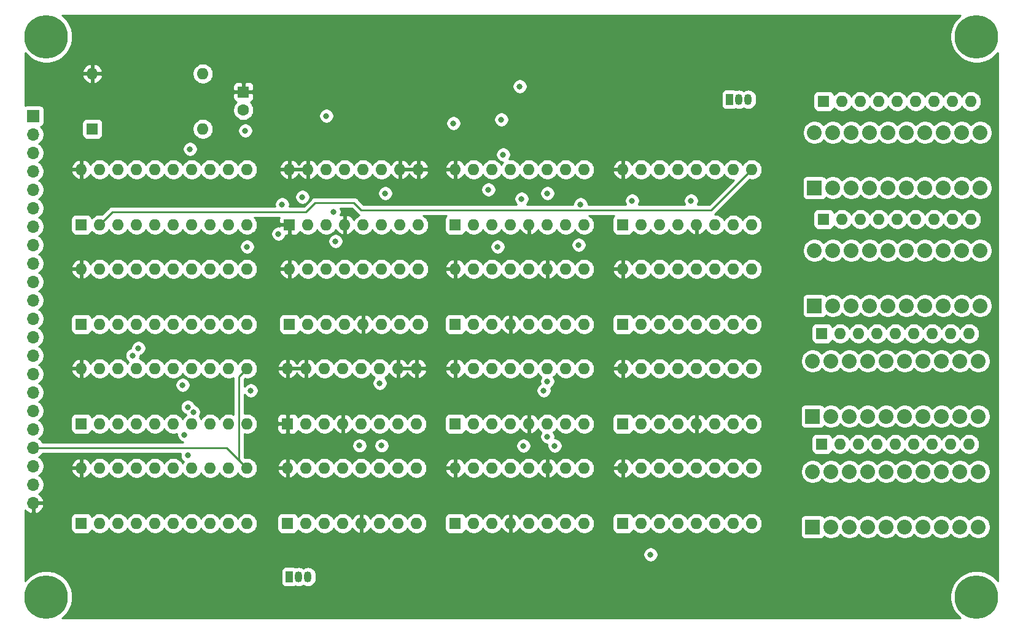
<source format=gbr>
%TF.GenerationSoftware,KiCad,Pcbnew,(5.1.10-1-10_14)*%
%TF.CreationDate,2021-08-16T01:31:51-04:00*%
%TF.ProjectId,sound,736f756e-642e-46b6-9963-61645f706362,rev?*%
%TF.SameCoordinates,Original*%
%TF.FileFunction,Copper,L3,Inr*%
%TF.FilePolarity,Positive*%
%FSLAX46Y46*%
G04 Gerber Fmt 4.6, Leading zero omitted, Abs format (unit mm)*
G04 Created by KiCad (PCBNEW (5.1.10-1-10_14)) date 2021-08-16 01:31:51*
%MOMM*%
%LPD*%
G01*
G04 APERTURE LIST*
%TA.AperFunction,ComponentPad*%
%ADD10C,6.000000*%
%TD*%
%TA.AperFunction,ComponentPad*%
%ADD11C,0.800000*%
%TD*%
%TA.AperFunction,ComponentPad*%
%ADD12O,1.600000X1.600000*%
%TD*%
%TA.AperFunction,ComponentPad*%
%ADD13R,1.600000X1.600000*%
%TD*%
%TA.AperFunction,ComponentPad*%
%ADD14R,1.050000X1.500000*%
%TD*%
%TA.AperFunction,ComponentPad*%
%ADD15O,1.050000X1.500000*%
%TD*%
%TA.AperFunction,ComponentPad*%
%ADD16O,1.700000X1.700000*%
%TD*%
%TA.AperFunction,ComponentPad*%
%ADD17R,1.700000X1.700000*%
%TD*%
%TA.AperFunction,ComponentPad*%
%ADD18C,2.032000*%
%TD*%
%TA.AperFunction,ComponentPad*%
%ADD19R,2.032000X2.032000*%
%TD*%
%TA.AperFunction,ComponentPad*%
%ADD20C,1.600000*%
%TD*%
%TA.AperFunction,ViaPad*%
%ADD21C,0.800000*%
%TD*%
%TA.AperFunction,Conductor*%
%ADD22C,0.250000*%
%TD*%
%TA.AperFunction,Conductor*%
%ADD23C,0.254000*%
%TD*%
%TA.AperFunction,Conductor*%
%ADD24C,0.100000*%
%TD*%
G04 APERTURE END LIST*
D10*
%TO.N,N/C*%
%TO.C,REF\u002A\u002A*%
X264160000Y-105410000D03*
D11*
X266410000Y-105410000D03*
X265750990Y-107000990D03*
X264160000Y-107660000D03*
X262569010Y-107000990D03*
X261910000Y-105410000D03*
X262569010Y-103819010D03*
X264160000Y-103160000D03*
X265750990Y-103819010D03*
%TD*%
%TO.N,N/C*%
%TO.C,REF\u002A\u002A*%
X265750990Y-26603010D03*
X264160000Y-25944000D03*
X262569010Y-26603010D03*
X261910000Y-28194000D03*
X262569010Y-29784990D03*
X264160000Y-30444000D03*
X265750990Y-29784990D03*
X266410000Y-28194000D03*
D10*
X264160000Y-28194000D03*
%TD*%
D12*
%TO.N,VCC*%
%TO.C,U16*%
X215392000Y-60198000D03*
%TO.N,GND*%
X233172000Y-67818000D03*
%TO.N,Net-(U15-Pad2)*%
X217932000Y-60198000D03*
%TO.N,Net-(U16-Pad7)*%
X230632000Y-67818000D03*
%TO.N,Net-(U15-Pad6)*%
X220472000Y-60198000D03*
%TO.N,GND*%
X228092000Y-67818000D03*
%TO.N,Net-(U15-Pad7)*%
X223012000Y-60198000D03*
%TO.N,Net-(U16-Pad5)*%
X225552000Y-67818000D03*
%TO.N,Net-(U15-Pad3)*%
X225552000Y-60198000D03*
%TO.N,Net-(U16-Pad4)*%
X223012000Y-67818000D03*
%TO.N,A06*%
X228092000Y-60198000D03*
%TO.N,Net-(Q2-Pad2)*%
X220472000Y-67818000D03*
%TO.N,A07*%
X230632000Y-60198000D03*
%TO.N,Net-(U16-Pad2)*%
X217932000Y-67818000D03*
%TO.N,GND*%
X233172000Y-60198000D03*
D13*
%TO.N,Net-(U16-Pad1)*%
X215392000Y-67818000D03*
%TD*%
D12*
%TO.N,VCC*%
%TO.C,U15*%
X192278000Y-60198000D03*
%TO.N,GND*%
X210058000Y-67818000D03*
%TO.N,Net-(U15-Pad15)*%
X194818000Y-60198000D03*
%TO.N,Net-(U15-Pad7)*%
X207518000Y-67818000D03*
%TO.N,GND*%
X197358000Y-60198000D03*
%TO.N,Net-(U15-Pad6)*%
X204978000Y-67818000D03*
%TO.N,Net-(U15-Pad13)*%
X199898000Y-60198000D03*
%TO.N,Net-(U12-Pad11)*%
X202438000Y-67818000D03*
%TO.N,Net-(U15-Pad12)*%
X202438000Y-60198000D03*
%TO.N,VCC*%
X199898000Y-67818000D03*
X204978000Y-60198000D03*
%TO.N,Net-(U15-Pad3)*%
X197358000Y-67818000D03*
%TO.N,Net-(U15-Pad10)*%
X207518000Y-60198000D03*
%TO.N,Net-(U15-Pad2)*%
X194818000Y-67818000D03*
%TO.N,Net-(U15-Pad9)*%
X210058000Y-60198000D03*
D13*
%TO.N,Net-(U15-Pad1)*%
X192278000Y-67818000D03*
%TD*%
D12*
%TO.N,VCC*%
%TO.C,U14*%
X169418000Y-60198000D03*
%TO.N,GND*%
X187198000Y-67818000D03*
X171958000Y-60198000D03*
%TO.N,Net-(U14-Pad7)*%
X184658000Y-67818000D03*
%TO.N,GND*%
X174498000Y-60198000D03*
%TO.N,Net-(U14-Pad6)*%
X182118000Y-67818000D03*
%TO.N,Net-(U12-Pad11)*%
X177038000Y-60198000D03*
%TO.N,VCC*%
X179578000Y-67818000D03*
%TO.N,Net-(U14-Pad12)*%
X179578000Y-60198000D03*
%TO.N,Net-(U12-Pad13)*%
X177038000Y-67818000D03*
%TO.N,Net-(U12-Pad11)*%
X182118000Y-60198000D03*
%TO.N,Net-(U14-Pad3)*%
X174498000Y-67818000D03*
%TO.N,GND*%
X184658000Y-60198000D03*
%TO.N,Net-(U14-Pad2)*%
X171958000Y-67818000D03*
%TO.N,GND*%
X187198000Y-60198000D03*
D13*
X169418000Y-67818000D03*
%TD*%
D12*
%TO.N,VCC*%
%TO.C,U13*%
X140716000Y-60198000D03*
%TO.N,GND*%
X163576000Y-67818000D03*
%TO.N,A00*%
X143256000Y-60198000D03*
%TO.N,A04*%
X161036000Y-67818000D03*
%TO.N,BUS_00*%
X145796000Y-60198000D03*
%TO.N,BUS_04*%
X158496000Y-67818000D03*
%TO.N,BUS_01*%
X148336000Y-60198000D03*
%TO.N,BUS_05*%
X155956000Y-67818000D03*
%TO.N,A01*%
X150876000Y-60198000D03*
%TO.N,A05*%
X153416000Y-67818000D03*
%TO.N,A02*%
X153416000Y-60198000D03*
%TO.N,A06*%
X150876000Y-67818000D03*
%TO.N,BUS_02*%
X155956000Y-60198000D03*
%TO.N,BUS_06*%
X148336000Y-67818000D03*
%TO.N,BUS_03*%
X158496000Y-60198000D03*
%TO.N,BUS_07*%
X145796000Y-67818000D03*
%TO.N,A03*%
X161036000Y-60198000D03*
%TO.N,A07*%
X143256000Y-67818000D03*
%TO.N,LATCH_A*%
X163576000Y-60198000D03*
D13*
%TO.N,GND*%
X140716000Y-67818000D03*
%TD*%
D12*
%TO.N,VCC*%
%TO.C,U12*%
X215392000Y-46482000D03*
%TO.N,GND*%
X233172000Y-54102000D03*
%TO.N,A12*%
X217932000Y-46482000D03*
%TO.N,Net-(U12-Pad7)*%
X230632000Y-54102000D03*
%TO.N,GND*%
X220472000Y-46482000D03*
%TO.N,Net-(U12-Pad6)*%
X228092000Y-54102000D03*
%TO.N,Net-(U12-Pad13)*%
X223012000Y-46482000D03*
%TO.N,VCC*%
X225552000Y-54102000D03*
%TO.N,Net-(U12-Pad12)*%
X225552000Y-46482000D03*
%TO.N,Net-(U12-Pad4)*%
X223012000Y-54102000D03*
%TO.N,Net-(U12-Pad11)*%
X228092000Y-46482000D03*
%TO.N,Net-(U12-Pad3)*%
X220472000Y-54102000D03*
%TO.N,A14*%
X230632000Y-46482000D03*
%TO.N,Net-(U12-Pad2)*%
X217932000Y-54102000D03*
%TO.N,A15*%
X233172000Y-46482000D03*
D13*
%TO.N,A13*%
X215392000Y-54102000D03*
%TD*%
D12*
%TO.N,VCC*%
%TO.C,U11*%
X140716000Y-46482000D03*
%TO.N,GND*%
X163576000Y-54102000D03*
%TO.N,A08*%
X143256000Y-46482000D03*
%TO.N,A12*%
X161036000Y-54102000D03*
%TO.N,BUS_08*%
X145796000Y-46482000D03*
%TO.N,BUS_12*%
X158496000Y-54102000D03*
%TO.N,BUS_09*%
X148336000Y-46482000D03*
%TO.N,BUS_13*%
X155956000Y-54102000D03*
%TO.N,A09*%
X150876000Y-46482000D03*
%TO.N,A13*%
X153416000Y-54102000D03*
%TO.N,A10*%
X153416000Y-46482000D03*
%TO.N,A14*%
X150876000Y-54102000D03*
%TO.N,BUS_10*%
X155956000Y-46482000D03*
%TO.N,BUS_14*%
X148336000Y-54102000D03*
%TO.N,BUS_11*%
X158496000Y-46482000D03*
%TO.N,BUS_15*%
X145796000Y-54102000D03*
%TO.N,A11*%
X161036000Y-46482000D03*
%TO.N,A15*%
X143256000Y-54102000D03*
%TO.N,LATCH_A*%
X163576000Y-46482000D03*
D13*
%TO.N,GND*%
X140716000Y-54102000D03*
%TD*%
D12*
%TO.N,VCC*%
%TO.C,U7*%
X192278000Y-46482000D03*
%TO.N,GND*%
X210058000Y-54102000D03*
%TO.N,A08*%
X194818000Y-46482000D03*
%TO.N,Net-(U7-Pad7)*%
X207518000Y-54102000D03*
%TO.N,GND*%
X197358000Y-46482000D03*
%TO.N,Net-(U7-Pad6)*%
X204978000Y-54102000D03*
%TO.N,Net-(U12-Pad4)*%
X199898000Y-46482000D03*
%TO.N,VCC*%
X202438000Y-54102000D03*
%TO.N,Net-(U7-Pad12)*%
X202438000Y-46482000D03*
%TO.N,Net-(U5-Pad12)*%
X199898000Y-54102000D03*
%TO.N,Net-(U12-Pad11)*%
X204978000Y-46482000D03*
%TO.N,Net-(U7-Pad3)*%
X197358000Y-54102000D03*
%TO.N,A10*%
X207518000Y-46482000D03*
%TO.N,Net-(U7-Pad2)*%
X194818000Y-54102000D03*
%TO.N,A11*%
X210058000Y-46482000D03*
D13*
%TO.N,A09*%
X192278000Y-54102000D03*
%TD*%
D12*
%TO.N,VCC*%
%TO.C,U5*%
X169418000Y-46482000D03*
%TO.N,GND*%
X187198000Y-54102000D03*
%TO.N,VCC*%
X171958000Y-46482000D03*
%TO.N,Net-(U5-Pad7)*%
X184658000Y-54102000D03*
%TO.N,GND*%
X174498000Y-46482000D03*
%TO.N,Net-(U5-Pad6)*%
X182118000Y-54102000D03*
%TO.N,Net-(U5-Pad13)*%
X177038000Y-46482000D03*
%TO.N,1MHZ_OSCILLATOR*%
X179578000Y-54102000D03*
%TO.N,Net-(U5-Pad12)*%
X179578000Y-46482000D03*
%TO.N,VCC*%
X177038000Y-54102000D03*
%TO.N,Net-(U12-Pad11)*%
X182118000Y-46482000D03*
%TO.N,Net-(U5-Pad3)*%
X174498000Y-54102000D03*
%TO.N,VCC*%
X184658000Y-46482000D03*
%TO.N,Net-(U5-Pad2)*%
X171958000Y-54102000D03*
%TO.N,VCC*%
X187198000Y-46482000D03*
D13*
X169418000Y-54102000D03*
%TD*%
D12*
%TO.N,Net-(BAR4-Pad13)*%
%TO.C,RN4*%
X263398000Y-37084000D03*
%TO.N,Net-(BAR4-Pad14)*%
X260858000Y-37084000D03*
%TO.N,Net-(BAR4-Pad15)*%
X258318000Y-37084000D03*
%TO.N,Net-(BAR4-Pad16)*%
X255778000Y-37084000D03*
%TO.N,Net-(BAR4-Pad17)*%
X253238000Y-37084000D03*
%TO.N,Net-(BAR4-Pad18)*%
X250698000Y-37084000D03*
%TO.N,Net-(BAR4-Pad19)*%
X248158000Y-37084000D03*
%TO.N,Net-(BAR4-Pad20)*%
X245618000Y-37084000D03*
D13*
%TO.N,GND*%
X243078000Y-37084000D03*
%TD*%
D12*
%TO.N,Net-(BAR3-Pad15)*%
%TO.C,RN3*%
X263398000Y-53340000D03*
%TO.N,Net-(BAR3-Pad16)*%
X260858000Y-53340000D03*
%TO.N,Net-(BAR3-Pad17)*%
X258318000Y-53340000D03*
%TO.N,Net-(BAR3-Pad18)*%
X255778000Y-53340000D03*
%TO.N,Net-(BAR3-Pad19)*%
X253238000Y-53340000D03*
%TO.N,Net-(BAR3-Pad20)*%
X250698000Y-53340000D03*
%TO.N,Net-(BAR4-Pad11)*%
X248158000Y-53340000D03*
%TO.N,Net-(BAR4-Pad12)*%
X245618000Y-53340000D03*
D13*
%TO.N,GND*%
X243078000Y-53340000D03*
%TD*%
D14*
%TO.N,Net-(Q2-Pad1)*%
%TO.C,Q2*%
X230124000Y-36830000D03*
D15*
%TO.N,VOICE_A_OUT*%
X232664000Y-36830000D03*
%TO.N,Net-(Q2-Pad2)*%
X231394000Y-36830000D03*
%TD*%
D16*
%TO.N,VCC*%
%TO.C,J69*%
X134112000Y-92456000D03*
%TO.N,GND*%
X134112000Y-89916000D03*
%TO.N,VOICE_B_OUT*%
X134112000Y-87376000D03*
%TO.N,LATCH_B*%
X134112000Y-84836000D03*
%TO.N,VOICE_A_OUT*%
X134112000Y-82296000D03*
%TO.N,LATCH_A*%
X134112000Y-79756000D03*
%TO.N,BUS_07*%
X134112000Y-77216000D03*
%TO.N,BUS_06*%
X134112000Y-74676000D03*
%TO.N,BUS_05*%
X134112000Y-72136000D03*
%TO.N,BUS_04*%
X134112000Y-69596000D03*
%TO.N,BUS_03*%
X134112000Y-67056000D03*
%TO.N,BUS_02*%
X134112000Y-64516000D03*
%TO.N,BUS_01*%
X134112000Y-61976000D03*
%TO.N,BUS_00*%
X134112000Y-59436000D03*
%TO.N,BUS_15*%
X134112000Y-56896000D03*
%TO.N,BUS_14*%
X134112000Y-54356000D03*
%TO.N,BUS_13*%
X134112000Y-51816000D03*
%TO.N,BUS_12*%
X134112000Y-49276000D03*
%TO.N,BUS_11*%
X134112000Y-46736000D03*
%TO.N,BUS_10*%
X134112000Y-44196000D03*
%TO.N,BUS_09*%
X134112000Y-41656000D03*
D17*
%TO.N,BUS_08*%
X134112000Y-39116000D03*
%TD*%
D18*
%TO.N,Net-(BAR4-Pad20)*%
%TO.C,BAR4*%
X241808000Y-41402000D03*
%TO.N,Net-(BAR4-Pad19)*%
X244348000Y-41402000D03*
%TO.N,Net-(BAR4-Pad18)*%
X246888000Y-41402000D03*
%TO.N,Net-(BAR4-Pad17)*%
X249428000Y-41402000D03*
%TO.N,A07*%
X262128000Y-49022000D03*
%TO.N,A06*%
X264668000Y-49022000D03*
%TO.N,Net-(BAR4-Pad11)*%
X264668000Y-41402000D03*
%TO.N,Net-(BAR4-Pad12)*%
X262128000Y-41402000D03*
%TO.N,A08*%
X259588000Y-49022000D03*
%TO.N,A09*%
X257048000Y-49022000D03*
%TO.N,A10*%
X254508000Y-49022000D03*
%TO.N,A11*%
X251968000Y-49022000D03*
%TO.N,Net-(BAR4-Pad16)*%
X251968000Y-41402000D03*
%TO.N,Net-(BAR4-Pad15)*%
X254508000Y-41402000D03*
%TO.N,Net-(BAR4-Pad14)*%
X257048000Y-41402000D03*
%TO.N,Net-(BAR4-Pad13)*%
X259588000Y-41402000D03*
%TO.N,A12*%
X249428000Y-49022000D03*
%TO.N,A13*%
X246888000Y-49022000D03*
%TO.N,A14*%
X244348000Y-49022000D03*
D19*
%TO.N,A15*%
X241808000Y-49022000D03*
%TD*%
D18*
%TO.N,Net-(BAR3-Pad20)*%
%TO.C,BAR3*%
X241808000Y-57658000D03*
%TO.N,Net-(BAR3-Pad19)*%
X244348000Y-57658000D03*
%TO.N,Net-(BAR3-Pad18)*%
X246888000Y-57658000D03*
%TO.N,Net-(BAR3-Pad17)*%
X249428000Y-57658000D03*
%TO.N,Net-(BAR3-Pad9)*%
X262128000Y-65278000D03*
%TO.N,Net-(BAR3-Pad10)*%
X264668000Y-65278000D03*
%TO.N,Net-(BAR3-Pad11)*%
X264668000Y-57658000D03*
%TO.N,Net-(BAR3-Pad12)*%
X262128000Y-57658000D03*
%TO.N,Net-(BAR3-Pad8)*%
X259588000Y-65278000D03*
%TO.N,Net-(BAR3-Pad7)*%
X257048000Y-65278000D03*
%TO.N,A00*%
X254508000Y-65278000D03*
%TO.N,A01*%
X251968000Y-65278000D03*
%TO.N,Net-(BAR3-Pad16)*%
X251968000Y-57658000D03*
%TO.N,Net-(BAR3-Pad15)*%
X254508000Y-57658000D03*
%TO.N,Net-(BAR3-Pad14)*%
X257048000Y-57658000D03*
%TO.N,Net-(BAR3-Pad13)*%
X259588000Y-57658000D03*
%TO.N,A02*%
X249428000Y-65278000D03*
%TO.N,A03*%
X246888000Y-65278000D03*
%TO.N,A04*%
X244348000Y-65278000D03*
D19*
%TO.N,A05*%
X241808000Y-65278000D03*
%TD*%
D10*
%TO.N,N/C*%
%TO.C,REF\u002A\u002A*%
X135890000Y-28194000D03*
D11*
X138140000Y-28194000D03*
X137480990Y-29784990D03*
X135890000Y-30444000D03*
X134299010Y-29784990D03*
X133640000Y-28194000D03*
X134299010Y-26603010D03*
X135890000Y-25944000D03*
X137480990Y-26603010D03*
%TD*%
%TO.N,N/C*%
%TO.C,REF\u002A\u002A*%
X137480990Y-103819010D03*
X135890000Y-103160000D03*
X134299010Y-103819010D03*
X133640000Y-105410000D03*
X134299010Y-107000990D03*
X135890000Y-107660000D03*
X137480990Y-107000990D03*
X138140000Y-105410000D03*
D10*
X135890000Y-105410000D03*
%TD*%
D12*
%TO.N,Net-(BAR2-Pad13)*%
%TO.C,RN2*%
X263144000Y-69088000D03*
%TO.N,Net-(BAR2-Pad14)*%
X260604000Y-69088000D03*
%TO.N,Net-(BAR2-Pad15)*%
X258064000Y-69088000D03*
%TO.N,Net-(BAR2-Pad16)*%
X255524000Y-69088000D03*
%TO.N,Net-(BAR2-Pad17)*%
X252984000Y-69088000D03*
%TO.N,Net-(BAR2-Pad18)*%
X250444000Y-69088000D03*
%TO.N,Net-(BAR2-Pad19)*%
X247904000Y-69088000D03*
%TO.N,Net-(BAR2-Pad20)*%
X245364000Y-69088000D03*
D13*
%TO.N,GND*%
X242824000Y-69088000D03*
%TD*%
D12*
%TO.N,Net-(BAR1-Pad15)*%
%TO.C,RN1*%
X263144000Y-84328000D03*
%TO.N,Net-(BAR1-Pad16)*%
X260604000Y-84328000D03*
%TO.N,Net-(BAR1-Pad17)*%
X258064000Y-84328000D03*
%TO.N,Net-(BAR1-Pad18)*%
X255524000Y-84328000D03*
%TO.N,Net-(BAR1-Pad19)*%
X252984000Y-84328000D03*
%TO.N,Net-(BAR1-Pad20)*%
X250444000Y-84328000D03*
%TO.N,Net-(BAR2-Pad11)*%
X247904000Y-84328000D03*
%TO.N,Net-(BAR2-Pad12)*%
X245364000Y-84328000D03*
D13*
%TO.N,GND*%
X242824000Y-84328000D03*
%TD*%
D18*
%TO.N,Net-(BAR2-Pad20)*%
%TO.C,BAR2*%
X241554000Y-72898000D03*
%TO.N,Net-(BAR2-Pad19)*%
X244094000Y-72898000D03*
%TO.N,Net-(BAR2-Pad18)*%
X246634000Y-72898000D03*
%TO.N,Net-(BAR2-Pad17)*%
X249174000Y-72898000D03*
%TO.N,B07*%
X261874000Y-80518000D03*
%TO.N,B06*%
X264414000Y-80518000D03*
%TO.N,Net-(BAR2-Pad11)*%
X264414000Y-72898000D03*
%TO.N,Net-(BAR2-Pad12)*%
X261874000Y-72898000D03*
%TO.N,B08*%
X259334000Y-80518000D03*
%TO.N,B09*%
X256794000Y-80518000D03*
%TO.N,B10*%
X254254000Y-80518000D03*
%TO.N,B11*%
X251714000Y-80518000D03*
%TO.N,Net-(BAR2-Pad16)*%
X251714000Y-72898000D03*
%TO.N,Net-(BAR2-Pad15)*%
X254254000Y-72898000D03*
%TO.N,Net-(BAR2-Pad14)*%
X256794000Y-72898000D03*
%TO.N,Net-(BAR2-Pad13)*%
X259334000Y-72898000D03*
%TO.N,B12*%
X249174000Y-80518000D03*
%TO.N,B13*%
X246634000Y-80518000D03*
%TO.N,B14*%
X244094000Y-80518000D03*
D19*
%TO.N,B15*%
X241554000Y-80518000D03*
%TD*%
D18*
%TO.N,Net-(BAR1-Pad20)*%
%TO.C,BAR1*%
X241554000Y-88138000D03*
%TO.N,Net-(BAR1-Pad19)*%
X244094000Y-88138000D03*
%TO.N,Net-(BAR1-Pad18)*%
X246634000Y-88138000D03*
%TO.N,Net-(BAR1-Pad17)*%
X249174000Y-88138000D03*
%TO.N,Net-(BAR1-Pad9)*%
X261874000Y-95758000D03*
%TO.N,Net-(BAR1-Pad10)*%
X264414000Y-95758000D03*
%TO.N,Net-(BAR1-Pad11)*%
X264414000Y-88138000D03*
%TO.N,Net-(BAR1-Pad12)*%
X261874000Y-88138000D03*
%TO.N,Net-(BAR1-Pad8)*%
X259334000Y-95758000D03*
%TO.N,Net-(BAR1-Pad7)*%
X256794000Y-95758000D03*
%TO.N,B00*%
X254254000Y-95758000D03*
%TO.N,B01*%
X251714000Y-95758000D03*
%TO.N,Net-(BAR1-Pad16)*%
X251714000Y-88138000D03*
%TO.N,Net-(BAR1-Pad15)*%
X254254000Y-88138000D03*
%TO.N,Net-(BAR1-Pad14)*%
X256794000Y-88138000D03*
%TO.N,Net-(BAR1-Pad13)*%
X259334000Y-88138000D03*
%TO.N,B02*%
X249174000Y-95758000D03*
%TO.N,B03*%
X246634000Y-95758000D03*
%TO.N,B04*%
X244094000Y-95758000D03*
D19*
%TO.N,B05*%
X241554000Y-95758000D03*
%TD*%
D12*
%TO.N,VCC*%
%TO.C,U3*%
X140716000Y-87630000D03*
%TO.N,GND*%
X163576000Y-95250000D03*
%TO.N,B00*%
X143256000Y-87630000D03*
%TO.N,B04*%
X161036000Y-95250000D03*
%TO.N,BUS_00*%
X145796000Y-87630000D03*
%TO.N,BUS_04*%
X158496000Y-95250000D03*
%TO.N,BUS_01*%
X148336000Y-87630000D03*
%TO.N,BUS_05*%
X155956000Y-95250000D03*
%TO.N,B01*%
X150876000Y-87630000D03*
%TO.N,B05*%
X153416000Y-95250000D03*
%TO.N,B02*%
X153416000Y-87630000D03*
%TO.N,B06*%
X150876000Y-95250000D03*
%TO.N,BUS_02*%
X155956000Y-87630000D03*
%TO.N,BUS_06*%
X148336000Y-95250000D03*
%TO.N,BUS_03*%
X158496000Y-87630000D03*
%TO.N,BUS_07*%
X145796000Y-95250000D03*
%TO.N,B03*%
X161036000Y-87630000D03*
%TO.N,B07*%
X143256000Y-95250000D03*
%TO.N,LATCH_B*%
X163576000Y-87630000D03*
D13*
%TO.N,GND*%
X140716000Y-95250000D03*
%TD*%
D12*
%TO.N,VCC*%
%TO.C,U1*%
X140716000Y-73914000D03*
%TO.N,GND*%
X163576000Y-81534000D03*
%TO.N,B08*%
X143256000Y-73914000D03*
%TO.N,B12*%
X161036000Y-81534000D03*
%TO.N,BUS_08*%
X145796000Y-73914000D03*
%TO.N,BUS_12*%
X158496000Y-81534000D03*
%TO.N,BUS_09*%
X148336000Y-73914000D03*
%TO.N,BUS_13*%
X155956000Y-81534000D03*
%TO.N,B09*%
X150876000Y-73914000D03*
%TO.N,B13*%
X153416000Y-81534000D03*
%TO.N,B10*%
X153416000Y-73914000D03*
%TO.N,B14*%
X150876000Y-81534000D03*
%TO.N,BUS_10*%
X155956000Y-73914000D03*
%TO.N,BUS_14*%
X148336000Y-81534000D03*
%TO.N,BUS_11*%
X158496000Y-73914000D03*
%TO.N,BUS_15*%
X145796000Y-81534000D03*
%TO.N,B11*%
X161036000Y-73914000D03*
%TO.N,B15*%
X143256000Y-81534000D03*
%TO.N,LATCH_B*%
X163576000Y-73914000D03*
D13*
%TO.N,GND*%
X140716000Y-81534000D03*
%TD*%
D14*
%TO.N,Net-(Q1-Pad1)*%
%TO.C,Q1*%
X169418000Y-102616000D03*
D15*
%TO.N,VOICE_B_OUT*%
X171958000Y-102616000D03*
%TO.N,Net-(Q1-Pad2)*%
X170688000Y-102616000D03*
%TD*%
D13*
%TO.N,Net-(Y1-Pad1)*%
%TO.C,Y1*%
X142240000Y-40894000D03*
D12*
%TO.N,1MHZ_OSCILLATOR*%
X157480000Y-33274000D03*
%TO.N,GND*%
X157480000Y-40894000D03*
%TO.N,VCC*%
X142240000Y-33274000D03*
%TD*%
%TO.N,VCC*%
%TO.C,U9*%
X215392000Y-87630000D03*
%TO.N,GND*%
X233172000Y-95250000D03*
%TO.N,Net-(U10-Pad2)*%
X217932000Y-87630000D03*
%TO.N,Net-(U9-Pad7)*%
X230632000Y-95250000D03*
%TO.N,Net-(U10-Pad6)*%
X220472000Y-87630000D03*
%TO.N,GND*%
X228092000Y-95250000D03*
%TO.N,Net-(U10-Pad7)*%
X223012000Y-87630000D03*
%TO.N,Net-(U9-Pad5)*%
X225552000Y-95250000D03*
%TO.N,Net-(U10-Pad3)*%
X225552000Y-87630000D03*
%TO.N,Net-(U9-Pad4)*%
X223012000Y-95250000D03*
%TO.N,B06*%
X228092000Y-87630000D03*
%TO.N,Net-(Q1-Pad2)*%
X220472000Y-95250000D03*
%TO.N,B07*%
X230632000Y-87630000D03*
%TO.N,Net-(U9-Pad2)*%
X217932000Y-95250000D03*
%TO.N,GND*%
X233172000Y-87630000D03*
D13*
%TO.N,Net-(U9-Pad1)*%
X215392000Y-95250000D03*
%TD*%
D12*
%TO.N,VCC*%
%TO.C,U10*%
X192278000Y-87630000D03*
%TO.N,GND*%
X210058000Y-95250000D03*
%TO.N,Net-(U10-Pad15)*%
X194818000Y-87630000D03*
%TO.N,Net-(U10-Pad7)*%
X207518000Y-95250000D03*
%TO.N,GND*%
X197358000Y-87630000D03*
%TO.N,Net-(U10-Pad6)*%
X204978000Y-95250000D03*
%TO.N,Net-(U10-Pad13)*%
X199898000Y-87630000D03*
%TO.N,Net-(U10-Pad5)*%
X202438000Y-95250000D03*
%TO.N,Net-(U10-Pad12)*%
X202438000Y-87630000D03*
%TO.N,VCC*%
X199898000Y-95250000D03*
X204978000Y-87630000D03*
%TO.N,Net-(U10-Pad3)*%
X197358000Y-95250000D03*
%TO.N,Net-(U10-Pad10)*%
X207518000Y-87630000D03*
%TO.N,Net-(U10-Pad2)*%
X194818000Y-95250000D03*
%TO.N,Net-(U10-Pad9)*%
X210058000Y-87630000D03*
D13*
%TO.N,Net-(U10-Pad1)*%
X192278000Y-95250000D03*
%TD*%
D12*
%TO.N,VCC*%
%TO.C,U8*%
X169164000Y-87630000D03*
%TO.N,GND*%
X186944000Y-95250000D03*
X171704000Y-87630000D03*
%TO.N,Net-(U8-Pad7)*%
X184404000Y-95250000D03*
%TO.N,GND*%
X174244000Y-87630000D03*
%TO.N,Net-(U8-Pad6)*%
X181864000Y-95250000D03*
%TO.N,Net-(U10-Pad5)*%
X176784000Y-87630000D03*
%TO.N,VCC*%
X179324000Y-95250000D03*
%TO.N,Net-(U8-Pad12)*%
X179324000Y-87630000D03*
%TO.N,Net-(U6-Pad13)*%
X176784000Y-95250000D03*
%TO.N,Net-(U10-Pad5)*%
X181864000Y-87630000D03*
%TO.N,Net-(U8-Pad3)*%
X174244000Y-95250000D03*
%TO.N,GND*%
X184404000Y-87630000D03*
%TO.N,Net-(U8-Pad2)*%
X171704000Y-95250000D03*
%TO.N,GND*%
X186944000Y-87630000D03*
D13*
X169164000Y-95250000D03*
%TD*%
D12*
%TO.N,VCC*%
%TO.C,U6*%
X215392000Y-73914000D03*
%TO.N,GND*%
X233172000Y-81534000D03*
%TO.N,B12*%
X217932000Y-73914000D03*
%TO.N,Net-(U6-Pad7)*%
X230632000Y-81534000D03*
%TO.N,GND*%
X220472000Y-73914000D03*
%TO.N,Net-(U6-Pad6)*%
X228092000Y-81534000D03*
%TO.N,Net-(U6-Pad13)*%
X223012000Y-73914000D03*
%TO.N,VCC*%
X225552000Y-81534000D03*
%TO.N,Net-(U6-Pad12)*%
X225552000Y-73914000D03*
%TO.N,Net-(U4-Pad13)*%
X223012000Y-81534000D03*
%TO.N,Net-(U10-Pad5)*%
X228092000Y-73914000D03*
%TO.N,Net-(U6-Pad3)*%
X220472000Y-81534000D03*
%TO.N,B14*%
X230632000Y-73914000D03*
%TO.N,Net-(U6-Pad2)*%
X217932000Y-81534000D03*
%TO.N,B15*%
X233172000Y-73914000D03*
D13*
%TO.N,B13*%
X215392000Y-81534000D03*
%TD*%
D12*
%TO.N,VCC*%
%TO.C,U4*%
X192278000Y-73914000D03*
%TO.N,GND*%
X210058000Y-81534000D03*
%TO.N,B08*%
X194818000Y-73914000D03*
%TO.N,Net-(U4-Pad7)*%
X207518000Y-81534000D03*
%TO.N,GND*%
X197358000Y-73914000D03*
%TO.N,Net-(U4-Pad6)*%
X204978000Y-81534000D03*
%TO.N,Net-(U4-Pad13)*%
X199898000Y-73914000D03*
%TO.N,VCC*%
X202438000Y-81534000D03*
%TO.N,Net-(U4-Pad12)*%
X202438000Y-73914000D03*
%TO.N,Net-(U2-Pad12)*%
X199898000Y-81534000D03*
%TO.N,Net-(U10-Pad5)*%
X204978000Y-73914000D03*
%TO.N,Net-(U4-Pad3)*%
X197358000Y-81534000D03*
%TO.N,B10*%
X207518000Y-73914000D03*
%TO.N,Net-(U4-Pad2)*%
X194818000Y-81534000D03*
%TO.N,B11*%
X210058000Y-73914000D03*
D13*
%TO.N,B09*%
X192278000Y-81534000D03*
%TD*%
D12*
%TO.N,VCC*%
%TO.C,U2*%
X169164000Y-73914000D03*
%TO.N,GND*%
X186944000Y-81534000D03*
%TO.N,VCC*%
X171704000Y-73914000D03*
%TO.N,Net-(U2-Pad7)*%
X184404000Y-81534000D03*
%TO.N,GND*%
X174244000Y-73914000D03*
%TO.N,Net-(U2-Pad6)*%
X181864000Y-81534000D03*
%TO.N,Net-(U2-Pad13)*%
X176784000Y-73914000D03*
%TO.N,1MHZ_OSCILLATOR*%
X179324000Y-81534000D03*
%TO.N,Net-(U2-Pad12)*%
X179324000Y-73914000D03*
%TO.N,VCC*%
X176784000Y-81534000D03*
%TO.N,Net-(U10-Pad5)*%
X181864000Y-73914000D03*
%TO.N,Net-(U2-Pad3)*%
X174244000Y-81534000D03*
%TO.N,VCC*%
X184404000Y-73914000D03*
%TO.N,Net-(U2-Pad2)*%
X171704000Y-81534000D03*
%TO.N,VCC*%
X186944000Y-73914000D03*
D13*
X169164000Y-81534000D03*
%TD*%
D20*
%TO.N,GND*%
%TO.C,C32*%
X163068000Y-38314000D03*
D13*
%TO.N,VCC*%
X163068000Y-35814000D03*
%TD*%
D21*
%TO.N,GND*%
X201168000Y-35052000D03*
%TO.N,BUS_04*%
X156142514Y-79929855D03*
%TO.N,BUS_05*%
X155411000Y-85895043D03*
X154940000Y-83058000D03*
X155411010Y-79248000D03*
%TO.N,Net-(U2-Pad12)*%
X181864010Y-75946000D03*
%TO.N,Net-(U5-Pad12)*%
X182626000Y-49784000D03*
%TO.N,BUS_11*%
X148590000Y-71120000D03*
X154686000Y-76200000D03*
%TO.N,BUS_10*%
X147791010Y-72136000D03*
%TO.N,B12*%
X164084000Y-76962000D03*
%TO.N,B13*%
X204978000Y-83312000D03*
%TO.N,B09*%
X182118000Y-84545010D03*
X179070000Y-84545010D03*
%TO.N,B11*%
X204470000Y-76962000D03*
%TO.N,Net-(U4-Pad13)*%
X204978000Y-75691984D03*
%TO.N,Net-(U6-Pad13)*%
X201676000Y-84582000D03*
X205994000Y-84582000D03*
%TO.N,VOICE_A_OUT*%
X163322000Y-41148000D03*
X155702000Y-43688000D03*
%TO.N,LATCH_A*%
X163576020Y-57150000D03*
%TO.N,Net-(Q1-Pad2)*%
X219202000Y-99568000D03*
%TO.N,Net-(U12-Pad4)*%
X204978000Y-49784000D03*
%TO.N,Net-(U12-Pad13)*%
X198120000Y-57150000D03*
X209296000Y-56896000D03*
%TO.N,A08*%
X192024000Y-40132000D03*
%TO.N,A09*%
X198882000Y-44450000D03*
X171196000Y-50292000D03*
%TO.N,A10*%
X196845347Y-49271347D03*
X201422000Y-50546000D03*
X168402000Y-51308000D03*
%TO.N,A11*%
X174498000Y-39116000D03*
X198628000Y-39624000D03*
%TO.N,A12*%
X175768000Y-56388000D03*
%TO.N,A13*%
X224790000Y-50800000D03*
X167893994Y-55372000D03*
%TO.N,A14*%
X175514000Y-52324000D03*
X209550000Y-51308000D03*
X216662000Y-50800000D03*
%TD*%
D22*
%TO.N,LATCH_B*%
X162450999Y-75039001D02*
X163576000Y-73914000D01*
X162450999Y-86504999D02*
X162450999Y-75039001D01*
X163576000Y-87630000D02*
X162450999Y-86504999D01*
X160782000Y-84836000D02*
X163576000Y-87630000D01*
X134112000Y-84836000D02*
X160782000Y-84836000D01*
%TO.N,A15*%
X233172000Y-46482000D02*
X227584000Y-52070000D01*
X227584000Y-52070000D02*
X179324000Y-52070000D01*
X179324000Y-52070000D02*
X178308000Y-51054000D01*
X178308000Y-51054000D02*
X172974000Y-51054000D01*
X172974000Y-51054000D02*
X171704000Y-52324000D01*
X145034000Y-52324000D02*
X143256000Y-54102000D01*
X171704000Y-52324000D02*
X145034000Y-52324000D01*
%TD*%
D23*
%TO.N,VCC*%
X261842823Y-25370511D02*
X261336511Y-25876823D01*
X260938705Y-26472182D01*
X260664691Y-27133710D01*
X260525000Y-27835984D01*
X260525000Y-28552016D01*
X260664691Y-29254290D01*
X260938705Y-29915818D01*
X261336511Y-30511177D01*
X261842823Y-31017489D01*
X262438182Y-31415295D01*
X263099710Y-31689309D01*
X263801984Y-31829000D01*
X264518016Y-31829000D01*
X265220290Y-31689309D01*
X265881818Y-31415295D01*
X266477177Y-31017489D01*
X266983489Y-30511177D01*
X267056001Y-30402656D01*
X267056001Y-32733581D01*
X267056000Y-99600418D01*
X267056001Y-99600428D01*
X267056000Y-103201344D01*
X266983489Y-103092823D01*
X266477177Y-102586511D01*
X265881818Y-102188705D01*
X265220290Y-101914691D01*
X264518016Y-101775000D01*
X263801984Y-101775000D01*
X263099710Y-101914691D01*
X262438182Y-102188705D01*
X261842823Y-102586511D01*
X261336511Y-103092823D01*
X260938705Y-103688182D01*
X260664691Y-104349710D01*
X260525000Y-105051984D01*
X260525000Y-105768016D01*
X260664691Y-106470290D01*
X260938705Y-107131818D01*
X261336511Y-107727177D01*
X261842823Y-108233489D01*
X261951343Y-108306000D01*
X138098657Y-108306000D01*
X138207177Y-108233489D01*
X138713489Y-107727177D01*
X139111295Y-107131818D01*
X139385309Y-106470290D01*
X139525000Y-105768016D01*
X139525000Y-105051984D01*
X139385309Y-104349710D01*
X139111295Y-103688182D01*
X138713489Y-103092823D01*
X138207177Y-102586511D01*
X137611818Y-102188705D01*
X136950290Y-101914691D01*
X136705504Y-101866000D01*
X168254928Y-101866000D01*
X168254928Y-103366000D01*
X168267188Y-103490482D01*
X168303498Y-103610180D01*
X168362463Y-103720494D01*
X168441815Y-103817185D01*
X168538506Y-103896537D01*
X168648820Y-103955502D01*
X168768518Y-103991812D01*
X168893000Y-104004072D01*
X169943000Y-104004072D01*
X170067482Y-103991812D01*
X170187180Y-103955502D01*
X170251902Y-103920907D01*
X170460601Y-103984215D01*
X170688000Y-104006612D01*
X170915400Y-103984215D01*
X171134060Y-103917885D01*
X171323000Y-103816894D01*
X171511941Y-103917885D01*
X171730601Y-103984215D01*
X171958000Y-104006612D01*
X172185400Y-103984215D01*
X172404060Y-103917885D01*
X172605579Y-103810171D01*
X172782212Y-103665212D01*
X172927171Y-103488579D01*
X173034885Y-103287059D01*
X173101215Y-103068399D01*
X173118000Y-102897978D01*
X173118000Y-102334021D01*
X173101215Y-102163600D01*
X173034885Y-101944940D01*
X172927171Y-101743421D01*
X172782212Y-101566788D01*
X172605578Y-101421829D01*
X172404059Y-101314115D01*
X172185399Y-101247785D01*
X171958000Y-101225388D01*
X171730600Y-101247785D01*
X171511940Y-101314115D01*
X171323000Y-101415106D01*
X171134059Y-101314115D01*
X170915399Y-101247785D01*
X170688000Y-101225388D01*
X170460600Y-101247785D01*
X170251902Y-101311093D01*
X170187180Y-101276498D01*
X170067482Y-101240188D01*
X169943000Y-101227928D01*
X168893000Y-101227928D01*
X168768518Y-101240188D01*
X168648820Y-101276498D01*
X168538506Y-101335463D01*
X168441815Y-101414815D01*
X168362463Y-101511506D01*
X168303498Y-101621820D01*
X168267188Y-101741518D01*
X168254928Y-101866000D01*
X136705504Y-101866000D01*
X136248016Y-101775000D01*
X135531984Y-101775000D01*
X134829710Y-101914691D01*
X134168182Y-102188705D01*
X133572823Y-102586511D01*
X133066511Y-103092823D01*
X132994000Y-103201343D01*
X132994000Y-99466061D01*
X218167000Y-99466061D01*
X218167000Y-99669939D01*
X218206774Y-99869898D01*
X218284795Y-100058256D01*
X218398063Y-100227774D01*
X218542226Y-100371937D01*
X218711744Y-100485205D01*
X218900102Y-100563226D01*
X219100061Y-100603000D01*
X219303939Y-100603000D01*
X219503898Y-100563226D01*
X219692256Y-100485205D01*
X219861774Y-100371937D01*
X220005937Y-100227774D01*
X220119205Y-100058256D01*
X220197226Y-99869898D01*
X220237000Y-99669939D01*
X220237000Y-99466061D01*
X220197226Y-99266102D01*
X220119205Y-99077744D01*
X220005937Y-98908226D01*
X219861774Y-98764063D01*
X219692256Y-98650795D01*
X219503898Y-98572774D01*
X219303939Y-98533000D01*
X219100061Y-98533000D01*
X218900102Y-98572774D01*
X218711744Y-98650795D01*
X218542226Y-98764063D01*
X218398063Y-98908226D01*
X218284795Y-99077744D01*
X218206774Y-99266102D01*
X218167000Y-99466061D01*
X132994000Y-99466061D01*
X132994000Y-94450000D01*
X139277928Y-94450000D01*
X139277928Y-96050000D01*
X139290188Y-96174482D01*
X139326498Y-96294180D01*
X139385463Y-96404494D01*
X139464815Y-96501185D01*
X139561506Y-96580537D01*
X139671820Y-96639502D01*
X139791518Y-96675812D01*
X139916000Y-96688072D01*
X141516000Y-96688072D01*
X141640482Y-96675812D01*
X141760180Y-96639502D01*
X141870494Y-96580537D01*
X141967185Y-96501185D01*
X142046537Y-96404494D01*
X142105502Y-96294180D01*
X142141812Y-96174482D01*
X142142643Y-96166039D01*
X142341241Y-96364637D01*
X142576273Y-96521680D01*
X142837426Y-96629853D01*
X143114665Y-96685000D01*
X143397335Y-96685000D01*
X143674574Y-96629853D01*
X143935727Y-96521680D01*
X144170759Y-96364637D01*
X144370637Y-96164759D01*
X144526000Y-95932241D01*
X144681363Y-96164759D01*
X144881241Y-96364637D01*
X145116273Y-96521680D01*
X145377426Y-96629853D01*
X145654665Y-96685000D01*
X145937335Y-96685000D01*
X146214574Y-96629853D01*
X146475727Y-96521680D01*
X146710759Y-96364637D01*
X146910637Y-96164759D01*
X147066000Y-95932241D01*
X147221363Y-96164759D01*
X147421241Y-96364637D01*
X147656273Y-96521680D01*
X147917426Y-96629853D01*
X148194665Y-96685000D01*
X148477335Y-96685000D01*
X148754574Y-96629853D01*
X149015727Y-96521680D01*
X149250759Y-96364637D01*
X149450637Y-96164759D01*
X149606000Y-95932241D01*
X149761363Y-96164759D01*
X149961241Y-96364637D01*
X150196273Y-96521680D01*
X150457426Y-96629853D01*
X150734665Y-96685000D01*
X151017335Y-96685000D01*
X151294574Y-96629853D01*
X151555727Y-96521680D01*
X151790759Y-96364637D01*
X151990637Y-96164759D01*
X152146000Y-95932241D01*
X152301363Y-96164759D01*
X152501241Y-96364637D01*
X152736273Y-96521680D01*
X152997426Y-96629853D01*
X153274665Y-96685000D01*
X153557335Y-96685000D01*
X153834574Y-96629853D01*
X154095727Y-96521680D01*
X154330759Y-96364637D01*
X154530637Y-96164759D01*
X154686000Y-95932241D01*
X154841363Y-96164759D01*
X155041241Y-96364637D01*
X155276273Y-96521680D01*
X155537426Y-96629853D01*
X155814665Y-96685000D01*
X156097335Y-96685000D01*
X156374574Y-96629853D01*
X156635727Y-96521680D01*
X156870759Y-96364637D01*
X157070637Y-96164759D01*
X157226000Y-95932241D01*
X157381363Y-96164759D01*
X157581241Y-96364637D01*
X157816273Y-96521680D01*
X158077426Y-96629853D01*
X158354665Y-96685000D01*
X158637335Y-96685000D01*
X158914574Y-96629853D01*
X159175727Y-96521680D01*
X159410759Y-96364637D01*
X159610637Y-96164759D01*
X159766000Y-95932241D01*
X159921363Y-96164759D01*
X160121241Y-96364637D01*
X160356273Y-96521680D01*
X160617426Y-96629853D01*
X160894665Y-96685000D01*
X161177335Y-96685000D01*
X161454574Y-96629853D01*
X161715727Y-96521680D01*
X161950759Y-96364637D01*
X162150637Y-96164759D01*
X162306000Y-95932241D01*
X162461363Y-96164759D01*
X162661241Y-96364637D01*
X162896273Y-96521680D01*
X163157426Y-96629853D01*
X163434665Y-96685000D01*
X163717335Y-96685000D01*
X163994574Y-96629853D01*
X164255727Y-96521680D01*
X164490759Y-96364637D01*
X164690637Y-96164759D01*
X164847680Y-95929727D01*
X164955853Y-95668574D01*
X165011000Y-95391335D01*
X165011000Y-95108665D01*
X164955853Y-94831426D01*
X164847680Y-94570273D01*
X164767317Y-94450000D01*
X167725928Y-94450000D01*
X167725928Y-96050000D01*
X167738188Y-96174482D01*
X167774498Y-96294180D01*
X167833463Y-96404494D01*
X167912815Y-96501185D01*
X168009506Y-96580537D01*
X168119820Y-96639502D01*
X168239518Y-96675812D01*
X168364000Y-96688072D01*
X169964000Y-96688072D01*
X170088482Y-96675812D01*
X170208180Y-96639502D01*
X170318494Y-96580537D01*
X170415185Y-96501185D01*
X170494537Y-96404494D01*
X170553502Y-96294180D01*
X170589812Y-96174482D01*
X170590643Y-96166039D01*
X170789241Y-96364637D01*
X171024273Y-96521680D01*
X171285426Y-96629853D01*
X171562665Y-96685000D01*
X171845335Y-96685000D01*
X172122574Y-96629853D01*
X172383727Y-96521680D01*
X172618759Y-96364637D01*
X172818637Y-96164759D01*
X172974000Y-95932241D01*
X173129363Y-96164759D01*
X173329241Y-96364637D01*
X173564273Y-96521680D01*
X173825426Y-96629853D01*
X174102665Y-96685000D01*
X174385335Y-96685000D01*
X174662574Y-96629853D01*
X174923727Y-96521680D01*
X175158759Y-96364637D01*
X175358637Y-96164759D01*
X175514000Y-95932241D01*
X175669363Y-96164759D01*
X175869241Y-96364637D01*
X176104273Y-96521680D01*
X176365426Y-96629853D01*
X176642665Y-96685000D01*
X176925335Y-96685000D01*
X177202574Y-96629853D01*
X177463727Y-96521680D01*
X177698759Y-96364637D01*
X177898637Y-96164759D01*
X178055680Y-95929727D01*
X178060067Y-95919135D01*
X178171615Y-96105131D01*
X178360586Y-96313519D01*
X178586580Y-96481037D01*
X178840913Y-96601246D01*
X178974961Y-96641904D01*
X179197000Y-96519915D01*
X179197000Y-95377000D01*
X179177000Y-95377000D01*
X179177000Y-95123000D01*
X179197000Y-95123000D01*
X179197000Y-93980085D01*
X179451000Y-93980085D01*
X179451000Y-95123000D01*
X179471000Y-95123000D01*
X179471000Y-95377000D01*
X179451000Y-95377000D01*
X179451000Y-96519915D01*
X179673039Y-96641904D01*
X179807087Y-96601246D01*
X180061420Y-96481037D01*
X180287414Y-96313519D01*
X180476385Y-96105131D01*
X180587933Y-95919135D01*
X180592320Y-95929727D01*
X180749363Y-96164759D01*
X180949241Y-96364637D01*
X181184273Y-96521680D01*
X181445426Y-96629853D01*
X181722665Y-96685000D01*
X182005335Y-96685000D01*
X182282574Y-96629853D01*
X182543727Y-96521680D01*
X182778759Y-96364637D01*
X182978637Y-96164759D01*
X183134000Y-95932241D01*
X183289363Y-96164759D01*
X183489241Y-96364637D01*
X183724273Y-96521680D01*
X183985426Y-96629853D01*
X184262665Y-96685000D01*
X184545335Y-96685000D01*
X184822574Y-96629853D01*
X185083727Y-96521680D01*
X185318759Y-96364637D01*
X185518637Y-96164759D01*
X185674000Y-95932241D01*
X185829363Y-96164759D01*
X186029241Y-96364637D01*
X186264273Y-96521680D01*
X186525426Y-96629853D01*
X186802665Y-96685000D01*
X187085335Y-96685000D01*
X187362574Y-96629853D01*
X187623727Y-96521680D01*
X187858759Y-96364637D01*
X188058637Y-96164759D01*
X188215680Y-95929727D01*
X188323853Y-95668574D01*
X188379000Y-95391335D01*
X188379000Y-95108665D01*
X188323853Y-94831426D01*
X188215680Y-94570273D01*
X188135317Y-94450000D01*
X190839928Y-94450000D01*
X190839928Y-96050000D01*
X190852188Y-96174482D01*
X190888498Y-96294180D01*
X190947463Y-96404494D01*
X191026815Y-96501185D01*
X191123506Y-96580537D01*
X191233820Y-96639502D01*
X191353518Y-96675812D01*
X191478000Y-96688072D01*
X193078000Y-96688072D01*
X193202482Y-96675812D01*
X193322180Y-96639502D01*
X193432494Y-96580537D01*
X193529185Y-96501185D01*
X193608537Y-96404494D01*
X193667502Y-96294180D01*
X193703812Y-96174482D01*
X193704643Y-96166039D01*
X193903241Y-96364637D01*
X194138273Y-96521680D01*
X194399426Y-96629853D01*
X194676665Y-96685000D01*
X194959335Y-96685000D01*
X195236574Y-96629853D01*
X195497727Y-96521680D01*
X195732759Y-96364637D01*
X195932637Y-96164759D01*
X196088000Y-95932241D01*
X196243363Y-96164759D01*
X196443241Y-96364637D01*
X196678273Y-96521680D01*
X196939426Y-96629853D01*
X197216665Y-96685000D01*
X197499335Y-96685000D01*
X197776574Y-96629853D01*
X198037727Y-96521680D01*
X198272759Y-96364637D01*
X198472637Y-96164759D01*
X198629680Y-95929727D01*
X198634067Y-95919135D01*
X198745615Y-96105131D01*
X198934586Y-96313519D01*
X199160580Y-96481037D01*
X199414913Y-96601246D01*
X199548961Y-96641904D01*
X199771000Y-96519915D01*
X199771000Y-95377000D01*
X199751000Y-95377000D01*
X199751000Y-95123000D01*
X199771000Y-95123000D01*
X199771000Y-93980085D01*
X200025000Y-93980085D01*
X200025000Y-95123000D01*
X200045000Y-95123000D01*
X200045000Y-95377000D01*
X200025000Y-95377000D01*
X200025000Y-96519915D01*
X200247039Y-96641904D01*
X200381087Y-96601246D01*
X200635420Y-96481037D01*
X200861414Y-96313519D01*
X201050385Y-96105131D01*
X201161933Y-95919135D01*
X201166320Y-95929727D01*
X201323363Y-96164759D01*
X201523241Y-96364637D01*
X201758273Y-96521680D01*
X202019426Y-96629853D01*
X202296665Y-96685000D01*
X202579335Y-96685000D01*
X202856574Y-96629853D01*
X203117727Y-96521680D01*
X203352759Y-96364637D01*
X203552637Y-96164759D01*
X203708000Y-95932241D01*
X203863363Y-96164759D01*
X204063241Y-96364637D01*
X204298273Y-96521680D01*
X204559426Y-96629853D01*
X204836665Y-96685000D01*
X205119335Y-96685000D01*
X205396574Y-96629853D01*
X205657727Y-96521680D01*
X205892759Y-96364637D01*
X206092637Y-96164759D01*
X206248000Y-95932241D01*
X206403363Y-96164759D01*
X206603241Y-96364637D01*
X206838273Y-96521680D01*
X207099426Y-96629853D01*
X207376665Y-96685000D01*
X207659335Y-96685000D01*
X207936574Y-96629853D01*
X208197727Y-96521680D01*
X208432759Y-96364637D01*
X208632637Y-96164759D01*
X208788000Y-95932241D01*
X208943363Y-96164759D01*
X209143241Y-96364637D01*
X209378273Y-96521680D01*
X209639426Y-96629853D01*
X209916665Y-96685000D01*
X210199335Y-96685000D01*
X210476574Y-96629853D01*
X210737727Y-96521680D01*
X210972759Y-96364637D01*
X211172637Y-96164759D01*
X211329680Y-95929727D01*
X211437853Y-95668574D01*
X211493000Y-95391335D01*
X211493000Y-95108665D01*
X211437853Y-94831426D01*
X211329680Y-94570273D01*
X211249317Y-94450000D01*
X213953928Y-94450000D01*
X213953928Y-96050000D01*
X213966188Y-96174482D01*
X214002498Y-96294180D01*
X214061463Y-96404494D01*
X214140815Y-96501185D01*
X214237506Y-96580537D01*
X214347820Y-96639502D01*
X214467518Y-96675812D01*
X214592000Y-96688072D01*
X216192000Y-96688072D01*
X216316482Y-96675812D01*
X216436180Y-96639502D01*
X216546494Y-96580537D01*
X216643185Y-96501185D01*
X216722537Y-96404494D01*
X216781502Y-96294180D01*
X216817812Y-96174482D01*
X216818643Y-96166039D01*
X217017241Y-96364637D01*
X217252273Y-96521680D01*
X217513426Y-96629853D01*
X217790665Y-96685000D01*
X218073335Y-96685000D01*
X218350574Y-96629853D01*
X218611727Y-96521680D01*
X218846759Y-96364637D01*
X219046637Y-96164759D01*
X219202000Y-95932241D01*
X219357363Y-96164759D01*
X219557241Y-96364637D01*
X219792273Y-96521680D01*
X220053426Y-96629853D01*
X220330665Y-96685000D01*
X220613335Y-96685000D01*
X220890574Y-96629853D01*
X221151727Y-96521680D01*
X221386759Y-96364637D01*
X221586637Y-96164759D01*
X221742000Y-95932241D01*
X221897363Y-96164759D01*
X222097241Y-96364637D01*
X222332273Y-96521680D01*
X222593426Y-96629853D01*
X222870665Y-96685000D01*
X223153335Y-96685000D01*
X223430574Y-96629853D01*
X223691727Y-96521680D01*
X223926759Y-96364637D01*
X224126637Y-96164759D01*
X224282000Y-95932241D01*
X224437363Y-96164759D01*
X224637241Y-96364637D01*
X224872273Y-96521680D01*
X225133426Y-96629853D01*
X225410665Y-96685000D01*
X225693335Y-96685000D01*
X225970574Y-96629853D01*
X226231727Y-96521680D01*
X226466759Y-96364637D01*
X226666637Y-96164759D01*
X226822000Y-95932241D01*
X226977363Y-96164759D01*
X227177241Y-96364637D01*
X227412273Y-96521680D01*
X227673426Y-96629853D01*
X227950665Y-96685000D01*
X228233335Y-96685000D01*
X228510574Y-96629853D01*
X228771727Y-96521680D01*
X229006759Y-96364637D01*
X229206637Y-96164759D01*
X229362000Y-95932241D01*
X229517363Y-96164759D01*
X229717241Y-96364637D01*
X229952273Y-96521680D01*
X230213426Y-96629853D01*
X230490665Y-96685000D01*
X230773335Y-96685000D01*
X231050574Y-96629853D01*
X231311727Y-96521680D01*
X231546759Y-96364637D01*
X231746637Y-96164759D01*
X231902000Y-95932241D01*
X232057363Y-96164759D01*
X232257241Y-96364637D01*
X232492273Y-96521680D01*
X232753426Y-96629853D01*
X233030665Y-96685000D01*
X233313335Y-96685000D01*
X233590574Y-96629853D01*
X233851727Y-96521680D01*
X234086759Y-96364637D01*
X234286637Y-96164759D01*
X234443680Y-95929727D01*
X234551853Y-95668574D01*
X234607000Y-95391335D01*
X234607000Y-95108665D01*
X234551853Y-94831426D01*
X234514812Y-94742000D01*
X239899928Y-94742000D01*
X239899928Y-96774000D01*
X239912188Y-96898482D01*
X239948498Y-97018180D01*
X240007463Y-97128494D01*
X240086815Y-97225185D01*
X240183506Y-97304537D01*
X240293820Y-97363502D01*
X240413518Y-97399812D01*
X240538000Y-97412072D01*
X242570000Y-97412072D01*
X242694482Y-97399812D01*
X242814180Y-97363502D01*
X242924494Y-97304537D01*
X243021185Y-97225185D01*
X243100537Y-97128494D01*
X243119704Y-97092636D01*
X243311958Y-97221097D01*
X243612421Y-97345553D01*
X243931391Y-97409000D01*
X244256609Y-97409000D01*
X244575579Y-97345553D01*
X244876042Y-97221097D01*
X245146451Y-97040415D01*
X245364000Y-96822866D01*
X245581549Y-97040415D01*
X245851958Y-97221097D01*
X246152421Y-97345553D01*
X246471391Y-97409000D01*
X246796609Y-97409000D01*
X247115579Y-97345553D01*
X247416042Y-97221097D01*
X247686451Y-97040415D01*
X247904000Y-96822866D01*
X248121549Y-97040415D01*
X248391958Y-97221097D01*
X248692421Y-97345553D01*
X249011391Y-97409000D01*
X249336609Y-97409000D01*
X249655579Y-97345553D01*
X249956042Y-97221097D01*
X250226451Y-97040415D01*
X250444000Y-96822866D01*
X250661549Y-97040415D01*
X250931958Y-97221097D01*
X251232421Y-97345553D01*
X251551391Y-97409000D01*
X251876609Y-97409000D01*
X252195579Y-97345553D01*
X252496042Y-97221097D01*
X252766451Y-97040415D01*
X252984000Y-96822866D01*
X253201549Y-97040415D01*
X253471958Y-97221097D01*
X253772421Y-97345553D01*
X254091391Y-97409000D01*
X254416609Y-97409000D01*
X254735579Y-97345553D01*
X255036042Y-97221097D01*
X255306451Y-97040415D01*
X255524000Y-96822866D01*
X255741549Y-97040415D01*
X256011958Y-97221097D01*
X256312421Y-97345553D01*
X256631391Y-97409000D01*
X256956609Y-97409000D01*
X257275579Y-97345553D01*
X257576042Y-97221097D01*
X257846451Y-97040415D01*
X258064000Y-96822866D01*
X258281549Y-97040415D01*
X258551958Y-97221097D01*
X258852421Y-97345553D01*
X259171391Y-97409000D01*
X259496609Y-97409000D01*
X259815579Y-97345553D01*
X260116042Y-97221097D01*
X260386451Y-97040415D01*
X260604000Y-96822866D01*
X260821549Y-97040415D01*
X261091958Y-97221097D01*
X261392421Y-97345553D01*
X261711391Y-97409000D01*
X262036609Y-97409000D01*
X262355579Y-97345553D01*
X262656042Y-97221097D01*
X262926451Y-97040415D01*
X263144000Y-96822866D01*
X263361549Y-97040415D01*
X263631958Y-97221097D01*
X263932421Y-97345553D01*
X264251391Y-97409000D01*
X264576609Y-97409000D01*
X264895579Y-97345553D01*
X265196042Y-97221097D01*
X265466451Y-97040415D01*
X265696415Y-96810451D01*
X265877097Y-96540042D01*
X266001553Y-96239579D01*
X266065000Y-95920609D01*
X266065000Y-95595391D01*
X266001553Y-95276421D01*
X265877097Y-94975958D01*
X265696415Y-94705549D01*
X265466451Y-94475585D01*
X265196042Y-94294903D01*
X264895579Y-94170447D01*
X264576609Y-94107000D01*
X264251391Y-94107000D01*
X263932421Y-94170447D01*
X263631958Y-94294903D01*
X263361549Y-94475585D01*
X263144000Y-94693134D01*
X262926451Y-94475585D01*
X262656042Y-94294903D01*
X262355579Y-94170447D01*
X262036609Y-94107000D01*
X261711391Y-94107000D01*
X261392421Y-94170447D01*
X261091958Y-94294903D01*
X260821549Y-94475585D01*
X260604000Y-94693134D01*
X260386451Y-94475585D01*
X260116042Y-94294903D01*
X259815579Y-94170447D01*
X259496609Y-94107000D01*
X259171391Y-94107000D01*
X258852421Y-94170447D01*
X258551958Y-94294903D01*
X258281549Y-94475585D01*
X258064000Y-94693134D01*
X257846451Y-94475585D01*
X257576042Y-94294903D01*
X257275579Y-94170447D01*
X256956609Y-94107000D01*
X256631391Y-94107000D01*
X256312421Y-94170447D01*
X256011958Y-94294903D01*
X255741549Y-94475585D01*
X255524000Y-94693134D01*
X255306451Y-94475585D01*
X255036042Y-94294903D01*
X254735579Y-94170447D01*
X254416609Y-94107000D01*
X254091391Y-94107000D01*
X253772421Y-94170447D01*
X253471958Y-94294903D01*
X253201549Y-94475585D01*
X252984000Y-94693134D01*
X252766451Y-94475585D01*
X252496042Y-94294903D01*
X252195579Y-94170447D01*
X251876609Y-94107000D01*
X251551391Y-94107000D01*
X251232421Y-94170447D01*
X250931958Y-94294903D01*
X250661549Y-94475585D01*
X250444000Y-94693134D01*
X250226451Y-94475585D01*
X249956042Y-94294903D01*
X249655579Y-94170447D01*
X249336609Y-94107000D01*
X249011391Y-94107000D01*
X248692421Y-94170447D01*
X248391958Y-94294903D01*
X248121549Y-94475585D01*
X247904000Y-94693134D01*
X247686451Y-94475585D01*
X247416042Y-94294903D01*
X247115579Y-94170447D01*
X246796609Y-94107000D01*
X246471391Y-94107000D01*
X246152421Y-94170447D01*
X245851958Y-94294903D01*
X245581549Y-94475585D01*
X245364000Y-94693134D01*
X245146451Y-94475585D01*
X244876042Y-94294903D01*
X244575579Y-94170447D01*
X244256609Y-94107000D01*
X243931391Y-94107000D01*
X243612421Y-94170447D01*
X243311958Y-94294903D01*
X243119704Y-94423364D01*
X243100537Y-94387506D01*
X243021185Y-94290815D01*
X242924494Y-94211463D01*
X242814180Y-94152498D01*
X242694482Y-94116188D01*
X242570000Y-94103928D01*
X240538000Y-94103928D01*
X240413518Y-94116188D01*
X240293820Y-94152498D01*
X240183506Y-94211463D01*
X240086815Y-94290815D01*
X240007463Y-94387506D01*
X239948498Y-94497820D01*
X239912188Y-94617518D01*
X239899928Y-94742000D01*
X234514812Y-94742000D01*
X234443680Y-94570273D01*
X234286637Y-94335241D01*
X234086759Y-94135363D01*
X233851727Y-93978320D01*
X233590574Y-93870147D01*
X233313335Y-93815000D01*
X233030665Y-93815000D01*
X232753426Y-93870147D01*
X232492273Y-93978320D01*
X232257241Y-94135363D01*
X232057363Y-94335241D01*
X231902000Y-94567759D01*
X231746637Y-94335241D01*
X231546759Y-94135363D01*
X231311727Y-93978320D01*
X231050574Y-93870147D01*
X230773335Y-93815000D01*
X230490665Y-93815000D01*
X230213426Y-93870147D01*
X229952273Y-93978320D01*
X229717241Y-94135363D01*
X229517363Y-94335241D01*
X229362000Y-94567759D01*
X229206637Y-94335241D01*
X229006759Y-94135363D01*
X228771727Y-93978320D01*
X228510574Y-93870147D01*
X228233335Y-93815000D01*
X227950665Y-93815000D01*
X227673426Y-93870147D01*
X227412273Y-93978320D01*
X227177241Y-94135363D01*
X226977363Y-94335241D01*
X226822000Y-94567759D01*
X226666637Y-94335241D01*
X226466759Y-94135363D01*
X226231727Y-93978320D01*
X225970574Y-93870147D01*
X225693335Y-93815000D01*
X225410665Y-93815000D01*
X225133426Y-93870147D01*
X224872273Y-93978320D01*
X224637241Y-94135363D01*
X224437363Y-94335241D01*
X224282000Y-94567759D01*
X224126637Y-94335241D01*
X223926759Y-94135363D01*
X223691727Y-93978320D01*
X223430574Y-93870147D01*
X223153335Y-93815000D01*
X222870665Y-93815000D01*
X222593426Y-93870147D01*
X222332273Y-93978320D01*
X222097241Y-94135363D01*
X221897363Y-94335241D01*
X221742000Y-94567759D01*
X221586637Y-94335241D01*
X221386759Y-94135363D01*
X221151727Y-93978320D01*
X220890574Y-93870147D01*
X220613335Y-93815000D01*
X220330665Y-93815000D01*
X220053426Y-93870147D01*
X219792273Y-93978320D01*
X219557241Y-94135363D01*
X219357363Y-94335241D01*
X219202000Y-94567759D01*
X219046637Y-94335241D01*
X218846759Y-94135363D01*
X218611727Y-93978320D01*
X218350574Y-93870147D01*
X218073335Y-93815000D01*
X217790665Y-93815000D01*
X217513426Y-93870147D01*
X217252273Y-93978320D01*
X217017241Y-94135363D01*
X216818643Y-94333961D01*
X216817812Y-94325518D01*
X216781502Y-94205820D01*
X216722537Y-94095506D01*
X216643185Y-93998815D01*
X216546494Y-93919463D01*
X216436180Y-93860498D01*
X216316482Y-93824188D01*
X216192000Y-93811928D01*
X214592000Y-93811928D01*
X214467518Y-93824188D01*
X214347820Y-93860498D01*
X214237506Y-93919463D01*
X214140815Y-93998815D01*
X214061463Y-94095506D01*
X214002498Y-94205820D01*
X213966188Y-94325518D01*
X213953928Y-94450000D01*
X211249317Y-94450000D01*
X211172637Y-94335241D01*
X210972759Y-94135363D01*
X210737727Y-93978320D01*
X210476574Y-93870147D01*
X210199335Y-93815000D01*
X209916665Y-93815000D01*
X209639426Y-93870147D01*
X209378273Y-93978320D01*
X209143241Y-94135363D01*
X208943363Y-94335241D01*
X208788000Y-94567759D01*
X208632637Y-94335241D01*
X208432759Y-94135363D01*
X208197727Y-93978320D01*
X207936574Y-93870147D01*
X207659335Y-93815000D01*
X207376665Y-93815000D01*
X207099426Y-93870147D01*
X206838273Y-93978320D01*
X206603241Y-94135363D01*
X206403363Y-94335241D01*
X206248000Y-94567759D01*
X206092637Y-94335241D01*
X205892759Y-94135363D01*
X205657727Y-93978320D01*
X205396574Y-93870147D01*
X205119335Y-93815000D01*
X204836665Y-93815000D01*
X204559426Y-93870147D01*
X204298273Y-93978320D01*
X204063241Y-94135363D01*
X203863363Y-94335241D01*
X203708000Y-94567759D01*
X203552637Y-94335241D01*
X203352759Y-94135363D01*
X203117727Y-93978320D01*
X202856574Y-93870147D01*
X202579335Y-93815000D01*
X202296665Y-93815000D01*
X202019426Y-93870147D01*
X201758273Y-93978320D01*
X201523241Y-94135363D01*
X201323363Y-94335241D01*
X201166320Y-94570273D01*
X201161933Y-94580865D01*
X201050385Y-94394869D01*
X200861414Y-94186481D01*
X200635420Y-94018963D01*
X200381087Y-93898754D01*
X200247039Y-93858096D01*
X200025000Y-93980085D01*
X199771000Y-93980085D01*
X199548961Y-93858096D01*
X199414913Y-93898754D01*
X199160580Y-94018963D01*
X198934586Y-94186481D01*
X198745615Y-94394869D01*
X198634067Y-94580865D01*
X198629680Y-94570273D01*
X198472637Y-94335241D01*
X198272759Y-94135363D01*
X198037727Y-93978320D01*
X197776574Y-93870147D01*
X197499335Y-93815000D01*
X197216665Y-93815000D01*
X196939426Y-93870147D01*
X196678273Y-93978320D01*
X196443241Y-94135363D01*
X196243363Y-94335241D01*
X196088000Y-94567759D01*
X195932637Y-94335241D01*
X195732759Y-94135363D01*
X195497727Y-93978320D01*
X195236574Y-93870147D01*
X194959335Y-93815000D01*
X194676665Y-93815000D01*
X194399426Y-93870147D01*
X194138273Y-93978320D01*
X193903241Y-94135363D01*
X193704643Y-94333961D01*
X193703812Y-94325518D01*
X193667502Y-94205820D01*
X193608537Y-94095506D01*
X193529185Y-93998815D01*
X193432494Y-93919463D01*
X193322180Y-93860498D01*
X193202482Y-93824188D01*
X193078000Y-93811928D01*
X191478000Y-93811928D01*
X191353518Y-93824188D01*
X191233820Y-93860498D01*
X191123506Y-93919463D01*
X191026815Y-93998815D01*
X190947463Y-94095506D01*
X190888498Y-94205820D01*
X190852188Y-94325518D01*
X190839928Y-94450000D01*
X188135317Y-94450000D01*
X188058637Y-94335241D01*
X187858759Y-94135363D01*
X187623727Y-93978320D01*
X187362574Y-93870147D01*
X187085335Y-93815000D01*
X186802665Y-93815000D01*
X186525426Y-93870147D01*
X186264273Y-93978320D01*
X186029241Y-94135363D01*
X185829363Y-94335241D01*
X185674000Y-94567759D01*
X185518637Y-94335241D01*
X185318759Y-94135363D01*
X185083727Y-93978320D01*
X184822574Y-93870147D01*
X184545335Y-93815000D01*
X184262665Y-93815000D01*
X183985426Y-93870147D01*
X183724273Y-93978320D01*
X183489241Y-94135363D01*
X183289363Y-94335241D01*
X183134000Y-94567759D01*
X182978637Y-94335241D01*
X182778759Y-94135363D01*
X182543727Y-93978320D01*
X182282574Y-93870147D01*
X182005335Y-93815000D01*
X181722665Y-93815000D01*
X181445426Y-93870147D01*
X181184273Y-93978320D01*
X180949241Y-94135363D01*
X180749363Y-94335241D01*
X180592320Y-94570273D01*
X180587933Y-94580865D01*
X180476385Y-94394869D01*
X180287414Y-94186481D01*
X180061420Y-94018963D01*
X179807087Y-93898754D01*
X179673039Y-93858096D01*
X179451000Y-93980085D01*
X179197000Y-93980085D01*
X178974961Y-93858096D01*
X178840913Y-93898754D01*
X178586580Y-94018963D01*
X178360586Y-94186481D01*
X178171615Y-94394869D01*
X178060067Y-94580865D01*
X178055680Y-94570273D01*
X177898637Y-94335241D01*
X177698759Y-94135363D01*
X177463727Y-93978320D01*
X177202574Y-93870147D01*
X176925335Y-93815000D01*
X176642665Y-93815000D01*
X176365426Y-93870147D01*
X176104273Y-93978320D01*
X175869241Y-94135363D01*
X175669363Y-94335241D01*
X175514000Y-94567759D01*
X175358637Y-94335241D01*
X175158759Y-94135363D01*
X174923727Y-93978320D01*
X174662574Y-93870147D01*
X174385335Y-93815000D01*
X174102665Y-93815000D01*
X173825426Y-93870147D01*
X173564273Y-93978320D01*
X173329241Y-94135363D01*
X173129363Y-94335241D01*
X172974000Y-94567759D01*
X172818637Y-94335241D01*
X172618759Y-94135363D01*
X172383727Y-93978320D01*
X172122574Y-93870147D01*
X171845335Y-93815000D01*
X171562665Y-93815000D01*
X171285426Y-93870147D01*
X171024273Y-93978320D01*
X170789241Y-94135363D01*
X170590643Y-94333961D01*
X170589812Y-94325518D01*
X170553502Y-94205820D01*
X170494537Y-94095506D01*
X170415185Y-93998815D01*
X170318494Y-93919463D01*
X170208180Y-93860498D01*
X170088482Y-93824188D01*
X169964000Y-93811928D01*
X168364000Y-93811928D01*
X168239518Y-93824188D01*
X168119820Y-93860498D01*
X168009506Y-93919463D01*
X167912815Y-93998815D01*
X167833463Y-94095506D01*
X167774498Y-94205820D01*
X167738188Y-94325518D01*
X167725928Y-94450000D01*
X164767317Y-94450000D01*
X164690637Y-94335241D01*
X164490759Y-94135363D01*
X164255727Y-93978320D01*
X163994574Y-93870147D01*
X163717335Y-93815000D01*
X163434665Y-93815000D01*
X163157426Y-93870147D01*
X162896273Y-93978320D01*
X162661241Y-94135363D01*
X162461363Y-94335241D01*
X162306000Y-94567759D01*
X162150637Y-94335241D01*
X161950759Y-94135363D01*
X161715727Y-93978320D01*
X161454574Y-93870147D01*
X161177335Y-93815000D01*
X160894665Y-93815000D01*
X160617426Y-93870147D01*
X160356273Y-93978320D01*
X160121241Y-94135363D01*
X159921363Y-94335241D01*
X159766000Y-94567759D01*
X159610637Y-94335241D01*
X159410759Y-94135363D01*
X159175727Y-93978320D01*
X158914574Y-93870147D01*
X158637335Y-93815000D01*
X158354665Y-93815000D01*
X158077426Y-93870147D01*
X157816273Y-93978320D01*
X157581241Y-94135363D01*
X157381363Y-94335241D01*
X157226000Y-94567759D01*
X157070637Y-94335241D01*
X156870759Y-94135363D01*
X156635727Y-93978320D01*
X156374574Y-93870147D01*
X156097335Y-93815000D01*
X155814665Y-93815000D01*
X155537426Y-93870147D01*
X155276273Y-93978320D01*
X155041241Y-94135363D01*
X154841363Y-94335241D01*
X154686000Y-94567759D01*
X154530637Y-94335241D01*
X154330759Y-94135363D01*
X154095727Y-93978320D01*
X153834574Y-93870147D01*
X153557335Y-93815000D01*
X153274665Y-93815000D01*
X152997426Y-93870147D01*
X152736273Y-93978320D01*
X152501241Y-94135363D01*
X152301363Y-94335241D01*
X152146000Y-94567759D01*
X151990637Y-94335241D01*
X151790759Y-94135363D01*
X151555727Y-93978320D01*
X151294574Y-93870147D01*
X151017335Y-93815000D01*
X150734665Y-93815000D01*
X150457426Y-93870147D01*
X150196273Y-93978320D01*
X149961241Y-94135363D01*
X149761363Y-94335241D01*
X149606000Y-94567759D01*
X149450637Y-94335241D01*
X149250759Y-94135363D01*
X149015727Y-93978320D01*
X148754574Y-93870147D01*
X148477335Y-93815000D01*
X148194665Y-93815000D01*
X147917426Y-93870147D01*
X147656273Y-93978320D01*
X147421241Y-94135363D01*
X147221363Y-94335241D01*
X147066000Y-94567759D01*
X146910637Y-94335241D01*
X146710759Y-94135363D01*
X146475727Y-93978320D01*
X146214574Y-93870147D01*
X145937335Y-93815000D01*
X145654665Y-93815000D01*
X145377426Y-93870147D01*
X145116273Y-93978320D01*
X144881241Y-94135363D01*
X144681363Y-94335241D01*
X144526000Y-94567759D01*
X144370637Y-94335241D01*
X144170759Y-94135363D01*
X143935727Y-93978320D01*
X143674574Y-93870147D01*
X143397335Y-93815000D01*
X143114665Y-93815000D01*
X142837426Y-93870147D01*
X142576273Y-93978320D01*
X142341241Y-94135363D01*
X142142643Y-94333961D01*
X142141812Y-94325518D01*
X142105502Y-94205820D01*
X142046537Y-94095506D01*
X141967185Y-93998815D01*
X141870494Y-93919463D01*
X141760180Y-93860498D01*
X141640482Y-93824188D01*
X141516000Y-93811928D01*
X139916000Y-93811928D01*
X139791518Y-93824188D01*
X139671820Y-93860498D01*
X139561506Y-93919463D01*
X139464815Y-93998815D01*
X139385463Y-94095506D01*
X139326498Y-94205820D01*
X139290188Y-94325518D01*
X139277928Y-94450000D01*
X132994000Y-94450000D01*
X132994000Y-93428903D01*
X133014412Y-93456269D01*
X133230645Y-93651178D01*
X133480748Y-93800157D01*
X133755109Y-93897481D01*
X133985000Y-93776814D01*
X133985000Y-92583000D01*
X134239000Y-92583000D01*
X134239000Y-93776814D01*
X134468891Y-93897481D01*
X134743252Y-93800157D01*
X134993355Y-93651178D01*
X135209588Y-93456269D01*
X135383641Y-93222920D01*
X135508825Y-92960099D01*
X135553476Y-92812890D01*
X135432155Y-92583000D01*
X134239000Y-92583000D01*
X133985000Y-92583000D01*
X133965000Y-92583000D01*
X133965000Y-92329000D01*
X133985000Y-92329000D01*
X133985000Y-92309000D01*
X134239000Y-92309000D01*
X134239000Y-92329000D01*
X135432155Y-92329000D01*
X135553476Y-92099110D01*
X135508825Y-91951901D01*
X135383641Y-91689080D01*
X135209588Y-91455731D01*
X134993355Y-91260822D01*
X134876466Y-91191195D01*
X135058632Y-91069475D01*
X135265475Y-90862632D01*
X135427990Y-90619411D01*
X135539932Y-90349158D01*
X135597000Y-90062260D01*
X135597000Y-89769740D01*
X135539932Y-89482842D01*
X135427990Y-89212589D01*
X135265475Y-88969368D01*
X135058632Y-88762525D01*
X134884240Y-88646000D01*
X135058632Y-88529475D01*
X135265475Y-88322632D01*
X135427990Y-88079411D01*
X135469564Y-87979040D01*
X139324091Y-87979040D01*
X139418930Y-88243881D01*
X139563615Y-88485131D01*
X139752586Y-88693519D01*
X139978580Y-88861037D01*
X140232913Y-88981246D01*
X140366961Y-89021904D01*
X140589000Y-88899915D01*
X140589000Y-87757000D01*
X139445376Y-87757000D01*
X139324091Y-87979040D01*
X135469564Y-87979040D01*
X135539932Y-87809158D01*
X135597000Y-87522260D01*
X135597000Y-87280960D01*
X139324091Y-87280960D01*
X139445376Y-87503000D01*
X140589000Y-87503000D01*
X140589000Y-86360085D01*
X140366961Y-86238096D01*
X140232913Y-86278754D01*
X139978580Y-86398963D01*
X139752586Y-86566481D01*
X139563615Y-86774869D01*
X139418930Y-87016119D01*
X139324091Y-87280960D01*
X135597000Y-87280960D01*
X135597000Y-87229740D01*
X135539932Y-86942842D01*
X135427990Y-86672589D01*
X135265475Y-86429368D01*
X135058632Y-86222525D01*
X134884240Y-86106000D01*
X135058632Y-85989475D01*
X135265475Y-85782632D01*
X135390178Y-85596000D01*
X154415206Y-85596000D01*
X154376000Y-85793104D01*
X154376000Y-85996982D01*
X154415774Y-86196941D01*
X154493795Y-86385299D01*
X154607063Y-86554817D01*
X154751226Y-86698980D01*
X154821053Y-86745637D01*
X154686000Y-86947759D01*
X154530637Y-86715241D01*
X154330759Y-86515363D01*
X154095727Y-86358320D01*
X153834574Y-86250147D01*
X153557335Y-86195000D01*
X153274665Y-86195000D01*
X152997426Y-86250147D01*
X152736273Y-86358320D01*
X152501241Y-86515363D01*
X152301363Y-86715241D01*
X152146000Y-86947759D01*
X151990637Y-86715241D01*
X151790759Y-86515363D01*
X151555727Y-86358320D01*
X151294574Y-86250147D01*
X151017335Y-86195000D01*
X150734665Y-86195000D01*
X150457426Y-86250147D01*
X150196273Y-86358320D01*
X149961241Y-86515363D01*
X149761363Y-86715241D01*
X149606000Y-86947759D01*
X149450637Y-86715241D01*
X149250759Y-86515363D01*
X149015727Y-86358320D01*
X148754574Y-86250147D01*
X148477335Y-86195000D01*
X148194665Y-86195000D01*
X147917426Y-86250147D01*
X147656273Y-86358320D01*
X147421241Y-86515363D01*
X147221363Y-86715241D01*
X147066000Y-86947759D01*
X146910637Y-86715241D01*
X146710759Y-86515363D01*
X146475727Y-86358320D01*
X146214574Y-86250147D01*
X145937335Y-86195000D01*
X145654665Y-86195000D01*
X145377426Y-86250147D01*
X145116273Y-86358320D01*
X144881241Y-86515363D01*
X144681363Y-86715241D01*
X144526000Y-86947759D01*
X144370637Y-86715241D01*
X144170759Y-86515363D01*
X143935727Y-86358320D01*
X143674574Y-86250147D01*
X143397335Y-86195000D01*
X143114665Y-86195000D01*
X142837426Y-86250147D01*
X142576273Y-86358320D01*
X142341241Y-86515363D01*
X142141363Y-86715241D01*
X141984320Y-86950273D01*
X141979933Y-86960865D01*
X141868385Y-86774869D01*
X141679414Y-86566481D01*
X141453420Y-86398963D01*
X141199087Y-86278754D01*
X141065039Y-86238096D01*
X140843000Y-86360085D01*
X140843000Y-87503000D01*
X140863000Y-87503000D01*
X140863000Y-87757000D01*
X140843000Y-87757000D01*
X140843000Y-88899915D01*
X141065039Y-89021904D01*
X141199087Y-88981246D01*
X141453420Y-88861037D01*
X141679414Y-88693519D01*
X141868385Y-88485131D01*
X141979933Y-88299135D01*
X141984320Y-88309727D01*
X142141363Y-88544759D01*
X142341241Y-88744637D01*
X142576273Y-88901680D01*
X142837426Y-89009853D01*
X143114665Y-89065000D01*
X143397335Y-89065000D01*
X143674574Y-89009853D01*
X143935727Y-88901680D01*
X144170759Y-88744637D01*
X144370637Y-88544759D01*
X144526000Y-88312241D01*
X144681363Y-88544759D01*
X144881241Y-88744637D01*
X145116273Y-88901680D01*
X145377426Y-89009853D01*
X145654665Y-89065000D01*
X145937335Y-89065000D01*
X146214574Y-89009853D01*
X146475727Y-88901680D01*
X146710759Y-88744637D01*
X146910637Y-88544759D01*
X147066000Y-88312241D01*
X147221363Y-88544759D01*
X147421241Y-88744637D01*
X147656273Y-88901680D01*
X147917426Y-89009853D01*
X148194665Y-89065000D01*
X148477335Y-89065000D01*
X148754574Y-89009853D01*
X149015727Y-88901680D01*
X149250759Y-88744637D01*
X149450637Y-88544759D01*
X149606000Y-88312241D01*
X149761363Y-88544759D01*
X149961241Y-88744637D01*
X150196273Y-88901680D01*
X150457426Y-89009853D01*
X150734665Y-89065000D01*
X151017335Y-89065000D01*
X151294574Y-89009853D01*
X151555727Y-88901680D01*
X151790759Y-88744637D01*
X151990637Y-88544759D01*
X152146000Y-88312241D01*
X152301363Y-88544759D01*
X152501241Y-88744637D01*
X152736273Y-88901680D01*
X152997426Y-89009853D01*
X153274665Y-89065000D01*
X153557335Y-89065000D01*
X153834574Y-89009853D01*
X154095727Y-88901680D01*
X154330759Y-88744637D01*
X154530637Y-88544759D01*
X154686000Y-88312241D01*
X154841363Y-88544759D01*
X155041241Y-88744637D01*
X155276273Y-88901680D01*
X155537426Y-89009853D01*
X155814665Y-89065000D01*
X156097335Y-89065000D01*
X156374574Y-89009853D01*
X156635727Y-88901680D01*
X156870759Y-88744637D01*
X157070637Y-88544759D01*
X157226000Y-88312241D01*
X157381363Y-88544759D01*
X157581241Y-88744637D01*
X157816273Y-88901680D01*
X158077426Y-89009853D01*
X158354665Y-89065000D01*
X158637335Y-89065000D01*
X158914574Y-89009853D01*
X159175727Y-88901680D01*
X159410759Y-88744637D01*
X159610637Y-88544759D01*
X159766000Y-88312241D01*
X159921363Y-88544759D01*
X160121241Y-88744637D01*
X160356273Y-88901680D01*
X160617426Y-89009853D01*
X160894665Y-89065000D01*
X161177335Y-89065000D01*
X161454574Y-89009853D01*
X161715727Y-88901680D01*
X161950759Y-88744637D01*
X162150637Y-88544759D01*
X162306000Y-88312241D01*
X162461363Y-88544759D01*
X162661241Y-88744637D01*
X162896273Y-88901680D01*
X163157426Y-89009853D01*
X163434665Y-89065000D01*
X163717335Y-89065000D01*
X163994574Y-89009853D01*
X164255727Y-88901680D01*
X164490759Y-88744637D01*
X164690637Y-88544759D01*
X164847680Y-88309727D01*
X164955853Y-88048574D01*
X164969684Y-87979040D01*
X167772091Y-87979040D01*
X167866930Y-88243881D01*
X168011615Y-88485131D01*
X168200586Y-88693519D01*
X168426580Y-88861037D01*
X168680913Y-88981246D01*
X168814961Y-89021904D01*
X169037000Y-88899915D01*
X169037000Y-87757000D01*
X167893376Y-87757000D01*
X167772091Y-87979040D01*
X164969684Y-87979040D01*
X165011000Y-87771335D01*
X165011000Y-87488665D01*
X164969685Y-87280960D01*
X167772091Y-87280960D01*
X167893376Y-87503000D01*
X169037000Y-87503000D01*
X169037000Y-86360085D01*
X169291000Y-86360085D01*
X169291000Y-87503000D01*
X169311000Y-87503000D01*
X169311000Y-87757000D01*
X169291000Y-87757000D01*
X169291000Y-88899915D01*
X169513039Y-89021904D01*
X169647087Y-88981246D01*
X169901420Y-88861037D01*
X170127414Y-88693519D01*
X170316385Y-88485131D01*
X170427933Y-88299135D01*
X170432320Y-88309727D01*
X170589363Y-88544759D01*
X170789241Y-88744637D01*
X171024273Y-88901680D01*
X171285426Y-89009853D01*
X171562665Y-89065000D01*
X171845335Y-89065000D01*
X172122574Y-89009853D01*
X172383727Y-88901680D01*
X172618759Y-88744637D01*
X172818637Y-88544759D01*
X172974000Y-88312241D01*
X173129363Y-88544759D01*
X173329241Y-88744637D01*
X173564273Y-88901680D01*
X173825426Y-89009853D01*
X174102665Y-89065000D01*
X174385335Y-89065000D01*
X174662574Y-89009853D01*
X174923727Y-88901680D01*
X175158759Y-88744637D01*
X175358637Y-88544759D01*
X175514000Y-88312241D01*
X175669363Y-88544759D01*
X175869241Y-88744637D01*
X176104273Y-88901680D01*
X176365426Y-89009853D01*
X176642665Y-89065000D01*
X176925335Y-89065000D01*
X177202574Y-89009853D01*
X177463727Y-88901680D01*
X177698759Y-88744637D01*
X177898637Y-88544759D01*
X178054000Y-88312241D01*
X178209363Y-88544759D01*
X178409241Y-88744637D01*
X178644273Y-88901680D01*
X178905426Y-89009853D01*
X179182665Y-89065000D01*
X179465335Y-89065000D01*
X179742574Y-89009853D01*
X180003727Y-88901680D01*
X180238759Y-88744637D01*
X180438637Y-88544759D01*
X180594000Y-88312241D01*
X180749363Y-88544759D01*
X180949241Y-88744637D01*
X181184273Y-88901680D01*
X181445426Y-89009853D01*
X181722665Y-89065000D01*
X182005335Y-89065000D01*
X182282574Y-89009853D01*
X182543727Y-88901680D01*
X182778759Y-88744637D01*
X182978637Y-88544759D01*
X183134000Y-88312241D01*
X183289363Y-88544759D01*
X183489241Y-88744637D01*
X183724273Y-88901680D01*
X183985426Y-89009853D01*
X184262665Y-89065000D01*
X184545335Y-89065000D01*
X184822574Y-89009853D01*
X185083727Y-88901680D01*
X185318759Y-88744637D01*
X185518637Y-88544759D01*
X185674000Y-88312241D01*
X185829363Y-88544759D01*
X186029241Y-88744637D01*
X186264273Y-88901680D01*
X186525426Y-89009853D01*
X186802665Y-89065000D01*
X187085335Y-89065000D01*
X187362574Y-89009853D01*
X187623727Y-88901680D01*
X187858759Y-88744637D01*
X188058637Y-88544759D01*
X188215680Y-88309727D01*
X188323853Y-88048574D01*
X188337684Y-87979040D01*
X190886091Y-87979040D01*
X190980930Y-88243881D01*
X191125615Y-88485131D01*
X191314586Y-88693519D01*
X191540580Y-88861037D01*
X191794913Y-88981246D01*
X191928961Y-89021904D01*
X192151000Y-88899915D01*
X192151000Y-87757000D01*
X191007376Y-87757000D01*
X190886091Y-87979040D01*
X188337684Y-87979040D01*
X188379000Y-87771335D01*
X188379000Y-87488665D01*
X188337685Y-87280960D01*
X190886091Y-87280960D01*
X191007376Y-87503000D01*
X192151000Y-87503000D01*
X192151000Y-86360085D01*
X192405000Y-86360085D01*
X192405000Y-87503000D01*
X192425000Y-87503000D01*
X192425000Y-87757000D01*
X192405000Y-87757000D01*
X192405000Y-88899915D01*
X192627039Y-89021904D01*
X192761087Y-88981246D01*
X193015420Y-88861037D01*
X193241414Y-88693519D01*
X193430385Y-88485131D01*
X193541933Y-88299135D01*
X193546320Y-88309727D01*
X193703363Y-88544759D01*
X193903241Y-88744637D01*
X194138273Y-88901680D01*
X194399426Y-89009853D01*
X194676665Y-89065000D01*
X194959335Y-89065000D01*
X195236574Y-89009853D01*
X195497727Y-88901680D01*
X195732759Y-88744637D01*
X195932637Y-88544759D01*
X196088000Y-88312241D01*
X196243363Y-88544759D01*
X196443241Y-88744637D01*
X196678273Y-88901680D01*
X196939426Y-89009853D01*
X197216665Y-89065000D01*
X197499335Y-89065000D01*
X197776574Y-89009853D01*
X198037727Y-88901680D01*
X198272759Y-88744637D01*
X198472637Y-88544759D01*
X198628000Y-88312241D01*
X198783363Y-88544759D01*
X198983241Y-88744637D01*
X199218273Y-88901680D01*
X199479426Y-89009853D01*
X199756665Y-89065000D01*
X200039335Y-89065000D01*
X200316574Y-89009853D01*
X200577727Y-88901680D01*
X200812759Y-88744637D01*
X201012637Y-88544759D01*
X201168000Y-88312241D01*
X201323363Y-88544759D01*
X201523241Y-88744637D01*
X201758273Y-88901680D01*
X202019426Y-89009853D01*
X202296665Y-89065000D01*
X202579335Y-89065000D01*
X202856574Y-89009853D01*
X203117727Y-88901680D01*
X203352759Y-88744637D01*
X203552637Y-88544759D01*
X203709680Y-88309727D01*
X203714067Y-88299135D01*
X203825615Y-88485131D01*
X204014586Y-88693519D01*
X204240580Y-88861037D01*
X204494913Y-88981246D01*
X204628961Y-89021904D01*
X204851000Y-88899915D01*
X204851000Y-87757000D01*
X204831000Y-87757000D01*
X204831000Y-87503000D01*
X204851000Y-87503000D01*
X204851000Y-86360085D01*
X205105000Y-86360085D01*
X205105000Y-87503000D01*
X205125000Y-87503000D01*
X205125000Y-87757000D01*
X205105000Y-87757000D01*
X205105000Y-88899915D01*
X205327039Y-89021904D01*
X205461087Y-88981246D01*
X205715420Y-88861037D01*
X205941414Y-88693519D01*
X206130385Y-88485131D01*
X206241933Y-88299135D01*
X206246320Y-88309727D01*
X206403363Y-88544759D01*
X206603241Y-88744637D01*
X206838273Y-88901680D01*
X207099426Y-89009853D01*
X207376665Y-89065000D01*
X207659335Y-89065000D01*
X207936574Y-89009853D01*
X208197727Y-88901680D01*
X208432759Y-88744637D01*
X208632637Y-88544759D01*
X208788000Y-88312241D01*
X208943363Y-88544759D01*
X209143241Y-88744637D01*
X209378273Y-88901680D01*
X209639426Y-89009853D01*
X209916665Y-89065000D01*
X210199335Y-89065000D01*
X210476574Y-89009853D01*
X210737727Y-88901680D01*
X210972759Y-88744637D01*
X211172637Y-88544759D01*
X211329680Y-88309727D01*
X211437853Y-88048574D01*
X211451684Y-87979040D01*
X214000091Y-87979040D01*
X214094930Y-88243881D01*
X214239615Y-88485131D01*
X214428586Y-88693519D01*
X214654580Y-88861037D01*
X214908913Y-88981246D01*
X215042961Y-89021904D01*
X215265000Y-88899915D01*
X215265000Y-87757000D01*
X214121376Y-87757000D01*
X214000091Y-87979040D01*
X211451684Y-87979040D01*
X211493000Y-87771335D01*
X211493000Y-87488665D01*
X211451685Y-87280960D01*
X214000091Y-87280960D01*
X214121376Y-87503000D01*
X215265000Y-87503000D01*
X215265000Y-86360085D01*
X215519000Y-86360085D01*
X215519000Y-87503000D01*
X215539000Y-87503000D01*
X215539000Y-87757000D01*
X215519000Y-87757000D01*
X215519000Y-88899915D01*
X215741039Y-89021904D01*
X215875087Y-88981246D01*
X216129420Y-88861037D01*
X216355414Y-88693519D01*
X216544385Y-88485131D01*
X216655933Y-88299135D01*
X216660320Y-88309727D01*
X216817363Y-88544759D01*
X217017241Y-88744637D01*
X217252273Y-88901680D01*
X217513426Y-89009853D01*
X217790665Y-89065000D01*
X218073335Y-89065000D01*
X218350574Y-89009853D01*
X218611727Y-88901680D01*
X218846759Y-88744637D01*
X219046637Y-88544759D01*
X219202000Y-88312241D01*
X219357363Y-88544759D01*
X219557241Y-88744637D01*
X219792273Y-88901680D01*
X220053426Y-89009853D01*
X220330665Y-89065000D01*
X220613335Y-89065000D01*
X220890574Y-89009853D01*
X221151727Y-88901680D01*
X221386759Y-88744637D01*
X221586637Y-88544759D01*
X221742000Y-88312241D01*
X221897363Y-88544759D01*
X222097241Y-88744637D01*
X222332273Y-88901680D01*
X222593426Y-89009853D01*
X222870665Y-89065000D01*
X223153335Y-89065000D01*
X223430574Y-89009853D01*
X223691727Y-88901680D01*
X223926759Y-88744637D01*
X224126637Y-88544759D01*
X224282000Y-88312241D01*
X224437363Y-88544759D01*
X224637241Y-88744637D01*
X224872273Y-88901680D01*
X225133426Y-89009853D01*
X225410665Y-89065000D01*
X225693335Y-89065000D01*
X225970574Y-89009853D01*
X226231727Y-88901680D01*
X226466759Y-88744637D01*
X226666637Y-88544759D01*
X226822000Y-88312241D01*
X226977363Y-88544759D01*
X227177241Y-88744637D01*
X227412273Y-88901680D01*
X227673426Y-89009853D01*
X227950665Y-89065000D01*
X228233335Y-89065000D01*
X228510574Y-89009853D01*
X228771727Y-88901680D01*
X229006759Y-88744637D01*
X229206637Y-88544759D01*
X229362000Y-88312241D01*
X229517363Y-88544759D01*
X229717241Y-88744637D01*
X229952273Y-88901680D01*
X230213426Y-89009853D01*
X230490665Y-89065000D01*
X230773335Y-89065000D01*
X231050574Y-89009853D01*
X231311727Y-88901680D01*
X231546759Y-88744637D01*
X231746637Y-88544759D01*
X231902000Y-88312241D01*
X232057363Y-88544759D01*
X232257241Y-88744637D01*
X232492273Y-88901680D01*
X232753426Y-89009853D01*
X233030665Y-89065000D01*
X233313335Y-89065000D01*
X233590574Y-89009853D01*
X233851727Y-88901680D01*
X234086759Y-88744637D01*
X234286637Y-88544759D01*
X234443680Y-88309727D01*
X234551853Y-88048574D01*
X234566410Y-87975391D01*
X239903000Y-87975391D01*
X239903000Y-88300609D01*
X239966447Y-88619579D01*
X240090903Y-88920042D01*
X240271585Y-89190451D01*
X240501549Y-89420415D01*
X240771958Y-89601097D01*
X241072421Y-89725553D01*
X241391391Y-89789000D01*
X241716609Y-89789000D01*
X242035579Y-89725553D01*
X242336042Y-89601097D01*
X242606451Y-89420415D01*
X242824000Y-89202866D01*
X243041549Y-89420415D01*
X243311958Y-89601097D01*
X243612421Y-89725553D01*
X243931391Y-89789000D01*
X244256609Y-89789000D01*
X244575579Y-89725553D01*
X244876042Y-89601097D01*
X245146451Y-89420415D01*
X245364000Y-89202866D01*
X245581549Y-89420415D01*
X245851958Y-89601097D01*
X246152421Y-89725553D01*
X246471391Y-89789000D01*
X246796609Y-89789000D01*
X247115579Y-89725553D01*
X247416042Y-89601097D01*
X247686451Y-89420415D01*
X247904000Y-89202866D01*
X248121549Y-89420415D01*
X248391958Y-89601097D01*
X248692421Y-89725553D01*
X249011391Y-89789000D01*
X249336609Y-89789000D01*
X249655579Y-89725553D01*
X249956042Y-89601097D01*
X250226451Y-89420415D01*
X250444000Y-89202866D01*
X250661549Y-89420415D01*
X250931958Y-89601097D01*
X251232421Y-89725553D01*
X251551391Y-89789000D01*
X251876609Y-89789000D01*
X252195579Y-89725553D01*
X252496042Y-89601097D01*
X252766451Y-89420415D01*
X252984000Y-89202866D01*
X253201549Y-89420415D01*
X253471958Y-89601097D01*
X253772421Y-89725553D01*
X254091391Y-89789000D01*
X254416609Y-89789000D01*
X254735579Y-89725553D01*
X255036042Y-89601097D01*
X255306451Y-89420415D01*
X255524000Y-89202866D01*
X255741549Y-89420415D01*
X256011958Y-89601097D01*
X256312421Y-89725553D01*
X256631391Y-89789000D01*
X256956609Y-89789000D01*
X257275579Y-89725553D01*
X257576042Y-89601097D01*
X257846451Y-89420415D01*
X258064000Y-89202866D01*
X258281549Y-89420415D01*
X258551958Y-89601097D01*
X258852421Y-89725553D01*
X259171391Y-89789000D01*
X259496609Y-89789000D01*
X259815579Y-89725553D01*
X260116042Y-89601097D01*
X260386451Y-89420415D01*
X260604000Y-89202866D01*
X260821549Y-89420415D01*
X261091958Y-89601097D01*
X261392421Y-89725553D01*
X261711391Y-89789000D01*
X262036609Y-89789000D01*
X262355579Y-89725553D01*
X262656042Y-89601097D01*
X262926451Y-89420415D01*
X263144000Y-89202866D01*
X263361549Y-89420415D01*
X263631958Y-89601097D01*
X263932421Y-89725553D01*
X264251391Y-89789000D01*
X264576609Y-89789000D01*
X264895579Y-89725553D01*
X265196042Y-89601097D01*
X265466451Y-89420415D01*
X265696415Y-89190451D01*
X265877097Y-88920042D01*
X266001553Y-88619579D01*
X266065000Y-88300609D01*
X266065000Y-87975391D01*
X266001553Y-87656421D01*
X265877097Y-87355958D01*
X265696415Y-87085549D01*
X265466451Y-86855585D01*
X265196042Y-86674903D01*
X264895579Y-86550447D01*
X264576609Y-86487000D01*
X264251391Y-86487000D01*
X263932421Y-86550447D01*
X263631958Y-86674903D01*
X263361549Y-86855585D01*
X263144000Y-87073134D01*
X262926451Y-86855585D01*
X262656042Y-86674903D01*
X262355579Y-86550447D01*
X262036609Y-86487000D01*
X261711391Y-86487000D01*
X261392421Y-86550447D01*
X261091958Y-86674903D01*
X260821549Y-86855585D01*
X260604000Y-87073134D01*
X260386451Y-86855585D01*
X260116042Y-86674903D01*
X259815579Y-86550447D01*
X259496609Y-86487000D01*
X259171391Y-86487000D01*
X258852421Y-86550447D01*
X258551958Y-86674903D01*
X258281549Y-86855585D01*
X258064000Y-87073134D01*
X257846451Y-86855585D01*
X257576042Y-86674903D01*
X257275579Y-86550447D01*
X256956609Y-86487000D01*
X256631391Y-86487000D01*
X256312421Y-86550447D01*
X256011958Y-86674903D01*
X255741549Y-86855585D01*
X255524000Y-87073134D01*
X255306451Y-86855585D01*
X255036042Y-86674903D01*
X254735579Y-86550447D01*
X254416609Y-86487000D01*
X254091391Y-86487000D01*
X253772421Y-86550447D01*
X253471958Y-86674903D01*
X253201549Y-86855585D01*
X252984000Y-87073134D01*
X252766451Y-86855585D01*
X252496042Y-86674903D01*
X252195579Y-86550447D01*
X251876609Y-86487000D01*
X251551391Y-86487000D01*
X251232421Y-86550447D01*
X250931958Y-86674903D01*
X250661549Y-86855585D01*
X250444000Y-87073134D01*
X250226451Y-86855585D01*
X249956042Y-86674903D01*
X249655579Y-86550447D01*
X249336609Y-86487000D01*
X249011391Y-86487000D01*
X248692421Y-86550447D01*
X248391958Y-86674903D01*
X248121549Y-86855585D01*
X247904000Y-87073134D01*
X247686451Y-86855585D01*
X247416042Y-86674903D01*
X247115579Y-86550447D01*
X246796609Y-86487000D01*
X246471391Y-86487000D01*
X246152421Y-86550447D01*
X245851958Y-86674903D01*
X245581549Y-86855585D01*
X245364000Y-87073134D01*
X245146451Y-86855585D01*
X244876042Y-86674903D01*
X244575579Y-86550447D01*
X244256609Y-86487000D01*
X243931391Y-86487000D01*
X243612421Y-86550447D01*
X243311958Y-86674903D01*
X243041549Y-86855585D01*
X242824000Y-87073134D01*
X242606451Y-86855585D01*
X242336042Y-86674903D01*
X242035579Y-86550447D01*
X241716609Y-86487000D01*
X241391391Y-86487000D01*
X241072421Y-86550447D01*
X240771958Y-86674903D01*
X240501549Y-86855585D01*
X240271585Y-87085549D01*
X240090903Y-87355958D01*
X239966447Y-87656421D01*
X239903000Y-87975391D01*
X234566410Y-87975391D01*
X234607000Y-87771335D01*
X234607000Y-87488665D01*
X234551853Y-87211426D01*
X234443680Y-86950273D01*
X234286637Y-86715241D01*
X234086759Y-86515363D01*
X233851727Y-86358320D01*
X233590574Y-86250147D01*
X233313335Y-86195000D01*
X233030665Y-86195000D01*
X232753426Y-86250147D01*
X232492273Y-86358320D01*
X232257241Y-86515363D01*
X232057363Y-86715241D01*
X231902000Y-86947759D01*
X231746637Y-86715241D01*
X231546759Y-86515363D01*
X231311727Y-86358320D01*
X231050574Y-86250147D01*
X230773335Y-86195000D01*
X230490665Y-86195000D01*
X230213426Y-86250147D01*
X229952273Y-86358320D01*
X229717241Y-86515363D01*
X229517363Y-86715241D01*
X229362000Y-86947759D01*
X229206637Y-86715241D01*
X229006759Y-86515363D01*
X228771727Y-86358320D01*
X228510574Y-86250147D01*
X228233335Y-86195000D01*
X227950665Y-86195000D01*
X227673426Y-86250147D01*
X227412273Y-86358320D01*
X227177241Y-86515363D01*
X226977363Y-86715241D01*
X226822000Y-86947759D01*
X226666637Y-86715241D01*
X226466759Y-86515363D01*
X226231727Y-86358320D01*
X225970574Y-86250147D01*
X225693335Y-86195000D01*
X225410665Y-86195000D01*
X225133426Y-86250147D01*
X224872273Y-86358320D01*
X224637241Y-86515363D01*
X224437363Y-86715241D01*
X224282000Y-86947759D01*
X224126637Y-86715241D01*
X223926759Y-86515363D01*
X223691727Y-86358320D01*
X223430574Y-86250147D01*
X223153335Y-86195000D01*
X222870665Y-86195000D01*
X222593426Y-86250147D01*
X222332273Y-86358320D01*
X222097241Y-86515363D01*
X221897363Y-86715241D01*
X221742000Y-86947759D01*
X221586637Y-86715241D01*
X221386759Y-86515363D01*
X221151727Y-86358320D01*
X220890574Y-86250147D01*
X220613335Y-86195000D01*
X220330665Y-86195000D01*
X220053426Y-86250147D01*
X219792273Y-86358320D01*
X219557241Y-86515363D01*
X219357363Y-86715241D01*
X219202000Y-86947759D01*
X219046637Y-86715241D01*
X218846759Y-86515363D01*
X218611727Y-86358320D01*
X218350574Y-86250147D01*
X218073335Y-86195000D01*
X217790665Y-86195000D01*
X217513426Y-86250147D01*
X217252273Y-86358320D01*
X217017241Y-86515363D01*
X216817363Y-86715241D01*
X216660320Y-86950273D01*
X216655933Y-86960865D01*
X216544385Y-86774869D01*
X216355414Y-86566481D01*
X216129420Y-86398963D01*
X215875087Y-86278754D01*
X215741039Y-86238096D01*
X215519000Y-86360085D01*
X215265000Y-86360085D01*
X215042961Y-86238096D01*
X214908913Y-86278754D01*
X214654580Y-86398963D01*
X214428586Y-86566481D01*
X214239615Y-86774869D01*
X214094930Y-87016119D01*
X214000091Y-87280960D01*
X211451685Y-87280960D01*
X211437853Y-87211426D01*
X211329680Y-86950273D01*
X211172637Y-86715241D01*
X210972759Y-86515363D01*
X210737727Y-86358320D01*
X210476574Y-86250147D01*
X210199335Y-86195000D01*
X209916665Y-86195000D01*
X209639426Y-86250147D01*
X209378273Y-86358320D01*
X209143241Y-86515363D01*
X208943363Y-86715241D01*
X208788000Y-86947759D01*
X208632637Y-86715241D01*
X208432759Y-86515363D01*
X208197727Y-86358320D01*
X207936574Y-86250147D01*
X207659335Y-86195000D01*
X207376665Y-86195000D01*
X207099426Y-86250147D01*
X206838273Y-86358320D01*
X206603241Y-86515363D01*
X206403363Y-86715241D01*
X206246320Y-86950273D01*
X206241933Y-86960865D01*
X206130385Y-86774869D01*
X205941414Y-86566481D01*
X205715420Y-86398963D01*
X205461087Y-86278754D01*
X205327039Y-86238096D01*
X205105000Y-86360085D01*
X204851000Y-86360085D01*
X204628961Y-86238096D01*
X204494913Y-86278754D01*
X204240580Y-86398963D01*
X204014586Y-86566481D01*
X203825615Y-86774869D01*
X203714067Y-86960865D01*
X203709680Y-86950273D01*
X203552637Y-86715241D01*
X203352759Y-86515363D01*
X203117727Y-86358320D01*
X202856574Y-86250147D01*
X202579335Y-86195000D01*
X202296665Y-86195000D01*
X202019426Y-86250147D01*
X201758273Y-86358320D01*
X201523241Y-86515363D01*
X201323363Y-86715241D01*
X201168000Y-86947759D01*
X201012637Y-86715241D01*
X200812759Y-86515363D01*
X200577727Y-86358320D01*
X200316574Y-86250147D01*
X200039335Y-86195000D01*
X199756665Y-86195000D01*
X199479426Y-86250147D01*
X199218273Y-86358320D01*
X198983241Y-86515363D01*
X198783363Y-86715241D01*
X198628000Y-86947759D01*
X198472637Y-86715241D01*
X198272759Y-86515363D01*
X198037727Y-86358320D01*
X197776574Y-86250147D01*
X197499335Y-86195000D01*
X197216665Y-86195000D01*
X196939426Y-86250147D01*
X196678273Y-86358320D01*
X196443241Y-86515363D01*
X196243363Y-86715241D01*
X196088000Y-86947759D01*
X195932637Y-86715241D01*
X195732759Y-86515363D01*
X195497727Y-86358320D01*
X195236574Y-86250147D01*
X194959335Y-86195000D01*
X194676665Y-86195000D01*
X194399426Y-86250147D01*
X194138273Y-86358320D01*
X193903241Y-86515363D01*
X193703363Y-86715241D01*
X193546320Y-86950273D01*
X193541933Y-86960865D01*
X193430385Y-86774869D01*
X193241414Y-86566481D01*
X193015420Y-86398963D01*
X192761087Y-86278754D01*
X192627039Y-86238096D01*
X192405000Y-86360085D01*
X192151000Y-86360085D01*
X191928961Y-86238096D01*
X191794913Y-86278754D01*
X191540580Y-86398963D01*
X191314586Y-86566481D01*
X191125615Y-86774869D01*
X190980930Y-87016119D01*
X190886091Y-87280960D01*
X188337685Y-87280960D01*
X188323853Y-87211426D01*
X188215680Y-86950273D01*
X188058637Y-86715241D01*
X187858759Y-86515363D01*
X187623727Y-86358320D01*
X187362574Y-86250147D01*
X187085335Y-86195000D01*
X186802665Y-86195000D01*
X186525426Y-86250147D01*
X186264273Y-86358320D01*
X186029241Y-86515363D01*
X185829363Y-86715241D01*
X185674000Y-86947759D01*
X185518637Y-86715241D01*
X185318759Y-86515363D01*
X185083727Y-86358320D01*
X184822574Y-86250147D01*
X184545335Y-86195000D01*
X184262665Y-86195000D01*
X183985426Y-86250147D01*
X183724273Y-86358320D01*
X183489241Y-86515363D01*
X183289363Y-86715241D01*
X183134000Y-86947759D01*
X182978637Y-86715241D01*
X182778759Y-86515363D01*
X182543727Y-86358320D01*
X182282574Y-86250147D01*
X182005335Y-86195000D01*
X181722665Y-86195000D01*
X181445426Y-86250147D01*
X181184273Y-86358320D01*
X180949241Y-86515363D01*
X180749363Y-86715241D01*
X180594000Y-86947759D01*
X180438637Y-86715241D01*
X180238759Y-86515363D01*
X180003727Y-86358320D01*
X179742574Y-86250147D01*
X179465335Y-86195000D01*
X179182665Y-86195000D01*
X178905426Y-86250147D01*
X178644273Y-86358320D01*
X178409241Y-86515363D01*
X178209363Y-86715241D01*
X178054000Y-86947759D01*
X177898637Y-86715241D01*
X177698759Y-86515363D01*
X177463727Y-86358320D01*
X177202574Y-86250147D01*
X176925335Y-86195000D01*
X176642665Y-86195000D01*
X176365426Y-86250147D01*
X176104273Y-86358320D01*
X175869241Y-86515363D01*
X175669363Y-86715241D01*
X175514000Y-86947759D01*
X175358637Y-86715241D01*
X175158759Y-86515363D01*
X174923727Y-86358320D01*
X174662574Y-86250147D01*
X174385335Y-86195000D01*
X174102665Y-86195000D01*
X173825426Y-86250147D01*
X173564273Y-86358320D01*
X173329241Y-86515363D01*
X173129363Y-86715241D01*
X172974000Y-86947759D01*
X172818637Y-86715241D01*
X172618759Y-86515363D01*
X172383727Y-86358320D01*
X172122574Y-86250147D01*
X171845335Y-86195000D01*
X171562665Y-86195000D01*
X171285426Y-86250147D01*
X171024273Y-86358320D01*
X170789241Y-86515363D01*
X170589363Y-86715241D01*
X170432320Y-86950273D01*
X170427933Y-86960865D01*
X170316385Y-86774869D01*
X170127414Y-86566481D01*
X169901420Y-86398963D01*
X169647087Y-86278754D01*
X169513039Y-86238096D01*
X169291000Y-86360085D01*
X169037000Y-86360085D01*
X168814961Y-86238096D01*
X168680913Y-86278754D01*
X168426580Y-86398963D01*
X168200586Y-86566481D01*
X168011615Y-86774869D01*
X167866930Y-87016119D01*
X167772091Y-87280960D01*
X164969685Y-87280960D01*
X164955853Y-87211426D01*
X164847680Y-86950273D01*
X164690637Y-86715241D01*
X164490759Y-86515363D01*
X164255727Y-86358320D01*
X163994574Y-86250147D01*
X163717335Y-86195000D01*
X163434665Y-86195000D01*
X163252114Y-86231312D01*
X163210999Y-86190197D01*
X163210999Y-84443071D01*
X178035000Y-84443071D01*
X178035000Y-84646949D01*
X178074774Y-84846908D01*
X178152795Y-85035266D01*
X178266063Y-85204784D01*
X178410226Y-85348947D01*
X178579744Y-85462215D01*
X178768102Y-85540236D01*
X178968061Y-85580010D01*
X179171939Y-85580010D01*
X179371898Y-85540236D01*
X179560256Y-85462215D01*
X179729774Y-85348947D01*
X179873937Y-85204784D01*
X179987205Y-85035266D01*
X180065226Y-84846908D01*
X180105000Y-84646949D01*
X180105000Y-84443071D01*
X181083000Y-84443071D01*
X181083000Y-84646949D01*
X181122774Y-84846908D01*
X181200795Y-85035266D01*
X181314063Y-85204784D01*
X181458226Y-85348947D01*
X181627744Y-85462215D01*
X181816102Y-85540236D01*
X182016061Y-85580010D01*
X182219939Y-85580010D01*
X182419898Y-85540236D01*
X182608256Y-85462215D01*
X182777774Y-85348947D01*
X182921937Y-85204784D01*
X183035205Y-85035266D01*
X183113226Y-84846908D01*
X183153000Y-84646949D01*
X183153000Y-84480061D01*
X200641000Y-84480061D01*
X200641000Y-84683939D01*
X200680774Y-84883898D01*
X200758795Y-85072256D01*
X200872063Y-85241774D01*
X201016226Y-85385937D01*
X201185744Y-85499205D01*
X201374102Y-85577226D01*
X201574061Y-85617000D01*
X201777939Y-85617000D01*
X201977898Y-85577226D01*
X202166256Y-85499205D01*
X202335774Y-85385937D01*
X202479937Y-85241774D01*
X202593205Y-85072256D01*
X202671226Y-84883898D01*
X202711000Y-84683939D01*
X202711000Y-84480061D01*
X202671226Y-84280102D01*
X202593205Y-84091744D01*
X202479937Y-83922226D01*
X202335774Y-83778063D01*
X202166256Y-83664795D01*
X201977898Y-83586774D01*
X201777939Y-83547000D01*
X201574061Y-83547000D01*
X201374102Y-83586774D01*
X201185744Y-83664795D01*
X201016226Y-83778063D01*
X200872063Y-83922226D01*
X200758795Y-84091744D01*
X200680774Y-84280102D01*
X200641000Y-84480061D01*
X183153000Y-84480061D01*
X183153000Y-84443071D01*
X183113226Y-84243112D01*
X183035205Y-84054754D01*
X182921937Y-83885236D01*
X182777774Y-83741073D01*
X182608256Y-83627805D01*
X182419898Y-83549784D01*
X182219939Y-83510010D01*
X182016061Y-83510010D01*
X181816102Y-83549784D01*
X181627744Y-83627805D01*
X181458226Y-83741073D01*
X181314063Y-83885236D01*
X181200795Y-84054754D01*
X181122774Y-84243112D01*
X181083000Y-84443071D01*
X180105000Y-84443071D01*
X180065226Y-84243112D01*
X179987205Y-84054754D01*
X179873937Y-83885236D01*
X179729774Y-83741073D01*
X179560256Y-83627805D01*
X179371898Y-83549784D01*
X179171939Y-83510010D01*
X178968061Y-83510010D01*
X178768102Y-83549784D01*
X178579744Y-83627805D01*
X178410226Y-83741073D01*
X178266063Y-83885236D01*
X178152795Y-84054754D01*
X178074774Y-84243112D01*
X178035000Y-84443071D01*
X163210999Y-84443071D01*
X163210999Y-82924509D01*
X163434665Y-82969000D01*
X163717335Y-82969000D01*
X163994574Y-82913853D01*
X164255727Y-82805680D01*
X164490759Y-82648637D01*
X164690637Y-82448759D01*
X164767316Y-82334000D01*
X167725928Y-82334000D01*
X167738188Y-82458482D01*
X167774498Y-82578180D01*
X167833463Y-82688494D01*
X167912815Y-82785185D01*
X168009506Y-82864537D01*
X168119820Y-82923502D01*
X168239518Y-82959812D01*
X168364000Y-82972072D01*
X168878250Y-82969000D01*
X169037000Y-82810250D01*
X169037000Y-81661000D01*
X167887750Y-81661000D01*
X167729000Y-81819750D01*
X167725928Y-82334000D01*
X164767316Y-82334000D01*
X164847680Y-82213727D01*
X164955853Y-81952574D01*
X165011000Y-81675335D01*
X165011000Y-81392665D01*
X164955853Y-81115426D01*
X164847680Y-80854273D01*
X164767317Y-80734000D01*
X167725928Y-80734000D01*
X167729000Y-81248250D01*
X167887750Y-81407000D01*
X169037000Y-81407000D01*
X169037000Y-80257750D01*
X169291000Y-80257750D01*
X169291000Y-81407000D01*
X169311000Y-81407000D01*
X169311000Y-81661000D01*
X169291000Y-81661000D01*
X169291000Y-82810250D01*
X169449750Y-82969000D01*
X169964000Y-82972072D01*
X170088482Y-82959812D01*
X170208180Y-82923502D01*
X170318494Y-82864537D01*
X170415185Y-82785185D01*
X170494537Y-82688494D01*
X170553502Y-82578180D01*
X170589812Y-82458482D01*
X170590643Y-82450039D01*
X170789241Y-82648637D01*
X171024273Y-82805680D01*
X171285426Y-82913853D01*
X171562665Y-82969000D01*
X171845335Y-82969000D01*
X172122574Y-82913853D01*
X172383727Y-82805680D01*
X172618759Y-82648637D01*
X172818637Y-82448759D01*
X172974000Y-82216241D01*
X173129363Y-82448759D01*
X173329241Y-82648637D01*
X173564273Y-82805680D01*
X173825426Y-82913853D01*
X174102665Y-82969000D01*
X174385335Y-82969000D01*
X174662574Y-82913853D01*
X174923727Y-82805680D01*
X175158759Y-82648637D01*
X175358637Y-82448759D01*
X175515680Y-82213727D01*
X175520067Y-82203135D01*
X175631615Y-82389131D01*
X175820586Y-82597519D01*
X176046580Y-82765037D01*
X176300913Y-82885246D01*
X176434961Y-82925904D01*
X176657000Y-82803915D01*
X176657000Y-81661000D01*
X176637000Y-81661000D01*
X176637000Y-81407000D01*
X176657000Y-81407000D01*
X176657000Y-80264085D01*
X176911000Y-80264085D01*
X176911000Y-81407000D01*
X176931000Y-81407000D01*
X176931000Y-81661000D01*
X176911000Y-81661000D01*
X176911000Y-82803915D01*
X177133039Y-82925904D01*
X177267087Y-82885246D01*
X177521420Y-82765037D01*
X177747414Y-82597519D01*
X177936385Y-82389131D01*
X178047933Y-82203135D01*
X178052320Y-82213727D01*
X178209363Y-82448759D01*
X178409241Y-82648637D01*
X178644273Y-82805680D01*
X178905426Y-82913853D01*
X179182665Y-82969000D01*
X179465335Y-82969000D01*
X179742574Y-82913853D01*
X180003727Y-82805680D01*
X180238759Y-82648637D01*
X180438637Y-82448759D01*
X180594000Y-82216241D01*
X180749363Y-82448759D01*
X180949241Y-82648637D01*
X181184273Y-82805680D01*
X181445426Y-82913853D01*
X181722665Y-82969000D01*
X182005335Y-82969000D01*
X182282574Y-82913853D01*
X182543727Y-82805680D01*
X182778759Y-82648637D01*
X182978637Y-82448759D01*
X183134000Y-82216241D01*
X183289363Y-82448759D01*
X183489241Y-82648637D01*
X183724273Y-82805680D01*
X183985426Y-82913853D01*
X184262665Y-82969000D01*
X184545335Y-82969000D01*
X184822574Y-82913853D01*
X185083727Y-82805680D01*
X185318759Y-82648637D01*
X185518637Y-82448759D01*
X185674000Y-82216241D01*
X185829363Y-82448759D01*
X186029241Y-82648637D01*
X186264273Y-82805680D01*
X186525426Y-82913853D01*
X186802665Y-82969000D01*
X187085335Y-82969000D01*
X187362574Y-82913853D01*
X187623727Y-82805680D01*
X187858759Y-82648637D01*
X188058637Y-82448759D01*
X188215680Y-82213727D01*
X188323853Y-81952574D01*
X188379000Y-81675335D01*
X188379000Y-81392665D01*
X188323853Y-81115426D01*
X188215680Y-80854273D01*
X188135317Y-80734000D01*
X190839928Y-80734000D01*
X190839928Y-82334000D01*
X190852188Y-82458482D01*
X190888498Y-82578180D01*
X190947463Y-82688494D01*
X191026815Y-82785185D01*
X191123506Y-82864537D01*
X191233820Y-82923502D01*
X191353518Y-82959812D01*
X191478000Y-82972072D01*
X193078000Y-82972072D01*
X193202482Y-82959812D01*
X193322180Y-82923502D01*
X193432494Y-82864537D01*
X193529185Y-82785185D01*
X193608537Y-82688494D01*
X193667502Y-82578180D01*
X193703812Y-82458482D01*
X193704643Y-82450039D01*
X193903241Y-82648637D01*
X194138273Y-82805680D01*
X194399426Y-82913853D01*
X194676665Y-82969000D01*
X194959335Y-82969000D01*
X195236574Y-82913853D01*
X195497727Y-82805680D01*
X195732759Y-82648637D01*
X195932637Y-82448759D01*
X196088000Y-82216241D01*
X196243363Y-82448759D01*
X196443241Y-82648637D01*
X196678273Y-82805680D01*
X196939426Y-82913853D01*
X197216665Y-82969000D01*
X197499335Y-82969000D01*
X197776574Y-82913853D01*
X198037727Y-82805680D01*
X198272759Y-82648637D01*
X198472637Y-82448759D01*
X198628000Y-82216241D01*
X198783363Y-82448759D01*
X198983241Y-82648637D01*
X199218273Y-82805680D01*
X199479426Y-82913853D01*
X199756665Y-82969000D01*
X200039335Y-82969000D01*
X200316574Y-82913853D01*
X200577727Y-82805680D01*
X200812759Y-82648637D01*
X201012637Y-82448759D01*
X201169680Y-82213727D01*
X201174067Y-82203135D01*
X201285615Y-82389131D01*
X201474586Y-82597519D01*
X201700580Y-82765037D01*
X201954913Y-82885246D01*
X202088961Y-82925904D01*
X202311000Y-82803915D01*
X202311000Y-81661000D01*
X202291000Y-81661000D01*
X202291000Y-81407000D01*
X202311000Y-81407000D01*
X202311000Y-80264085D01*
X202565000Y-80264085D01*
X202565000Y-81407000D01*
X202585000Y-81407000D01*
X202585000Y-81661000D01*
X202565000Y-81661000D01*
X202565000Y-82803915D01*
X202787039Y-82925904D01*
X202921087Y-82885246D01*
X203175420Y-82765037D01*
X203401414Y-82597519D01*
X203590385Y-82389131D01*
X203701933Y-82203135D01*
X203706320Y-82213727D01*
X203863363Y-82448759D01*
X204063241Y-82648637D01*
X204141515Y-82700938D01*
X204060795Y-82821744D01*
X203982774Y-83010102D01*
X203943000Y-83210061D01*
X203943000Y-83413939D01*
X203982774Y-83613898D01*
X204060795Y-83802256D01*
X204174063Y-83971774D01*
X204318226Y-84115937D01*
X204487744Y-84229205D01*
X204676102Y-84307226D01*
X204876061Y-84347000D01*
X204985467Y-84347000D01*
X204959000Y-84480061D01*
X204959000Y-84683939D01*
X204998774Y-84883898D01*
X205076795Y-85072256D01*
X205190063Y-85241774D01*
X205334226Y-85385937D01*
X205503744Y-85499205D01*
X205692102Y-85577226D01*
X205892061Y-85617000D01*
X206095939Y-85617000D01*
X206295898Y-85577226D01*
X206484256Y-85499205D01*
X206653774Y-85385937D01*
X206797937Y-85241774D01*
X206911205Y-85072256D01*
X206989226Y-84883898D01*
X207029000Y-84683939D01*
X207029000Y-84480061D01*
X206989226Y-84280102D01*
X206911205Y-84091744D01*
X206797937Y-83922226D01*
X206653774Y-83778063D01*
X206484256Y-83664795D01*
X206295898Y-83586774D01*
X206095939Y-83547000D01*
X205986533Y-83547000D01*
X205990312Y-83528000D01*
X241385928Y-83528000D01*
X241385928Y-85128000D01*
X241398188Y-85252482D01*
X241434498Y-85372180D01*
X241493463Y-85482494D01*
X241572815Y-85579185D01*
X241669506Y-85658537D01*
X241779820Y-85717502D01*
X241899518Y-85753812D01*
X242024000Y-85766072D01*
X243624000Y-85766072D01*
X243748482Y-85753812D01*
X243868180Y-85717502D01*
X243978494Y-85658537D01*
X244075185Y-85579185D01*
X244154537Y-85482494D01*
X244213502Y-85372180D01*
X244249812Y-85252482D01*
X244250643Y-85244039D01*
X244449241Y-85442637D01*
X244684273Y-85599680D01*
X244945426Y-85707853D01*
X245222665Y-85763000D01*
X245505335Y-85763000D01*
X245782574Y-85707853D01*
X246043727Y-85599680D01*
X246278759Y-85442637D01*
X246478637Y-85242759D01*
X246634000Y-85010241D01*
X246789363Y-85242759D01*
X246989241Y-85442637D01*
X247224273Y-85599680D01*
X247485426Y-85707853D01*
X247762665Y-85763000D01*
X248045335Y-85763000D01*
X248322574Y-85707853D01*
X248583727Y-85599680D01*
X248818759Y-85442637D01*
X249018637Y-85242759D01*
X249174000Y-85010241D01*
X249329363Y-85242759D01*
X249529241Y-85442637D01*
X249764273Y-85599680D01*
X250025426Y-85707853D01*
X250302665Y-85763000D01*
X250585335Y-85763000D01*
X250862574Y-85707853D01*
X251123727Y-85599680D01*
X251358759Y-85442637D01*
X251558637Y-85242759D01*
X251714000Y-85010241D01*
X251869363Y-85242759D01*
X252069241Y-85442637D01*
X252304273Y-85599680D01*
X252565426Y-85707853D01*
X252842665Y-85763000D01*
X253125335Y-85763000D01*
X253402574Y-85707853D01*
X253663727Y-85599680D01*
X253898759Y-85442637D01*
X254098637Y-85242759D01*
X254254000Y-85010241D01*
X254409363Y-85242759D01*
X254609241Y-85442637D01*
X254844273Y-85599680D01*
X255105426Y-85707853D01*
X255382665Y-85763000D01*
X255665335Y-85763000D01*
X255942574Y-85707853D01*
X256203727Y-85599680D01*
X256438759Y-85442637D01*
X256638637Y-85242759D01*
X256794000Y-85010241D01*
X256949363Y-85242759D01*
X257149241Y-85442637D01*
X257384273Y-85599680D01*
X257645426Y-85707853D01*
X257922665Y-85763000D01*
X258205335Y-85763000D01*
X258482574Y-85707853D01*
X258743727Y-85599680D01*
X258978759Y-85442637D01*
X259178637Y-85242759D01*
X259334000Y-85010241D01*
X259489363Y-85242759D01*
X259689241Y-85442637D01*
X259924273Y-85599680D01*
X260185426Y-85707853D01*
X260462665Y-85763000D01*
X260745335Y-85763000D01*
X261022574Y-85707853D01*
X261283727Y-85599680D01*
X261518759Y-85442637D01*
X261718637Y-85242759D01*
X261874000Y-85010241D01*
X262029363Y-85242759D01*
X262229241Y-85442637D01*
X262464273Y-85599680D01*
X262725426Y-85707853D01*
X263002665Y-85763000D01*
X263285335Y-85763000D01*
X263562574Y-85707853D01*
X263823727Y-85599680D01*
X264058759Y-85442637D01*
X264258637Y-85242759D01*
X264415680Y-85007727D01*
X264523853Y-84746574D01*
X264579000Y-84469335D01*
X264579000Y-84186665D01*
X264523853Y-83909426D01*
X264415680Y-83648273D01*
X264258637Y-83413241D01*
X264058759Y-83213363D01*
X263823727Y-83056320D01*
X263562574Y-82948147D01*
X263285335Y-82893000D01*
X263002665Y-82893000D01*
X262725426Y-82948147D01*
X262464273Y-83056320D01*
X262229241Y-83213363D01*
X262029363Y-83413241D01*
X261874000Y-83645759D01*
X261718637Y-83413241D01*
X261518759Y-83213363D01*
X261283727Y-83056320D01*
X261022574Y-82948147D01*
X260745335Y-82893000D01*
X260462665Y-82893000D01*
X260185426Y-82948147D01*
X259924273Y-83056320D01*
X259689241Y-83213363D01*
X259489363Y-83413241D01*
X259334000Y-83645759D01*
X259178637Y-83413241D01*
X258978759Y-83213363D01*
X258743727Y-83056320D01*
X258482574Y-82948147D01*
X258205335Y-82893000D01*
X257922665Y-82893000D01*
X257645426Y-82948147D01*
X257384273Y-83056320D01*
X257149241Y-83213363D01*
X256949363Y-83413241D01*
X256794000Y-83645759D01*
X256638637Y-83413241D01*
X256438759Y-83213363D01*
X256203727Y-83056320D01*
X255942574Y-82948147D01*
X255665335Y-82893000D01*
X255382665Y-82893000D01*
X255105426Y-82948147D01*
X254844273Y-83056320D01*
X254609241Y-83213363D01*
X254409363Y-83413241D01*
X254254000Y-83645759D01*
X254098637Y-83413241D01*
X253898759Y-83213363D01*
X253663727Y-83056320D01*
X253402574Y-82948147D01*
X253125335Y-82893000D01*
X252842665Y-82893000D01*
X252565426Y-82948147D01*
X252304273Y-83056320D01*
X252069241Y-83213363D01*
X251869363Y-83413241D01*
X251714000Y-83645759D01*
X251558637Y-83413241D01*
X251358759Y-83213363D01*
X251123727Y-83056320D01*
X250862574Y-82948147D01*
X250585335Y-82893000D01*
X250302665Y-82893000D01*
X250025426Y-82948147D01*
X249764273Y-83056320D01*
X249529241Y-83213363D01*
X249329363Y-83413241D01*
X249174000Y-83645759D01*
X249018637Y-83413241D01*
X248818759Y-83213363D01*
X248583727Y-83056320D01*
X248322574Y-82948147D01*
X248045335Y-82893000D01*
X247762665Y-82893000D01*
X247485426Y-82948147D01*
X247224273Y-83056320D01*
X246989241Y-83213363D01*
X246789363Y-83413241D01*
X246634000Y-83645759D01*
X246478637Y-83413241D01*
X246278759Y-83213363D01*
X246043727Y-83056320D01*
X245782574Y-82948147D01*
X245505335Y-82893000D01*
X245222665Y-82893000D01*
X244945426Y-82948147D01*
X244684273Y-83056320D01*
X244449241Y-83213363D01*
X244250643Y-83411961D01*
X244249812Y-83403518D01*
X244213502Y-83283820D01*
X244154537Y-83173506D01*
X244075185Y-83076815D01*
X243978494Y-82997463D01*
X243868180Y-82938498D01*
X243748482Y-82902188D01*
X243624000Y-82889928D01*
X242024000Y-82889928D01*
X241899518Y-82902188D01*
X241779820Y-82938498D01*
X241669506Y-82997463D01*
X241572815Y-83076815D01*
X241493463Y-83173506D01*
X241434498Y-83283820D01*
X241398188Y-83403518D01*
X241385928Y-83528000D01*
X205990312Y-83528000D01*
X206013000Y-83413939D01*
X206013000Y-83210061D01*
X205973226Y-83010102D01*
X205895205Y-82821744D01*
X205814485Y-82700938D01*
X205892759Y-82648637D01*
X206092637Y-82448759D01*
X206248000Y-82216241D01*
X206403363Y-82448759D01*
X206603241Y-82648637D01*
X206838273Y-82805680D01*
X207099426Y-82913853D01*
X207376665Y-82969000D01*
X207659335Y-82969000D01*
X207936574Y-82913853D01*
X208197727Y-82805680D01*
X208432759Y-82648637D01*
X208632637Y-82448759D01*
X208788000Y-82216241D01*
X208943363Y-82448759D01*
X209143241Y-82648637D01*
X209378273Y-82805680D01*
X209639426Y-82913853D01*
X209916665Y-82969000D01*
X210199335Y-82969000D01*
X210476574Y-82913853D01*
X210737727Y-82805680D01*
X210972759Y-82648637D01*
X211172637Y-82448759D01*
X211329680Y-82213727D01*
X211437853Y-81952574D01*
X211493000Y-81675335D01*
X211493000Y-81392665D01*
X211437853Y-81115426D01*
X211329680Y-80854273D01*
X211249317Y-80734000D01*
X213953928Y-80734000D01*
X213953928Y-82334000D01*
X213966188Y-82458482D01*
X214002498Y-82578180D01*
X214061463Y-82688494D01*
X214140815Y-82785185D01*
X214237506Y-82864537D01*
X214347820Y-82923502D01*
X214467518Y-82959812D01*
X214592000Y-82972072D01*
X216192000Y-82972072D01*
X216316482Y-82959812D01*
X216436180Y-82923502D01*
X216546494Y-82864537D01*
X216643185Y-82785185D01*
X216722537Y-82688494D01*
X216781502Y-82578180D01*
X216817812Y-82458482D01*
X216818643Y-82450039D01*
X217017241Y-82648637D01*
X217252273Y-82805680D01*
X217513426Y-82913853D01*
X217790665Y-82969000D01*
X218073335Y-82969000D01*
X218350574Y-82913853D01*
X218611727Y-82805680D01*
X218846759Y-82648637D01*
X219046637Y-82448759D01*
X219202000Y-82216241D01*
X219357363Y-82448759D01*
X219557241Y-82648637D01*
X219792273Y-82805680D01*
X220053426Y-82913853D01*
X220330665Y-82969000D01*
X220613335Y-82969000D01*
X220890574Y-82913853D01*
X221151727Y-82805680D01*
X221386759Y-82648637D01*
X221586637Y-82448759D01*
X221742000Y-82216241D01*
X221897363Y-82448759D01*
X222097241Y-82648637D01*
X222332273Y-82805680D01*
X222593426Y-82913853D01*
X222870665Y-82969000D01*
X223153335Y-82969000D01*
X223430574Y-82913853D01*
X223691727Y-82805680D01*
X223926759Y-82648637D01*
X224126637Y-82448759D01*
X224283680Y-82213727D01*
X224288067Y-82203135D01*
X224399615Y-82389131D01*
X224588586Y-82597519D01*
X224814580Y-82765037D01*
X225068913Y-82885246D01*
X225202961Y-82925904D01*
X225425000Y-82803915D01*
X225425000Y-81661000D01*
X225405000Y-81661000D01*
X225405000Y-81407000D01*
X225425000Y-81407000D01*
X225425000Y-80264085D01*
X225679000Y-80264085D01*
X225679000Y-81407000D01*
X225699000Y-81407000D01*
X225699000Y-81661000D01*
X225679000Y-81661000D01*
X225679000Y-82803915D01*
X225901039Y-82925904D01*
X226035087Y-82885246D01*
X226289420Y-82765037D01*
X226515414Y-82597519D01*
X226704385Y-82389131D01*
X226815933Y-82203135D01*
X226820320Y-82213727D01*
X226977363Y-82448759D01*
X227177241Y-82648637D01*
X227412273Y-82805680D01*
X227673426Y-82913853D01*
X227950665Y-82969000D01*
X228233335Y-82969000D01*
X228510574Y-82913853D01*
X228771727Y-82805680D01*
X229006759Y-82648637D01*
X229206637Y-82448759D01*
X229362000Y-82216241D01*
X229517363Y-82448759D01*
X229717241Y-82648637D01*
X229952273Y-82805680D01*
X230213426Y-82913853D01*
X230490665Y-82969000D01*
X230773335Y-82969000D01*
X231050574Y-82913853D01*
X231311727Y-82805680D01*
X231546759Y-82648637D01*
X231746637Y-82448759D01*
X231902000Y-82216241D01*
X232057363Y-82448759D01*
X232257241Y-82648637D01*
X232492273Y-82805680D01*
X232753426Y-82913853D01*
X233030665Y-82969000D01*
X233313335Y-82969000D01*
X233590574Y-82913853D01*
X233851727Y-82805680D01*
X234086759Y-82648637D01*
X234286637Y-82448759D01*
X234443680Y-82213727D01*
X234551853Y-81952574D01*
X234607000Y-81675335D01*
X234607000Y-81392665D01*
X234551853Y-81115426D01*
X234443680Y-80854273D01*
X234286637Y-80619241D01*
X234086759Y-80419363D01*
X233851727Y-80262320D01*
X233590574Y-80154147D01*
X233313335Y-80099000D01*
X233030665Y-80099000D01*
X232753426Y-80154147D01*
X232492273Y-80262320D01*
X232257241Y-80419363D01*
X232057363Y-80619241D01*
X231902000Y-80851759D01*
X231746637Y-80619241D01*
X231546759Y-80419363D01*
X231311727Y-80262320D01*
X231050574Y-80154147D01*
X230773335Y-80099000D01*
X230490665Y-80099000D01*
X230213426Y-80154147D01*
X229952273Y-80262320D01*
X229717241Y-80419363D01*
X229517363Y-80619241D01*
X229362000Y-80851759D01*
X229206637Y-80619241D01*
X229006759Y-80419363D01*
X228771727Y-80262320D01*
X228510574Y-80154147D01*
X228233335Y-80099000D01*
X227950665Y-80099000D01*
X227673426Y-80154147D01*
X227412273Y-80262320D01*
X227177241Y-80419363D01*
X226977363Y-80619241D01*
X226820320Y-80854273D01*
X226815933Y-80864865D01*
X226704385Y-80678869D01*
X226515414Y-80470481D01*
X226289420Y-80302963D01*
X226035087Y-80182754D01*
X225901039Y-80142096D01*
X225679000Y-80264085D01*
X225425000Y-80264085D01*
X225202961Y-80142096D01*
X225068913Y-80182754D01*
X224814580Y-80302963D01*
X224588586Y-80470481D01*
X224399615Y-80678869D01*
X224288067Y-80864865D01*
X224283680Y-80854273D01*
X224126637Y-80619241D01*
X223926759Y-80419363D01*
X223691727Y-80262320D01*
X223430574Y-80154147D01*
X223153335Y-80099000D01*
X222870665Y-80099000D01*
X222593426Y-80154147D01*
X222332273Y-80262320D01*
X222097241Y-80419363D01*
X221897363Y-80619241D01*
X221742000Y-80851759D01*
X221586637Y-80619241D01*
X221386759Y-80419363D01*
X221151727Y-80262320D01*
X220890574Y-80154147D01*
X220613335Y-80099000D01*
X220330665Y-80099000D01*
X220053426Y-80154147D01*
X219792273Y-80262320D01*
X219557241Y-80419363D01*
X219357363Y-80619241D01*
X219202000Y-80851759D01*
X219046637Y-80619241D01*
X218846759Y-80419363D01*
X218611727Y-80262320D01*
X218350574Y-80154147D01*
X218073335Y-80099000D01*
X217790665Y-80099000D01*
X217513426Y-80154147D01*
X217252273Y-80262320D01*
X217017241Y-80419363D01*
X216818643Y-80617961D01*
X216817812Y-80609518D01*
X216781502Y-80489820D01*
X216722537Y-80379506D01*
X216643185Y-80282815D01*
X216546494Y-80203463D01*
X216436180Y-80144498D01*
X216316482Y-80108188D01*
X216192000Y-80095928D01*
X214592000Y-80095928D01*
X214467518Y-80108188D01*
X214347820Y-80144498D01*
X214237506Y-80203463D01*
X214140815Y-80282815D01*
X214061463Y-80379506D01*
X214002498Y-80489820D01*
X213966188Y-80609518D01*
X213953928Y-80734000D01*
X211249317Y-80734000D01*
X211172637Y-80619241D01*
X210972759Y-80419363D01*
X210737727Y-80262320D01*
X210476574Y-80154147D01*
X210199335Y-80099000D01*
X209916665Y-80099000D01*
X209639426Y-80154147D01*
X209378273Y-80262320D01*
X209143241Y-80419363D01*
X208943363Y-80619241D01*
X208788000Y-80851759D01*
X208632637Y-80619241D01*
X208432759Y-80419363D01*
X208197727Y-80262320D01*
X207936574Y-80154147D01*
X207659335Y-80099000D01*
X207376665Y-80099000D01*
X207099426Y-80154147D01*
X206838273Y-80262320D01*
X206603241Y-80419363D01*
X206403363Y-80619241D01*
X206248000Y-80851759D01*
X206092637Y-80619241D01*
X205892759Y-80419363D01*
X205657727Y-80262320D01*
X205396574Y-80154147D01*
X205119335Y-80099000D01*
X204836665Y-80099000D01*
X204559426Y-80154147D01*
X204298273Y-80262320D01*
X204063241Y-80419363D01*
X203863363Y-80619241D01*
X203706320Y-80854273D01*
X203701933Y-80864865D01*
X203590385Y-80678869D01*
X203401414Y-80470481D01*
X203175420Y-80302963D01*
X202921087Y-80182754D01*
X202787039Y-80142096D01*
X202565000Y-80264085D01*
X202311000Y-80264085D01*
X202088961Y-80142096D01*
X201954913Y-80182754D01*
X201700580Y-80302963D01*
X201474586Y-80470481D01*
X201285615Y-80678869D01*
X201174067Y-80864865D01*
X201169680Y-80854273D01*
X201012637Y-80619241D01*
X200812759Y-80419363D01*
X200577727Y-80262320D01*
X200316574Y-80154147D01*
X200039335Y-80099000D01*
X199756665Y-80099000D01*
X199479426Y-80154147D01*
X199218273Y-80262320D01*
X198983241Y-80419363D01*
X198783363Y-80619241D01*
X198628000Y-80851759D01*
X198472637Y-80619241D01*
X198272759Y-80419363D01*
X198037727Y-80262320D01*
X197776574Y-80154147D01*
X197499335Y-80099000D01*
X197216665Y-80099000D01*
X196939426Y-80154147D01*
X196678273Y-80262320D01*
X196443241Y-80419363D01*
X196243363Y-80619241D01*
X196088000Y-80851759D01*
X195932637Y-80619241D01*
X195732759Y-80419363D01*
X195497727Y-80262320D01*
X195236574Y-80154147D01*
X194959335Y-80099000D01*
X194676665Y-80099000D01*
X194399426Y-80154147D01*
X194138273Y-80262320D01*
X193903241Y-80419363D01*
X193704643Y-80617961D01*
X193703812Y-80609518D01*
X193667502Y-80489820D01*
X193608537Y-80379506D01*
X193529185Y-80282815D01*
X193432494Y-80203463D01*
X193322180Y-80144498D01*
X193202482Y-80108188D01*
X193078000Y-80095928D01*
X191478000Y-80095928D01*
X191353518Y-80108188D01*
X191233820Y-80144498D01*
X191123506Y-80203463D01*
X191026815Y-80282815D01*
X190947463Y-80379506D01*
X190888498Y-80489820D01*
X190852188Y-80609518D01*
X190839928Y-80734000D01*
X188135317Y-80734000D01*
X188058637Y-80619241D01*
X187858759Y-80419363D01*
X187623727Y-80262320D01*
X187362574Y-80154147D01*
X187085335Y-80099000D01*
X186802665Y-80099000D01*
X186525426Y-80154147D01*
X186264273Y-80262320D01*
X186029241Y-80419363D01*
X185829363Y-80619241D01*
X185674000Y-80851759D01*
X185518637Y-80619241D01*
X185318759Y-80419363D01*
X185083727Y-80262320D01*
X184822574Y-80154147D01*
X184545335Y-80099000D01*
X184262665Y-80099000D01*
X183985426Y-80154147D01*
X183724273Y-80262320D01*
X183489241Y-80419363D01*
X183289363Y-80619241D01*
X183134000Y-80851759D01*
X182978637Y-80619241D01*
X182778759Y-80419363D01*
X182543727Y-80262320D01*
X182282574Y-80154147D01*
X182005335Y-80099000D01*
X181722665Y-80099000D01*
X181445426Y-80154147D01*
X181184273Y-80262320D01*
X180949241Y-80419363D01*
X180749363Y-80619241D01*
X180594000Y-80851759D01*
X180438637Y-80619241D01*
X180238759Y-80419363D01*
X180003727Y-80262320D01*
X179742574Y-80154147D01*
X179465335Y-80099000D01*
X179182665Y-80099000D01*
X178905426Y-80154147D01*
X178644273Y-80262320D01*
X178409241Y-80419363D01*
X178209363Y-80619241D01*
X178052320Y-80854273D01*
X178047933Y-80864865D01*
X177936385Y-80678869D01*
X177747414Y-80470481D01*
X177521420Y-80302963D01*
X177267087Y-80182754D01*
X177133039Y-80142096D01*
X176911000Y-80264085D01*
X176657000Y-80264085D01*
X176434961Y-80142096D01*
X176300913Y-80182754D01*
X176046580Y-80302963D01*
X175820586Y-80470481D01*
X175631615Y-80678869D01*
X175520067Y-80864865D01*
X175515680Y-80854273D01*
X175358637Y-80619241D01*
X175158759Y-80419363D01*
X174923727Y-80262320D01*
X174662574Y-80154147D01*
X174385335Y-80099000D01*
X174102665Y-80099000D01*
X173825426Y-80154147D01*
X173564273Y-80262320D01*
X173329241Y-80419363D01*
X173129363Y-80619241D01*
X172974000Y-80851759D01*
X172818637Y-80619241D01*
X172618759Y-80419363D01*
X172383727Y-80262320D01*
X172122574Y-80154147D01*
X171845335Y-80099000D01*
X171562665Y-80099000D01*
X171285426Y-80154147D01*
X171024273Y-80262320D01*
X170789241Y-80419363D01*
X170590643Y-80617961D01*
X170589812Y-80609518D01*
X170553502Y-80489820D01*
X170494537Y-80379506D01*
X170415185Y-80282815D01*
X170318494Y-80203463D01*
X170208180Y-80144498D01*
X170088482Y-80108188D01*
X169964000Y-80095928D01*
X169449750Y-80099000D01*
X169291000Y-80257750D01*
X169037000Y-80257750D01*
X168878250Y-80099000D01*
X168364000Y-80095928D01*
X168239518Y-80108188D01*
X168119820Y-80144498D01*
X168009506Y-80203463D01*
X167912815Y-80282815D01*
X167833463Y-80379506D01*
X167774498Y-80489820D01*
X167738188Y-80609518D01*
X167725928Y-80734000D01*
X164767317Y-80734000D01*
X164690637Y-80619241D01*
X164490759Y-80419363D01*
X164255727Y-80262320D01*
X163994574Y-80154147D01*
X163717335Y-80099000D01*
X163434665Y-80099000D01*
X163210999Y-80143491D01*
X163210999Y-79502000D01*
X239899928Y-79502000D01*
X239899928Y-81534000D01*
X239912188Y-81658482D01*
X239948498Y-81778180D01*
X240007463Y-81888494D01*
X240086815Y-81985185D01*
X240183506Y-82064537D01*
X240293820Y-82123502D01*
X240413518Y-82159812D01*
X240538000Y-82172072D01*
X242570000Y-82172072D01*
X242694482Y-82159812D01*
X242814180Y-82123502D01*
X242924494Y-82064537D01*
X243021185Y-81985185D01*
X243100537Y-81888494D01*
X243119704Y-81852636D01*
X243311958Y-81981097D01*
X243612421Y-82105553D01*
X243931391Y-82169000D01*
X244256609Y-82169000D01*
X244575579Y-82105553D01*
X244876042Y-81981097D01*
X245146451Y-81800415D01*
X245364000Y-81582866D01*
X245581549Y-81800415D01*
X245851958Y-81981097D01*
X246152421Y-82105553D01*
X246471391Y-82169000D01*
X246796609Y-82169000D01*
X247115579Y-82105553D01*
X247416042Y-81981097D01*
X247686451Y-81800415D01*
X247904000Y-81582866D01*
X248121549Y-81800415D01*
X248391958Y-81981097D01*
X248692421Y-82105553D01*
X249011391Y-82169000D01*
X249336609Y-82169000D01*
X249655579Y-82105553D01*
X249956042Y-81981097D01*
X250226451Y-81800415D01*
X250444000Y-81582866D01*
X250661549Y-81800415D01*
X250931958Y-81981097D01*
X251232421Y-82105553D01*
X251551391Y-82169000D01*
X251876609Y-82169000D01*
X252195579Y-82105553D01*
X252496042Y-81981097D01*
X252766451Y-81800415D01*
X252984000Y-81582866D01*
X253201549Y-81800415D01*
X253471958Y-81981097D01*
X253772421Y-82105553D01*
X254091391Y-82169000D01*
X254416609Y-82169000D01*
X254735579Y-82105553D01*
X255036042Y-81981097D01*
X255306451Y-81800415D01*
X255524000Y-81582866D01*
X255741549Y-81800415D01*
X256011958Y-81981097D01*
X256312421Y-82105553D01*
X256631391Y-82169000D01*
X256956609Y-82169000D01*
X257275579Y-82105553D01*
X257576042Y-81981097D01*
X257846451Y-81800415D01*
X258064000Y-81582866D01*
X258281549Y-81800415D01*
X258551958Y-81981097D01*
X258852421Y-82105553D01*
X259171391Y-82169000D01*
X259496609Y-82169000D01*
X259815579Y-82105553D01*
X260116042Y-81981097D01*
X260386451Y-81800415D01*
X260604000Y-81582866D01*
X260821549Y-81800415D01*
X261091958Y-81981097D01*
X261392421Y-82105553D01*
X261711391Y-82169000D01*
X262036609Y-82169000D01*
X262355579Y-82105553D01*
X262656042Y-81981097D01*
X262926451Y-81800415D01*
X263144000Y-81582866D01*
X263361549Y-81800415D01*
X263631958Y-81981097D01*
X263932421Y-82105553D01*
X264251391Y-82169000D01*
X264576609Y-82169000D01*
X264895579Y-82105553D01*
X265196042Y-81981097D01*
X265466451Y-81800415D01*
X265696415Y-81570451D01*
X265877097Y-81300042D01*
X266001553Y-80999579D01*
X266065000Y-80680609D01*
X266065000Y-80355391D01*
X266001553Y-80036421D01*
X265877097Y-79735958D01*
X265696415Y-79465549D01*
X265466451Y-79235585D01*
X265196042Y-79054903D01*
X264895579Y-78930447D01*
X264576609Y-78867000D01*
X264251391Y-78867000D01*
X263932421Y-78930447D01*
X263631958Y-79054903D01*
X263361549Y-79235585D01*
X263144000Y-79453134D01*
X262926451Y-79235585D01*
X262656042Y-79054903D01*
X262355579Y-78930447D01*
X262036609Y-78867000D01*
X261711391Y-78867000D01*
X261392421Y-78930447D01*
X261091958Y-79054903D01*
X260821549Y-79235585D01*
X260604000Y-79453134D01*
X260386451Y-79235585D01*
X260116042Y-79054903D01*
X259815579Y-78930447D01*
X259496609Y-78867000D01*
X259171391Y-78867000D01*
X258852421Y-78930447D01*
X258551958Y-79054903D01*
X258281549Y-79235585D01*
X258064000Y-79453134D01*
X257846451Y-79235585D01*
X257576042Y-79054903D01*
X257275579Y-78930447D01*
X256956609Y-78867000D01*
X256631391Y-78867000D01*
X256312421Y-78930447D01*
X256011958Y-79054903D01*
X255741549Y-79235585D01*
X255524000Y-79453134D01*
X255306451Y-79235585D01*
X255036042Y-79054903D01*
X254735579Y-78930447D01*
X254416609Y-78867000D01*
X254091391Y-78867000D01*
X253772421Y-78930447D01*
X253471958Y-79054903D01*
X253201549Y-79235585D01*
X252984000Y-79453134D01*
X252766451Y-79235585D01*
X252496042Y-79054903D01*
X252195579Y-78930447D01*
X251876609Y-78867000D01*
X251551391Y-78867000D01*
X251232421Y-78930447D01*
X250931958Y-79054903D01*
X250661549Y-79235585D01*
X250444000Y-79453134D01*
X250226451Y-79235585D01*
X249956042Y-79054903D01*
X249655579Y-78930447D01*
X249336609Y-78867000D01*
X249011391Y-78867000D01*
X248692421Y-78930447D01*
X248391958Y-79054903D01*
X248121549Y-79235585D01*
X247904000Y-79453134D01*
X247686451Y-79235585D01*
X247416042Y-79054903D01*
X247115579Y-78930447D01*
X246796609Y-78867000D01*
X246471391Y-78867000D01*
X246152421Y-78930447D01*
X245851958Y-79054903D01*
X245581549Y-79235585D01*
X245364000Y-79453134D01*
X245146451Y-79235585D01*
X244876042Y-79054903D01*
X244575579Y-78930447D01*
X244256609Y-78867000D01*
X243931391Y-78867000D01*
X243612421Y-78930447D01*
X243311958Y-79054903D01*
X243119704Y-79183364D01*
X243100537Y-79147506D01*
X243021185Y-79050815D01*
X242924494Y-78971463D01*
X242814180Y-78912498D01*
X242694482Y-78876188D01*
X242570000Y-78863928D01*
X240538000Y-78863928D01*
X240413518Y-78876188D01*
X240293820Y-78912498D01*
X240183506Y-78971463D01*
X240086815Y-79050815D01*
X240007463Y-79147506D01*
X239948498Y-79257820D01*
X239912188Y-79377518D01*
X239899928Y-79502000D01*
X163210999Y-79502000D01*
X163210999Y-77518412D01*
X163280063Y-77621774D01*
X163424226Y-77765937D01*
X163593744Y-77879205D01*
X163782102Y-77957226D01*
X163982061Y-77997000D01*
X164185939Y-77997000D01*
X164385898Y-77957226D01*
X164574256Y-77879205D01*
X164743774Y-77765937D01*
X164887937Y-77621774D01*
X165001205Y-77452256D01*
X165079226Y-77263898D01*
X165119000Y-77063939D01*
X165119000Y-76860061D01*
X165079226Y-76660102D01*
X165001205Y-76471744D01*
X164887937Y-76302226D01*
X164743774Y-76158063D01*
X164574256Y-76044795D01*
X164385898Y-75966774D01*
X164185939Y-75927000D01*
X163982061Y-75927000D01*
X163782102Y-75966774D01*
X163593744Y-76044795D01*
X163424226Y-76158063D01*
X163280063Y-76302226D01*
X163210999Y-76405588D01*
X163210999Y-75353802D01*
X163252113Y-75312688D01*
X163434665Y-75349000D01*
X163717335Y-75349000D01*
X163994574Y-75293853D01*
X164255727Y-75185680D01*
X164490759Y-75028637D01*
X164690637Y-74828759D01*
X164847680Y-74593727D01*
X164955853Y-74332574D01*
X164969684Y-74263040D01*
X167772091Y-74263040D01*
X167866930Y-74527881D01*
X168011615Y-74769131D01*
X168200586Y-74977519D01*
X168426580Y-75145037D01*
X168680913Y-75265246D01*
X168814961Y-75305904D01*
X169037000Y-75183915D01*
X169037000Y-74041000D01*
X169291000Y-74041000D01*
X169291000Y-75183915D01*
X169513039Y-75305904D01*
X169647087Y-75265246D01*
X169901420Y-75145037D01*
X170127414Y-74977519D01*
X170316385Y-74769131D01*
X170434000Y-74573018D01*
X170551615Y-74769131D01*
X170740586Y-74977519D01*
X170966580Y-75145037D01*
X171220913Y-75265246D01*
X171354961Y-75305904D01*
X171577000Y-75183915D01*
X171577000Y-74041000D01*
X169291000Y-74041000D01*
X169037000Y-74041000D01*
X167893376Y-74041000D01*
X167772091Y-74263040D01*
X164969684Y-74263040D01*
X165011000Y-74055335D01*
X165011000Y-73772665D01*
X164969685Y-73564960D01*
X167772091Y-73564960D01*
X167893376Y-73787000D01*
X169037000Y-73787000D01*
X169037000Y-72644085D01*
X169291000Y-72644085D01*
X169291000Y-73787000D01*
X171577000Y-73787000D01*
X171577000Y-72644085D01*
X171831000Y-72644085D01*
X171831000Y-73787000D01*
X171851000Y-73787000D01*
X171851000Y-74041000D01*
X171831000Y-74041000D01*
X171831000Y-75183915D01*
X172053039Y-75305904D01*
X172187087Y-75265246D01*
X172441420Y-75145037D01*
X172667414Y-74977519D01*
X172856385Y-74769131D01*
X172967933Y-74583135D01*
X172972320Y-74593727D01*
X173129363Y-74828759D01*
X173329241Y-75028637D01*
X173564273Y-75185680D01*
X173825426Y-75293853D01*
X174102665Y-75349000D01*
X174385335Y-75349000D01*
X174662574Y-75293853D01*
X174923727Y-75185680D01*
X175158759Y-75028637D01*
X175358637Y-74828759D01*
X175514000Y-74596241D01*
X175669363Y-74828759D01*
X175869241Y-75028637D01*
X176104273Y-75185680D01*
X176365426Y-75293853D01*
X176642665Y-75349000D01*
X176925335Y-75349000D01*
X177202574Y-75293853D01*
X177463727Y-75185680D01*
X177698759Y-75028637D01*
X177898637Y-74828759D01*
X178054000Y-74596241D01*
X178209363Y-74828759D01*
X178409241Y-75028637D01*
X178644273Y-75185680D01*
X178905426Y-75293853D01*
X179182665Y-75349000D01*
X179465335Y-75349000D01*
X179742574Y-75293853D01*
X180003727Y-75185680D01*
X180238759Y-75028637D01*
X180438637Y-74828759D01*
X180594000Y-74596241D01*
X180749363Y-74828759D01*
X180949241Y-75028637D01*
X181170093Y-75176206D01*
X181060073Y-75286226D01*
X180946805Y-75455744D01*
X180868784Y-75644102D01*
X180829010Y-75844061D01*
X180829010Y-76047939D01*
X180868784Y-76247898D01*
X180946805Y-76436256D01*
X181060073Y-76605774D01*
X181204236Y-76749937D01*
X181373754Y-76863205D01*
X181562112Y-76941226D01*
X181762071Y-76981000D01*
X181965949Y-76981000D01*
X182165908Y-76941226D01*
X182354266Y-76863205D01*
X182523784Y-76749937D01*
X182667947Y-76605774D01*
X182781215Y-76436256D01*
X182859236Y-76247898D01*
X182899010Y-76047939D01*
X182899010Y-75844061D01*
X182859236Y-75644102D01*
X182781215Y-75455744D01*
X182667947Y-75286226D01*
X182557919Y-75176198D01*
X182778759Y-75028637D01*
X182978637Y-74828759D01*
X183135680Y-74593727D01*
X183140067Y-74583135D01*
X183251615Y-74769131D01*
X183440586Y-74977519D01*
X183666580Y-75145037D01*
X183920913Y-75265246D01*
X184054961Y-75305904D01*
X184277000Y-75183915D01*
X184277000Y-74041000D01*
X184531000Y-74041000D01*
X184531000Y-75183915D01*
X184753039Y-75305904D01*
X184887087Y-75265246D01*
X185141420Y-75145037D01*
X185367414Y-74977519D01*
X185556385Y-74769131D01*
X185674000Y-74573018D01*
X185791615Y-74769131D01*
X185980586Y-74977519D01*
X186206580Y-75145037D01*
X186460913Y-75265246D01*
X186594961Y-75305904D01*
X186817000Y-75183915D01*
X186817000Y-74041000D01*
X187071000Y-74041000D01*
X187071000Y-75183915D01*
X187293039Y-75305904D01*
X187427087Y-75265246D01*
X187681420Y-75145037D01*
X187907414Y-74977519D01*
X188096385Y-74769131D01*
X188241070Y-74527881D01*
X188335909Y-74263040D01*
X190886091Y-74263040D01*
X190980930Y-74527881D01*
X191125615Y-74769131D01*
X191314586Y-74977519D01*
X191540580Y-75145037D01*
X191794913Y-75265246D01*
X191928961Y-75305904D01*
X192151000Y-75183915D01*
X192151000Y-74041000D01*
X191007376Y-74041000D01*
X190886091Y-74263040D01*
X188335909Y-74263040D01*
X188214624Y-74041000D01*
X187071000Y-74041000D01*
X186817000Y-74041000D01*
X184531000Y-74041000D01*
X184277000Y-74041000D01*
X184257000Y-74041000D01*
X184257000Y-73787000D01*
X184277000Y-73787000D01*
X184277000Y-72644085D01*
X184531000Y-72644085D01*
X184531000Y-73787000D01*
X186817000Y-73787000D01*
X186817000Y-72644085D01*
X187071000Y-72644085D01*
X187071000Y-73787000D01*
X188214624Y-73787000D01*
X188335909Y-73564960D01*
X190886091Y-73564960D01*
X191007376Y-73787000D01*
X192151000Y-73787000D01*
X192151000Y-72644085D01*
X192405000Y-72644085D01*
X192405000Y-73787000D01*
X192425000Y-73787000D01*
X192425000Y-74041000D01*
X192405000Y-74041000D01*
X192405000Y-75183915D01*
X192627039Y-75305904D01*
X192761087Y-75265246D01*
X193015420Y-75145037D01*
X193241414Y-74977519D01*
X193430385Y-74769131D01*
X193541933Y-74583135D01*
X193546320Y-74593727D01*
X193703363Y-74828759D01*
X193903241Y-75028637D01*
X194138273Y-75185680D01*
X194399426Y-75293853D01*
X194676665Y-75349000D01*
X194959335Y-75349000D01*
X195236574Y-75293853D01*
X195497727Y-75185680D01*
X195732759Y-75028637D01*
X195932637Y-74828759D01*
X196088000Y-74596241D01*
X196243363Y-74828759D01*
X196443241Y-75028637D01*
X196678273Y-75185680D01*
X196939426Y-75293853D01*
X197216665Y-75349000D01*
X197499335Y-75349000D01*
X197776574Y-75293853D01*
X198037727Y-75185680D01*
X198272759Y-75028637D01*
X198472637Y-74828759D01*
X198628000Y-74596241D01*
X198783363Y-74828759D01*
X198983241Y-75028637D01*
X199218273Y-75185680D01*
X199479426Y-75293853D01*
X199756665Y-75349000D01*
X200039335Y-75349000D01*
X200316574Y-75293853D01*
X200577727Y-75185680D01*
X200812759Y-75028637D01*
X201012637Y-74828759D01*
X201168000Y-74596241D01*
X201323363Y-74828759D01*
X201523241Y-75028637D01*
X201758273Y-75185680D01*
X202019426Y-75293853D01*
X202296665Y-75349000D01*
X202579335Y-75349000D01*
X202856574Y-75293853D01*
X203117727Y-75185680D01*
X203352759Y-75028637D01*
X203552637Y-74828759D01*
X203708000Y-74596241D01*
X203863363Y-74828759D01*
X204063241Y-75028637D01*
X204141507Y-75080933D01*
X204060795Y-75201728D01*
X203982774Y-75390086D01*
X203943000Y-75590045D01*
X203943000Y-75793923D01*
X203982774Y-75993882D01*
X204000331Y-76036268D01*
X203979744Y-76044795D01*
X203810226Y-76158063D01*
X203666063Y-76302226D01*
X203552795Y-76471744D01*
X203474774Y-76660102D01*
X203435000Y-76860061D01*
X203435000Y-77063939D01*
X203474774Y-77263898D01*
X203552795Y-77452256D01*
X203666063Y-77621774D01*
X203810226Y-77765937D01*
X203979744Y-77879205D01*
X204168102Y-77957226D01*
X204368061Y-77997000D01*
X204571939Y-77997000D01*
X204771898Y-77957226D01*
X204960256Y-77879205D01*
X205129774Y-77765937D01*
X205273937Y-77621774D01*
X205387205Y-77452256D01*
X205465226Y-77263898D01*
X205505000Y-77063939D01*
X205505000Y-76860061D01*
X205465226Y-76660102D01*
X205447669Y-76617716D01*
X205468256Y-76609189D01*
X205637774Y-76495921D01*
X205781937Y-76351758D01*
X205895205Y-76182240D01*
X205973226Y-75993882D01*
X206013000Y-75793923D01*
X206013000Y-75590045D01*
X205973226Y-75390086D01*
X205895205Y-75201728D01*
X205814493Y-75080933D01*
X205892759Y-75028637D01*
X206092637Y-74828759D01*
X206248000Y-74596241D01*
X206403363Y-74828759D01*
X206603241Y-75028637D01*
X206838273Y-75185680D01*
X207099426Y-75293853D01*
X207376665Y-75349000D01*
X207659335Y-75349000D01*
X207936574Y-75293853D01*
X208197727Y-75185680D01*
X208432759Y-75028637D01*
X208632637Y-74828759D01*
X208788000Y-74596241D01*
X208943363Y-74828759D01*
X209143241Y-75028637D01*
X209378273Y-75185680D01*
X209639426Y-75293853D01*
X209916665Y-75349000D01*
X210199335Y-75349000D01*
X210476574Y-75293853D01*
X210737727Y-75185680D01*
X210972759Y-75028637D01*
X211172637Y-74828759D01*
X211329680Y-74593727D01*
X211437853Y-74332574D01*
X211451684Y-74263040D01*
X214000091Y-74263040D01*
X214094930Y-74527881D01*
X214239615Y-74769131D01*
X214428586Y-74977519D01*
X214654580Y-75145037D01*
X214908913Y-75265246D01*
X215042961Y-75305904D01*
X215265000Y-75183915D01*
X215265000Y-74041000D01*
X214121376Y-74041000D01*
X214000091Y-74263040D01*
X211451684Y-74263040D01*
X211493000Y-74055335D01*
X211493000Y-73772665D01*
X211451685Y-73564960D01*
X214000091Y-73564960D01*
X214121376Y-73787000D01*
X215265000Y-73787000D01*
X215265000Y-72644085D01*
X215519000Y-72644085D01*
X215519000Y-73787000D01*
X215539000Y-73787000D01*
X215539000Y-74041000D01*
X215519000Y-74041000D01*
X215519000Y-75183915D01*
X215741039Y-75305904D01*
X215875087Y-75265246D01*
X216129420Y-75145037D01*
X216355414Y-74977519D01*
X216544385Y-74769131D01*
X216655933Y-74583135D01*
X216660320Y-74593727D01*
X216817363Y-74828759D01*
X217017241Y-75028637D01*
X217252273Y-75185680D01*
X217513426Y-75293853D01*
X217790665Y-75349000D01*
X218073335Y-75349000D01*
X218350574Y-75293853D01*
X218611727Y-75185680D01*
X218846759Y-75028637D01*
X219046637Y-74828759D01*
X219202000Y-74596241D01*
X219357363Y-74828759D01*
X219557241Y-75028637D01*
X219792273Y-75185680D01*
X220053426Y-75293853D01*
X220330665Y-75349000D01*
X220613335Y-75349000D01*
X220890574Y-75293853D01*
X221151727Y-75185680D01*
X221386759Y-75028637D01*
X221586637Y-74828759D01*
X221742000Y-74596241D01*
X221897363Y-74828759D01*
X222097241Y-75028637D01*
X222332273Y-75185680D01*
X222593426Y-75293853D01*
X222870665Y-75349000D01*
X223153335Y-75349000D01*
X223430574Y-75293853D01*
X223691727Y-75185680D01*
X223926759Y-75028637D01*
X224126637Y-74828759D01*
X224282000Y-74596241D01*
X224437363Y-74828759D01*
X224637241Y-75028637D01*
X224872273Y-75185680D01*
X225133426Y-75293853D01*
X225410665Y-75349000D01*
X225693335Y-75349000D01*
X225970574Y-75293853D01*
X226231727Y-75185680D01*
X226466759Y-75028637D01*
X226666637Y-74828759D01*
X226822000Y-74596241D01*
X226977363Y-74828759D01*
X227177241Y-75028637D01*
X227412273Y-75185680D01*
X227673426Y-75293853D01*
X227950665Y-75349000D01*
X228233335Y-75349000D01*
X228510574Y-75293853D01*
X228771727Y-75185680D01*
X229006759Y-75028637D01*
X229206637Y-74828759D01*
X229362000Y-74596241D01*
X229517363Y-74828759D01*
X229717241Y-75028637D01*
X229952273Y-75185680D01*
X230213426Y-75293853D01*
X230490665Y-75349000D01*
X230773335Y-75349000D01*
X231050574Y-75293853D01*
X231311727Y-75185680D01*
X231546759Y-75028637D01*
X231746637Y-74828759D01*
X231902000Y-74596241D01*
X232057363Y-74828759D01*
X232257241Y-75028637D01*
X232492273Y-75185680D01*
X232753426Y-75293853D01*
X233030665Y-75349000D01*
X233313335Y-75349000D01*
X233590574Y-75293853D01*
X233851727Y-75185680D01*
X234086759Y-75028637D01*
X234286637Y-74828759D01*
X234443680Y-74593727D01*
X234551853Y-74332574D01*
X234607000Y-74055335D01*
X234607000Y-73772665D01*
X234551853Y-73495426D01*
X234443680Y-73234273D01*
X234286637Y-72999241D01*
X234086759Y-72799363D01*
X233991018Y-72735391D01*
X239903000Y-72735391D01*
X239903000Y-73060609D01*
X239966447Y-73379579D01*
X240090903Y-73680042D01*
X240271585Y-73950451D01*
X240501549Y-74180415D01*
X240771958Y-74361097D01*
X241072421Y-74485553D01*
X241391391Y-74549000D01*
X241716609Y-74549000D01*
X242035579Y-74485553D01*
X242336042Y-74361097D01*
X242606451Y-74180415D01*
X242824000Y-73962866D01*
X243041549Y-74180415D01*
X243311958Y-74361097D01*
X243612421Y-74485553D01*
X243931391Y-74549000D01*
X244256609Y-74549000D01*
X244575579Y-74485553D01*
X244876042Y-74361097D01*
X245146451Y-74180415D01*
X245364000Y-73962866D01*
X245581549Y-74180415D01*
X245851958Y-74361097D01*
X246152421Y-74485553D01*
X246471391Y-74549000D01*
X246796609Y-74549000D01*
X247115579Y-74485553D01*
X247416042Y-74361097D01*
X247686451Y-74180415D01*
X247904000Y-73962866D01*
X248121549Y-74180415D01*
X248391958Y-74361097D01*
X248692421Y-74485553D01*
X249011391Y-74549000D01*
X249336609Y-74549000D01*
X249655579Y-74485553D01*
X249956042Y-74361097D01*
X250226451Y-74180415D01*
X250444000Y-73962866D01*
X250661549Y-74180415D01*
X250931958Y-74361097D01*
X251232421Y-74485553D01*
X251551391Y-74549000D01*
X251876609Y-74549000D01*
X252195579Y-74485553D01*
X252496042Y-74361097D01*
X252766451Y-74180415D01*
X252984000Y-73962866D01*
X253201549Y-74180415D01*
X253471958Y-74361097D01*
X253772421Y-74485553D01*
X254091391Y-74549000D01*
X254416609Y-74549000D01*
X254735579Y-74485553D01*
X255036042Y-74361097D01*
X255306451Y-74180415D01*
X255524000Y-73962866D01*
X255741549Y-74180415D01*
X256011958Y-74361097D01*
X256312421Y-74485553D01*
X256631391Y-74549000D01*
X256956609Y-74549000D01*
X257275579Y-74485553D01*
X257576042Y-74361097D01*
X257846451Y-74180415D01*
X258064000Y-73962866D01*
X258281549Y-74180415D01*
X258551958Y-74361097D01*
X258852421Y-74485553D01*
X259171391Y-74549000D01*
X259496609Y-74549000D01*
X259815579Y-74485553D01*
X260116042Y-74361097D01*
X260386451Y-74180415D01*
X260604000Y-73962866D01*
X260821549Y-74180415D01*
X261091958Y-74361097D01*
X261392421Y-74485553D01*
X261711391Y-74549000D01*
X262036609Y-74549000D01*
X262355579Y-74485553D01*
X262656042Y-74361097D01*
X262926451Y-74180415D01*
X263144000Y-73962866D01*
X263361549Y-74180415D01*
X263631958Y-74361097D01*
X263932421Y-74485553D01*
X264251391Y-74549000D01*
X264576609Y-74549000D01*
X264895579Y-74485553D01*
X265196042Y-74361097D01*
X265466451Y-74180415D01*
X265696415Y-73950451D01*
X265877097Y-73680042D01*
X266001553Y-73379579D01*
X266065000Y-73060609D01*
X266065000Y-72735391D01*
X266001553Y-72416421D01*
X265877097Y-72115958D01*
X265696415Y-71845549D01*
X265466451Y-71615585D01*
X265196042Y-71434903D01*
X264895579Y-71310447D01*
X264576609Y-71247000D01*
X264251391Y-71247000D01*
X263932421Y-71310447D01*
X263631958Y-71434903D01*
X263361549Y-71615585D01*
X263144000Y-71833134D01*
X262926451Y-71615585D01*
X262656042Y-71434903D01*
X262355579Y-71310447D01*
X262036609Y-71247000D01*
X261711391Y-71247000D01*
X261392421Y-71310447D01*
X261091958Y-71434903D01*
X260821549Y-71615585D01*
X260604000Y-71833134D01*
X260386451Y-71615585D01*
X260116042Y-71434903D01*
X259815579Y-71310447D01*
X259496609Y-71247000D01*
X259171391Y-71247000D01*
X258852421Y-71310447D01*
X258551958Y-71434903D01*
X258281549Y-71615585D01*
X258064000Y-71833134D01*
X257846451Y-71615585D01*
X257576042Y-71434903D01*
X257275579Y-71310447D01*
X256956609Y-71247000D01*
X256631391Y-71247000D01*
X256312421Y-71310447D01*
X256011958Y-71434903D01*
X255741549Y-71615585D01*
X255524000Y-71833134D01*
X255306451Y-71615585D01*
X255036042Y-71434903D01*
X254735579Y-71310447D01*
X254416609Y-71247000D01*
X254091391Y-71247000D01*
X253772421Y-71310447D01*
X253471958Y-71434903D01*
X253201549Y-71615585D01*
X252984000Y-71833134D01*
X252766451Y-71615585D01*
X252496042Y-71434903D01*
X252195579Y-71310447D01*
X251876609Y-71247000D01*
X251551391Y-71247000D01*
X251232421Y-71310447D01*
X250931958Y-71434903D01*
X250661549Y-71615585D01*
X250444000Y-71833134D01*
X250226451Y-71615585D01*
X249956042Y-71434903D01*
X249655579Y-71310447D01*
X249336609Y-71247000D01*
X249011391Y-71247000D01*
X248692421Y-71310447D01*
X248391958Y-71434903D01*
X248121549Y-71615585D01*
X247904000Y-71833134D01*
X247686451Y-71615585D01*
X247416042Y-71434903D01*
X247115579Y-71310447D01*
X246796609Y-71247000D01*
X246471391Y-71247000D01*
X246152421Y-71310447D01*
X245851958Y-71434903D01*
X245581549Y-71615585D01*
X245364000Y-71833134D01*
X245146451Y-71615585D01*
X244876042Y-71434903D01*
X244575579Y-71310447D01*
X244256609Y-71247000D01*
X243931391Y-71247000D01*
X243612421Y-71310447D01*
X243311958Y-71434903D01*
X243041549Y-71615585D01*
X242824000Y-71833134D01*
X242606451Y-71615585D01*
X242336042Y-71434903D01*
X242035579Y-71310447D01*
X241716609Y-71247000D01*
X241391391Y-71247000D01*
X241072421Y-71310447D01*
X240771958Y-71434903D01*
X240501549Y-71615585D01*
X240271585Y-71845549D01*
X240090903Y-72115958D01*
X239966447Y-72416421D01*
X239903000Y-72735391D01*
X233991018Y-72735391D01*
X233851727Y-72642320D01*
X233590574Y-72534147D01*
X233313335Y-72479000D01*
X233030665Y-72479000D01*
X232753426Y-72534147D01*
X232492273Y-72642320D01*
X232257241Y-72799363D01*
X232057363Y-72999241D01*
X231902000Y-73231759D01*
X231746637Y-72999241D01*
X231546759Y-72799363D01*
X231311727Y-72642320D01*
X231050574Y-72534147D01*
X230773335Y-72479000D01*
X230490665Y-72479000D01*
X230213426Y-72534147D01*
X229952273Y-72642320D01*
X229717241Y-72799363D01*
X229517363Y-72999241D01*
X229362000Y-73231759D01*
X229206637Y-72999241D01*
X229006759Y-72799363D01*
X228771727Y-72642320D01*
X228510574Y-72534147D01*
X228233335Y-72479000D01*
X227950665Y-72479000D01*
X227673426Y-72534147D01*
X227412273Y-72642320D01*
X227177241Y-72799363D01*
X226977363Y-72999241D01*
X226822000Y-73231759D01*
X226666637Y-72999241D01*
X226466759Y-72799363D01*
X226231727Y-72642320D01*
X225970574Y-72534147D01*
X225693335Y-72479000D01*
X225410665Y-72479000D01*
X225133426Y-72534147D01*
X224872273Y-72642320D01*
X224637241Y-72799363D01*
X224437363Y-72999241D01*
X224282000Y-73231759D01*
X224126637Y-72999241D01*
X223926759Y-72799363D01*
X223691727Y-72642320D01*
X223430574Y-72534147D01*
X223153335Y-72479000D01*
X222870665Y-72479000D01*
X222593426Y-72534147D01*
X222332273Y-72642320D01*
X222097241Y-72799363D01*
X221897363Y-72999241D01*
X221742000Y-73231759D01*
X221586637Y-72999241D01*
X221386759Y-72799363D01*
X221151727Y-72642320D01*
X220890574Y-72534147D01*
X220613335Y-72479000D01*
X220330665Y-72479000D01*
X220053426Y-72534147D01*
X219792273Y-72642320D01*
X219557241Y-72799363D01*
X219357363Y-72999241D01*
X219202000Y-73231759D01*
X219046637Y-72999241D01*
X218846759Y-72799363D01*
X218611727Y-72642320D01*
X218350574Y-72534147D01*
X218073335Y-72479000D01*
X217790665Y-72479000D01*
X217513426Y-72534147D01*
X217252273Y-72642320D01*
X217017241Y-72799363D01*
X216817363Y-72999241D01*
X216660320Y-73234273D01*
X216655933Y-73244865D01*
X216544385Y-73058869D01*
X216355414Y-72850481D01*
X216129420Y-72682963D01*
X215875087Y-72562754D01*
X215741039Y-72522096D01*
X215519000Y-72644085D01*
X215265000Y-72644085D01*
X215042961Y-72522096D01*
X214908913Y-72562754D01*
X214654580Y-72682963D01*
X214428586Y-72850481D01*
X214239615Y-73058869D01*
X214094930Y-73300119D01*
X214000091Y-73564960D01*
X211451685Y-73564960D01*
X211437853Y-73495426D01*
X211329680Y-73234273D01*
X211172637Y-72999241D01*
X210972759Y-72799363D01*
X210737727Y-72642320D01*
X210476574Y-72534147D01*
X210199335Y-72479000D01*
X209916665Y-72479000D01*
X209639426Y-72534147D01*
X209378273Y-72642320D01*
X209143241Y-72799363D01*
X208943363Y-72999241D01*
X208788000Y-73231759D01*
X208632637Y-72999241D01*
X208432759Y-72799363D01*
X208197727Y-72642320D01*
X207936574Y-72534147D01*
X207659335Y-72479000D01*
X207376665Y-72479000D01*
X207099426Y-72534147D01*
X206838273Y-72642320D01*
X206603241Y-72799363D01*
X206403363Y-72999241D01*
X206248000Y-73231759D01*
X206092637Y-72999241D01*
X205892759Y-72799363D01*
X205657727Y-72642320D01*
X205396574Y-72534147D01*
X205119335Y-72479000D01*
X204836665Y-72479000D01*
X204559426Y-72534147D01*
X204298273Y-72642320D01*
X204063241Y-72799363D01*
X203863363Y-72999241D01*
X203708000Y-73231759D01*
X203552637Y-72999241D01*
X203352759Y-72799363D01*
X203117727Y-72642320D01*
X202856574Y-72534147D01*
X202579335Y-72479000D01*
X202296665Y-72479000D01*
X202019426Y-72534147D01*
X201758273Y-72642320D01*
X201523241Y-72799363D01*
X201323363Y-72999241D01*
X201168000Y-73231759D01*
X201012637Y-72999241D01*
X200812759Y-72799363D01*
X200577727Y-72642320D01*
X200316574Y-72534147D01*
X200039335Y-72479000D01*
X199756665Y-72479000D01*
X199479426Y-72534147D01*
X199218273Y-72642320D01*
X198983241Y-72799363D01*
X198783363Y-72999241D01*
X198628000Y-73231759D01*
X198472637Y-72999241D01*
X198272759Y-72799363D01*
X198037727Y-72642320D01*
X197776574Y-72534147D01*
X197499335Y-72479000D01*
X197216665Y-72479000D01*
X196939426Y-72534147D01*
X196678273Y-72642320D01*
X196443241Y-72799363D01*
X196243363Y-72999241D01*
X196088000Y-73231759D01*
X195932637Y-72999241D01*
X195732759Y-72799363D01*
X195497727Y-72642320D01*
X195236574Y-72534147D01*
X194959335Y-72479000D01*
X194676665Y-72479000D01*
X194399426Y-72534147D01*
X194138273Y-72642320D01*
X193903241Y-72799363D01*
X193703363Y-72999241D01*
X193546320Y-73234273D01*
X193541933Y-73244865D01*
X193430385Y-73058869D01*
X193241414Y-72850481D01*
X193015420Y-72682963D01*
X192761087Y-72562754D01*
X192627039Y-72522096D01*
X192405000Y-72644085D01*
X192151000Y-72644085D01*
X191928961Y-72522096D01*
X191794913Y-72562754D01*
X191540580Y-72682963D01*
X191314586Y-72850481D01*
X191125615Y-73058869D01*
X190980930Y-73300119D01*
X190886091Y-73564960D01*
X188335909Y-73564960D01*
X188241070Y-73300119D01*
X188096385Y-73058869D01*
X187907414Y-72850481D01*
X187681420Y-72682963D01*
X187427087Y-72562754D01*
X187293039Y-72522096D01*
X187071000Y-72644085D01*
X186817000Y-72644085D01*
X186594961Y-72522096D01*
X186460913Y-72562754D01*
X186206580Y-72682963D01*
X185980586Y-72850481D01*
X185791615Y-73058869D01*
X185674000Y-73254982D01*
X185556385Y-73058869D01*
X185367414Y-72850481D01*
X185141420Y-72682963D01*
X184887087Y-72562754D01*
X184753039Y-72522096D01*
X184531000Y-72644085D01*
X184277000Y-72644085D01*
X184054961Y-72522096D01*
X183920913Y-72562754D01*
X183666580Y-72682963D01*
X183440586Y-72850481D01*
X183251615Y-73058869D01*
X183140067Y-73244865D01*
X183135680Y-73234273D01*
X182978637Y-72999241D01*
X182778759Y-72799363D01*
X182543727Y-72642320D01*
X182282574Y-72534147D01*
X182005335Y-72479000D01*
X181722665Y-72479000D01*
X181445426Y-72534147D01*
X181184273Y-72642320D01*
X180949241Y-72799363D01*
X180749363Y-72999241D01*
X180594000Y-73231759D01*
X180438637Y-72999241D01*
X180238759Y-72799363D01*
X180003727Y-72642320D01*
X179742574Y-72534147D01*
X179465335Y-72479000D01*
X179182665Y-72479000D01*
X178905426Y-72534147D01*
X178644273Y-72642320D01*
X178409241Y-72799363D01*
X178209363Y-72999241D01*
X178054000Y-73231759D01*
X177898637Y-72999241D01*
X177698759Y-72799363D01*
X177463727Y-72642320D01*
X177202574Y-72534147D01*
X176925335Y-72479000D01*
X176642665Y-72479000D01*
X176365426Y-72534147D01*
X176104273Y-72642320D01*
X175869241Y-72799363D01*
X175669363Y-72999241D01*
X175514000Y-73231759D01*
X175358637Y-72999241D01*
X175158759Y-72799363D01*
X174923727Y-72642320D01*
X174662574Y-72534147D01*
X174385335Y-72479000D01*
X174102665Y-72479000D01*
X173825426Y-72534147D01*
X173564273Y-72642320D01*
X173329241Y-72799363D01*
X173129363Y-72999241D01*
X172972320Y-73234273D01*
X172967933Y-73244865D01*
X172856385Y-73058869D01*
X172667414Y-72850481D01*
X172441420Y-72682963D01*
X172187087Y-72562754D01*
X172053039Y-72522096D01*
X171831000Y-72644085D01*
X171577000Y-72644085D01*
X171354961Y-72522096D01*
X171220913Y-72562754D01*
X170966580Y-72682963D01*
X170740586Y-72850481D01*
X170551615Y-73058869D01*
X170434000Y-73254982D01*
X170316385Y-73058869D01*
X170127414Y-72850481D01*
X169901420Y-72682963D01*
X169647087Y-72562754D01*
X169513039Y-72522096D01*
X169291000Y-72644085D01*
X169037000Y-72644085D01*
X168814961Y-72522096D01*
X168680913Y-72562754D01*
X168426580Y-72682963D01*
X168200586Y-72850481D01*
X168011615Y-73058869D01*
X167866930Y-73300119D01*
X167772091Y-73564960D01*
X164969685Y-73564960D01*
X164955853Y-73495426D01*
X164847680Y-73234273D01*
X164690637Y-72999241D01*
X164490759Y-72799363D01*
X164255727Y-72642320D01*
X163994574Y-72534147D01*
X163717335Y-72479000D01*
X163434665Y-72479000D01*
X163157426Y-72534147D01*
X162896273Y-72642320D01*
X162661241Y-72799363D01*
X162461363Y-72999241D01*
X162306000Y-73231759D01*
X162150637Y-72999241D01*
X161950759Y-72799363D01*
X161715727Y-72642320D01*
X161454574Y-72534147D01*
X161177335Y-72479000D01*
X160894665Y-72479000D01*
X160617426Y-72534147D01*
X160356273Y-72642320D01*
X160121241Y-72799363D01*
X159921363Y-72999241D01*
X159766000Y-73231759D01*
X159610637Y-72999241D01*
X159410759Y-72799363D01*
X159175727Y-72642320D01*
X158914574Y-72534147D01*
X158637335Y-72479000D01*
X158354665Y-72479000D01*
X158077426Y-72534147D01*
X157816273Y-72642320D01*
X157581241Y-72799363D01*
X157381363Y-72999241D01*
X157226000Y-73231759D01*
X157070637Y-72999241D01*
X156870759Y-72799363D01*
X156635727Y-72642320D01*
X156374574Y-72534147D01*
X156097335Y-72479000D01*
X155814665Y-72479000D01*
X155537426Y-72534147D01*
X155276273Y-72642320D01*
X155041241Y-72799363D01*
X154841363Y-72999241D01*
X154686000Y-73231759D01*
X154530637Y-72999241D01*
X154330759Y-72799363D01*
X154095727Y-72642320D01*
X153834574Y-72534147D01*
X153557335Y-72479000D01*
X153274665Y-72479000D01*
X152997426Y-72534147D01*
X152736273Y-72642320D01*
X152501241Y-72799363D01*
X152301363Y-72999241D01*
X152146000Y-73231759D01*
X151990637Y-72999241D01*
X151790759Y-72799363D01*
X151555727Y-72642320D01*
X151294574Y-72534147D01*
X151017335Y-72479000D01*
X150734665Y-72479000D01*
X150457426Y-72534147D01*
X150196273Y-72642320D01*
X149961241Y-72799363D01*
X149761363Y-72999241D01*
X149606000Y-73231759D01*
X149450637Y-72999241D01*
X149250759Y-72799363D01*
X149015727Y-72642320D01*
X148754574Y-72534147D01*
X148746993Y-72532639D01*
X148786236Y-72437898D01*
X148826010Y-72237939D01*
X148826010Y-72128332D01*
X148891898Y-72115226D01*
X149080256Y-72037205D01*
X149249774Y-71923937D01*
X149393937Y-71779774D01*
X149507205Y-71610256D01*
X149585226Y-71421898D01*
X149625000Y-71221939D01*
X149625000Y-71018061D01*
X149585226Y-70818102D01*
X149507205Y-70629744D01*
X149393937Y-70460226D01*
X149249774Y-70316063D01*
X149080256Y-70202795D01*
X148891898Y-70124774D01*
X148691939Y-70085000D01*
X148488061Y-70085000D01*
X148288102Y-70124774D01*
X148099744Y-70202795D01*
X147930226Y-70316063D01*
X147786063Y-70460226D01*
X147672795Y-70629744D01*
X147594774Y-70818102D01*
X147555000Y-71018061D01*
X147555000Y-71127668D01*
X147489112Y-71140774D01*
X147300754Y-71218795D01*
X147131236Y-71332063D01*
X146987073Y-71476226D01*
X146873805Y-71645744D01*
X146795784Y-71834102D01*
X146756010Y-72034061D01*
X146756010Y-72237939D01*
X146795784Y-72437898D01*
X146873805Y-72626256D01*
X146987073Y-72795774D01*
X147131236Y-72939937D01*
X147220940Y-72999875D01*
X147066000Y-73231759D01*
X146910637Y-72999241D01*
X146710759Y-72799363D01*
X146475727Y-72642320D01*
X146214574Y-72534147D01*
X145937335Y-72479000D01*
X145654665Y-72479000D01*
X145377426Y-72534147D01*
X145116273Y-72642320D01*
X144881241Y-72799363D01*
X144681363Y-72999241D01*
X144526000Y-73231759D01*
X144370637Y-72999241D01*
X144170759Y-72799363D01*
X143935727Y-72642320D01*
X143674574Y-72534147D01*
X143397335Y-72479000D01*
X143114665Y-72479000D01*
X142837426Y-72534147D01*
X142576273Y-72642320D01*
X142341241Y-72799363D01*
X142141363Y-72999241D01*
X141984320Y-73234273D01*
X141979933Y-73244865D01*
X141868385Y-73058869D01*
X141679414Y-72850481D01*
X141453420Y-72682963D01*
X141199087Y-72562754D01*
X141065039Y-72522096D01*
X140843000Y-72644085D01*
X140843000Y-73787000D01*
X140863000Y-73787000D01*
X140863000Y-74041000D01*
X140843000Y-74041000D01*
X140843000Y-75183915D01*
X141065039Y-75305904D01*
X141199087Y-75265246D01*
X141453420Y-75145037D01*
X141679414Y-74977519D01*
X141868385Y-74769131D01*
X141979933Y-74583135D01*
X141984320Y-74593727D01*
X142141363Y-74828759D01*
X142341241Y-75028637D01*
X142576273Y-75185680D01*
X142837426Y-75293853D01*
X143114665Y-75349000D01*
X143397335Y-75349000D01*
X143674574Y-75293853D01*
X143935727Y-75185680D01*
X144170759Y-75028637D01*
X144370637Y-74828759D01*
X144526000Y-74596241D01*
X144681363Y-74828759D01*
X144881241Y-75028637D01*
X145116273Y-75185680D01*
X145377426Y-75293853D01*
X145654665Y-75349000D01*
X145937335Y-75349000D01*
X146214574Y-75293853D01*
X146475727Y-75185680D01*
X146710759Y-75028637D01*
X146910637Y-74828759D01*
X147066000Y-74596241D01*
X147221363Y-74828759D01*
X147421241Y-75028637D01*
X147656273Y-75185680D01*
X147917426Y-75293853D01*
X148194665Y-75349000D01*
X148477335Y-75349000D01*
X148754574Y-75293853D01*
X149015727Y-75185680D01*
X149250759Y-75028637D01*
X149450637Y-74828759D01*
X149606000Y-74596241D01*
X149761363Y-74828759D01*
X149961241Y-75028637D01*
X150196273Y-75185680D01*
X150457426Y-75293853D01*
X150734665Y-75349000D01*
X151017335Y-75349000D01*
X151294574Y-75293853D01*
X151555727Y-75185680D01*
X151790759Y-75028637D01*
X151990637Y-74828759D01*
X152146000Y-74596241D01*
X152301363Y-74828759D01*
X152501241Y-75028637D01*
X152736273Y-75185680D01*
X152997426Y-75293853D01*
X153274665Y-75349000D01*
X153557335Y-75349000D01*
X153834574Y-75293853D01*
X154095727Y-75185680D01*
X154330759Y-75028637D01*
X154530637Y-74828759D01*
X154686000Y-74596241D01*
X154841363Y-74828759D01*
X155041241Y-75028637D01*
X155276273Y-75185680D01*
X155537426Y-75293853D01*
X155814665Y-75349000D01*
X156097335Y-75349000D01*
X156374574Y-75293853D01*
X156635727Y-75185680D01*
X156870759Y-75028637D01*
X157070637Y-74828759D01*
X157226000Y-74596241D01*
X157381363Y-74828759D01*
X157581241Y-75028637D01*
X157816273Y-75185680D01*
X158077426Y-75293853D01*
X158354665Y-75349000D01*
X158637335Y-75349000D01*
X158914574Y-75293853D01*
X159175727Y-75185680D01*
X159410759Y-75028637D01*
X159610637Y-74828759D01*
X159766000Y-74596241D01*
X159921363Y-74828759D01*
X160121241Y-75028637D01*
X160356273Y-75185680D01*
X160617426Y-75293853D01*
X160894665Y-75349000D01*
X161177335Y-75349000D01*
X161454574Y-75293853D01*
X161691000Y-75195922D01*
X161691000Y-80252078D01*
X161454574Y-80154147D01*
X161177335Y-80099000D01*
X160894665Y-80099000D01*
X160617426Y-80154147D01*
X160356273Y-80262320D01*
X160121241Y-80419363D01*
X159921363Y-80619241D01*
X159766000Y-80851759D01*
X159610637Y-80619241D01*
X159410759Y-80419363D01*
X159175727Y-80262320D01*
X158914574Y-80154147D01*
X158637335Y-80099000D01*
X158354665Y-80099000D01*
X158077426Y-80154147D01*
X157816273Y-80262320D01*
X157581241Y-80419363D01*
X157381363Y-80619241D01*
X157226000Y-80851759D01*
X157070637Y-80619241D01*
X156984332Y-80532936D01*
X157059719Y-80420111D01*
X157137740Y-80231753D01*
X157177514Y-80031794D01*
X157177514Y-79827916D01*
X157137740Y-79627957D01*
X157059719Y-79439599D01*
X156946451Y-79270081D01*
X156802288Y-79125918D01*
X156632770Y-79012650D01*
X156444412Y-78934629D01*
X156397629Y-78925323D01*
X156328215Y-78757744D01*
X156214947Y-78588226D01*
X156070784Y-78444063D01*
X155901266Y-78330795D01*
X155712908Y-78252774D01*
X155512949Y-78213000D01*
X155309071Y-78213000D01*
X155109112Y-78252774D01*
X154920754Y-78330795D01*
X154751236Y-78444063D01*
X154607073Y-78588226D01*
X154493805Y-78757744D01*
X154415784Y-78946102D01*
X154376010Y-79146061D01*
X154376010Y-79349939D01*
X154415784Y-79549898D01*
X154493805Y-79738256D01*
X154607073Y-79907774D01*
X154751236Y-80051937D01*
X154920754Y-80165205D01*
X155109112Y-80243226D01*
X155155895Y-80252532D01*
X155185165Y-80323196D01*
X155041241Y-80419363D01*
X154841363Y-80619241D01*
X154686000Y-80851759D01*
X154530637Y-80619241D01*
X154330759Y-80419363D01*
X154095727Y-80262320D01*
X153834574Y-80154147D01*
X153557335Y-80099000D01*
X153274665Y-80099000D01*
X152997426Y-80154147D01*
X152736273Y-80262320D01*
X152501241Y-80419363D01*
X152301363Y-80619241D01*
X152146000Y-80851759D01*
X151990637Y-80619241D01*
X151790759Y-80419363D01*
X151555727Y-80262320D01*
X151294574Y-80154147D01*
X151017335Y-80099000D01*
X150734665Y-80099000D01*
X150457426Y-80154147D01*
X150196273Y-80262320D01*
X149961241Y-80419363D01*
X149761363Y-80619241D01*
X149606000Y-80851759D01*
X149450637Y-80619241D01*
X149250759Y-80419363D01*
X149015727Y-80262320D01*
X148754574Y-80154147D01*
X148477335Y-80099000D01*
X148194665Y-80099000D01*
X147917426Y-80154147D01*
X147656273Y-80262320D01*
X147421241Y-80419363D01*
X147221363Y-80619241D01*
X147066000Y-80851759D01*
X146910637Y-80619241D01*
X146710759Y-80419363D01*
X146475727Y-80262320D01*
X146214574Y-80154147D01*
X145937335Y-80099000D01*
X145654665Y-80099000D01*
X145377426Y-80154147D01*
X145116273Y-80262320D01*
X144881241Y-80419363D01*
X144681363Y-80619241D01*
X144526000Y-80851759D01*
X144370637Y-80619241D01*
X144170759Y-80419363D01*
X143935727Y-80262320D01*
X143674574Y-80154147D01*
X143397335Y-80099000D01*
X143114665Y-80099000D01*
X142837426Y-80154147D01*
X142576273Y-80262320D01*
X142341241Y-80419363D01*
X142142643Y-80617961D01*
X142141812Y-80609518D01*
X142105502Y-80489820D01*
X142046537Y-80379506D01*
X141967185Y-80282815D01*
X141870494Y-80203463D01*
X141760180Y-80144498D01*
X141640482Y-80108188D01*
X141516000Y-80095928D01*
X139916000Y-80095928D01*
X139791518Y-80108188D01*
X139671820Y-80144498D01*
X139561506Y-80203463D01*
X139464815Y-80282815D01*
X139385463Y-80379506D01*
X139326498Y-80489820D01*
X139290188Y-80609518D01*
X139277928Y-80734000D01*
X139277928Y-82334000D01*
X139290188Y-82458482D01*
X139326498Y-82578180D01*
X139385463Y-82688494D01*
X139464815Y-82785185D01*
X139561506Y-82864537D01*
X139671820Y-82923502D01*
X139791518Y-82959812D01*
X139916000Y-82972072D01*
X141516000Y-82972072D01*
X141640482Y-82959812D01*
X141760180Y-82923502D01*
X141870494Y-82864537D01*
X141967185Y-82785185D01*
X142046537Y-82688494D01*
X142105502Y-82578180D01*
X142141812Y-82458482D01*
X142142643Y-82450039D01*
X142341241Y-82648637D01*
X142576273Y-82805680D01*
X142837426Y-82913853D01*
X143114665Y-82969000D01*
X143397335Y-82969000D01*
X143674574Y-82913853D01*
X143935727Y-82805680D01*
X144170759Y-82648637D01*
X144370637Y-82448759D01*
X144526000Y-82216241D01*
X144681363Y-82448759D01*
X144881241Y-82648637D01*
X145116273Y-82805680D01*
X145377426Y-82913853D01*
X145654665Y-82969000D01*
X145937335Y-82969000D01*
X146214574Y-82913853D01*
X146475727Y-82805680D01*
X146710759Y-82648637D01*
X146910637Y-82448759D01*
X147066000Y-82216241D01*
X147221363Y-82448759D01*
X147421241Y-82648637D01*
X147656273Y-82805680D01*
X147917426Y-82913853D01*
X148194665Y-82969000D01*
X148477335Y-82969000D01*
X148754574Y-82913853D01*
X149015727Y-82805680D01*
X149250759Y-82648637D01*
X149450637Y-82448759D01*
X149606000Y-82216241D01*
X149761363Y-82448759D01*
X149961241Y-82648637D01*
X150196273Y-82805680D01*
X150457426Y-82913853D01*
X150734665Y-82969000D01*
X151017335Y-82969000D01*
X151294574Y-82913853D01*
X151555727Y-82805680D01*
X151790759Y-82648637D01*
X151990637Y-82448759D01*
X152146000Y-82216241D01*
X152301363Y-82448759D01*
X152501241Y-82648637D01*
X152736273Y-82805680D01*
X152997426Y-82913853D01*
X153274665Y-82969000D01*
X153557335Y-82969000D01*
X153834574Y-82913853D01*
X153920473Y-82878273D01*
X153905000Y-82956061D01*
X153905000Y-83159939D01*
X153944774Y-83359898D01*
X154022795Y-83548256D01*
X154136063Y-83717774D01*
X154280226Y-83861937D01*
X154449744Y-83975205D01*
X154638102Y-84053226D01*
X154752596Y-84076000D01*
X135390178Y-84076000D01*
X135265475Y-83889368D01*
X135058632Y-83682525D01*
X134884240Y-83566000D01*
X135058632Y-83449475D01*
X135265475Y-83242632D01*
X135427990Y-82999411D01*
X135539932Y-82729158D01*
X135597000Y-82442260D01*
X135597000Y-82149740D01*
X135539932Y-81862842D01*
X135427990Y-81592589D01*
X135265475Y-81349368D01*
X135058632Y-81142525D01*
X134884240Y-81026000D01*
X135058632Y-80909475D01*
X135265475Y-80702632D01*
X135427990Y-80459411D01*
X135539932Y-80189158D01*
X135597000Y-79902260D01*
X135597000Y-79609740D01*
X135539932Y-79322842D01*
X135427990Y-79052589D01*
X135265475Y-78809368D01*
X135058632Y-78602525D01*
X134884240Y-78486000D01*
X135058632Y-78369475D01*
X135265475Y-78162632D01*
X135427990Y-77919411D01*
X135539932Y-77649158D01*
X135597000Y-77362260D01*
X135597000Y-77069740D01*
X135539932Y-76782842D01*
X135427990Y-76512589D01*
X135265475Y-76269368D01*
X135094168Y-76098061D01*
X153651000Y-76098061D01*
X153651000Y-76301939D01*
X153690774Y-76501898D01*
X153768795Y-76690256D01*
X153882063Y-76859774D01*
X154026226Y-77003937D01*
X154195744Y-77117205D01*
X154384102Y-77195226D01*
X154584061Y-77235000D01*
X154787939Y-77235000D01*
X154987898Y-77195226D01*
X155176256Y-77117205D01*
X155345774Y-77003937D01*
X155489937Y-76859774D01*
X155603205Y-76690256D01*
X155681226Y-76501898D01*
X155721000Y-76301939D01*
X155721000Y-76098061D01*
X155681226Y-75898102D01*
X155603205Y-75709744D01*
X155489937Y-75540226D01*
X155345774Y-75396063D01*
X155176256Y-75282795D01*
X154987898Y-75204774D01*
X154787939Y-75165000D01*
X154584061Y-75165000D01*
X154384102Y-75204774D01*
X154195744Y-75282795D01*
X154026226Y-75396063D01*
X153882063Y-75540226D01*
X153768795Y-75709744D01*
X153690774Y-75898102D01*
X153651000Y-76098061D01*
X135094168Y-76098061D01*
X135058632Y-76062525D01*
X134884240Y-75946000D01*
X135058632Y-75829475D01*
X135265475Y-75622632D01*
X135427990Y-75379411D01*
X135539932Y-75109158D01*
X135597000Y-74822260D01*
X135597000Y-74529740D01*
X135543950Y-74263040D01*
X139324091Y-74263040D01*
X139418930Y-74527881D01*
X139563615Y-74769131D01*
X139752586Y-74977519D01*
X139978580Y-75145037D01*
X140232913Y-75265246D01*
X140366961Y-75305904D01*
X140589000Y-75183915D01*
X140589000Y-74041000D01*
X139445376Y-74041000D01*
X139324091Y-74263040D01*
X135543950Y-74263040D01*
X135539932Y-74242842D01*
X135427990Y-73972589D01*
X135265475Y-73729368D01*
X135101067Y-73564960D01*
X139324091Y-73564960D01*
X139445376Y-73787000D01*
X140589000Y-73787000D01*
X140589000Y-72644085D01*
X140366961Y-72522096D01*
X140232913Y-72562754D01*
X139978580Y-72682963D01*
X139752586Y-72850481D01*
X139563615Y-73058869D01*
X139418930Y-73300119D01*
X139324091Y-73564960D01*
X135101067Y-73564960D01*
X135058632Y-73522525D01*
X134884240Y-73406000D01*
X135058632Y-73289475D01*
X135265475Y-73082632D01*
X135427990Y-72839411D01*
X135539932Y-72569158D01*
X135597000Y-72282260D01*
X135597000Y-71989740D01*
X135539932Y-71702842D01*
X135427990Y-71432589D01*
X135265475Y-71189368D01*
X135058632Y-70982525D01*
X134884240Y-70866000D01*
X135058632Y-70749475D01*
X135265475Y-70542632D01*
X135427990Y-70299411D01*
X135539932Y-70029158D01*
X135597000Y-69742260D01*
X135597000Y-69449740D01*
X135539932Y-69162842D01*
X135427990Y-68892589D01*
X135265475Y-68649368D01*
X135058632Y-68442525D01*
X134884240Y-68326000D01*
X135058632Y-68209475D01*
X135265475Y-68002632D01*
X135427990Y-67759411D01*
X135539932Y-67489158D01*
X135597000Y-67202260D01*
X135597000Y-67018000D01*
X139277928Y-67018000D01*
X139277928Y-68618000D01*
X139290188Y-68742482D01*
X139326498Y-68862180D01*
X139385463Y-68972494D01*
X139464815Y-69069185D01*
X139561506Y-69148537D01*
X139671820Y-69207502D01*
X139791518Y-69243812D01*
X139916000Y-69256072D01*
X141516000Y-69256072D01*
X141640482Y-69243812D01*
X141760180Y-69207502D01*
X141870494Y-69148537D01*
X141967185Y-69069185D01*
X142046537Y-68972494D01*
X142105502Y-68862180D01*
X142141812Y-68742482D01*
X142142643Y-68734039D01*
X142341241Y-68932637D01*
X142576273Y-69089680D01*
X142837426Y-69197853D01*
X143114665Y-69253000D01*
X143397335Y-69253000D01*
X143674574Y-69197853D01*
X143935727Y-69089680D01*
X144170759Y-68932637D01*
X144370637Y-68732759D01*
X144526000Y-68500241D01*
X144681363Y-68732759D01*
X144881241Y-68932637D01*
X145116273Y-69089680D01*
X145377426Y-69197853D01*
X145654665Y-69253000D01*
X145937335Y-69253000D01*
X146214574Y-69197853D01*
X146475727Y-69089680D01*
X146710759Y-68932637D01*
X146910637Y-68732759D01*
X147066000Y-68500241D01*
X147221363Y-68732759D01*
X147421241Y-68932637D01*
X147656273Y-69089680D01*
X147917426Y-69197853D01*
X148194665Y-69253000D01*
X148477335Y-69253000D01*
X148754574Y-69197853D01*
X149015727Y-69089680D01*
X149250759Y-68932637D01*
X149450637Y-68732759D01*
X149606000Y-68500241D01*
X149761363Y-68732759D01*
X149961241Y-68932637D01*
X150196273Y-69089680D01*
X150457426Y-69197853D01*
X150734665Y-69253000D01*
X151017335Y-69253000D01*
X151294574Y-69197853D01*
X151555727Y-69089680D01*
X151790759Y-68932637D01*
X151990637Y-68732759D01*
X152146000Y-68500241D01*
X152301363Y-68732759D01*
X152501241Y-68932637D01*
X152736273Y-69089680D01*
X152997426Y-69197853D01*
X153274665Y-69253000D01*
X153557335Y-69253000D01*
X153834574Y-69197853D01*
X154095727Y-69089680D01*
X154330759Y-68932637D01*
X154530637Y-68732759D01*
X154686000Y-68500241D01*
X154841363Y-68732759D01*
X155041241Y-68932637D01*
X155276273Y-69089680D01*
X155537426Y-69197853D01*
X155814665Y-69253000D01*
X156097335Y-69253000D01*
X156374574Y-69197853D01*
X156635727Y-69089680D01*
X156870759Y-68932637D01*
X157070637Y-68732759D01*
X157226000Y-68500241D01*
X157381363Y-68732759D01*
X157581241Y-68932637D01*
X157816273Y-69089680D01*
X158077426Y-69197853D01*
X158354665Y-69253000D01*
X158637335Y-69253000D01*
X158914574Y-69197853D01*
X159175727Y-69089680D01*
X159410759Y-68932637D01*
X159610637Y-68732759D01*
X159766000Y-68500241D01*
X159921363Y-68732759D01*
X160121241Y-68932637D01*
X160356273Y-69089680D01*
X160617426Y-69197853D01*
X160894665Y-69253000D01*
X161177335Y-69253000D01*
X161454574Y-69197853D01*
X161715727Y-69089680D01*
X161950759Y-68932637D01*
X162150637Y-68732759D01*
X162306000Y-68500241D01*
X162461363Y-68732759D01*
X162661241Y-68932637D01*
X162896273Y-69089680D01*
X163157426Y-69197853D01*
X163434665Y-69253000D01*
X163717335Y-69253000D01*
X163994574Y-69197853D01*
X164255727Y-69089680D01*
X164490759Y-68932637D01*
X164690637Y-68732759D01*
X164847680Y-68497727D01*
X164955853Y-68236574D01*
X165011000Y-67959335D01*
X165011000Y-67676665D01*
X164955853Y-67399426D01*
X164847680Y-67138273D01*
X164767317Y-67018000D01*
X167979928Y-67018000D01*
X167979928Y-68618000D01*
X167992188Y-68742482D01*
X168028498Y-68862180D01*
X168087463Y-68972494D01*
X168166815Y-69069185D01*
X168263506Y-69148537D01*
X168373820Y-69207502D01*
X168493518Y-69243812D01*
X168618000Y-69256072D01*
X170218000Y-69256072D01*
X170342482Y-69243812D01*
X170462180Y-69207502D01*
X170572494Y-69148537D01*
X170669185Y-69069185D01*
X170748537Y-68972494D01*
X170807502Y-68862180D01*
X170843812Y-68742482D01*
X170844643Y-68734039D01*
X171043241Y-68932637D01*
X171278273Y-69089680D01*
X171539426Y-69197853D01*
X171816665Y-69253000D01*
X172099335Y-69253000D01*
X172376574Y-69197853D01*
X172637727Y-69089680D01*
X172872759Y-68932637D01*
X173072637Y-68732759D01*
X173228000Y-68500241D01*
X173383363Y-68732759D01*
X173583241Y-68932637D01*
X173818273Y-69089680D01*
X174079426Y-69197853D01*
X174356665Y-69253000D01*
X174639335Y-69253000D01*
X174916574Y-69197853D01*
X175177727Y-69089680D01*
X175412759Y-68932637D01*
X175612637Y-68732759D01*
X175768000Y-68500241D01*
X175923363Y-68732759D01*
X176123241Y-68932637D01*
X176358273Y-69089680D01*
X176619426Y-69197853D01*
X176896665Y-69253000D01*
X177179335Y-69253000D01*
X177456574Y-69197853D01*
X177717727Y-69089680D01*
X177952759Y-68932637D01*
X178152637Y-68732759D01*
X178309680Y-68497727D01*
X178314067Y-68487135D01*
X178425615Y-68673131D01*
X178614586Y-68881519D01*
X178840580Y-69049037D01*
X179094913Y-69169246D01*
X179228961Y-69209904D01*
X179451000Y-69087915D01*
X179451000Y-67945000D01*
X179431000Y-67945000D01*
X179431000Y-67691000D01*
X179451000Y-67691000D01*
X179451000Y-66548085D01*
X179705000Y-66548085D01*
X179705000Y-67691000D01*
X179725000Y-67691000D01*
X179725000Y-67945000D01*
X179705000Y-67945000D01*
X179705000Y-69087915D01*
X179927039Y-69209904D01*
X180061087Y-69169246D01*
X180315420Y-69049037D01*
X180541414Y-68881519D01*
X180730385Y-68673131D01*
X180841933Y-68487135D01*
X180846320Y-68497727D01*
X181003363Y-68732759D01*
X181203241Y-68932637D01*
X181438273Y-69089680D01*
X181699426Y-69197853D01*
X181976665Y-69253000D01*
X182259335Y-69253000D01*
X182536574Y-69197853D01*
X182797727Y-69089680D01*
X183032759Y-68932637D01*
X183232637Y-68732759D01*
X183388000Y-68500241D01*
X183543363Y-68732759D01*
X183743241Y-68932637D01*
X183978273Y-69089680D01*
X184239426Y-69197853D01*
X184516665Y-69253000D01*
X184799335Y-69253000D01*
X185076574Y-69197853D01*
X185337727Y-69089680D01*
X185572759Y-68932637D01*
X185772637Y-68732759D01*
X185928000Y-68500241D01*
X186083363Y-68732759D01*
X186283241Y-68932637D01*
X186518273Y-69089680D01*
X186779426Y-69197853D01*
X187056665Y-69253000D01*
X187339335Y-69253000D01*
X187616574Y-69197853D01*
X187877727Y-69089680D01*
X188112759Y-68932637D01*
X188312637Y-68732759D01*
X188469680Y-68497727D01*
X188577853Y-68236574D01*
X188633000Y-67959335D01*
X188633000Y-67676665D01*
X188577853Y-67399426D01*
X188469680Y-67138273D01*
X188389317Y-67018000D01*
X190839928Y-67018000D01*
X190839928Y-68618000D01*
X190852188Y-68742482D01*
X190888498Y-68862180D01*
X190947463Y-68972494D01*
X191026815Y-69069185D01*
X191123506Y-69148537D01*
X191233820Y-69207502D01*
X191353518Y-69243812D01*
X191478000Y-69256072D01*
X193078000Y-69256072D01*
X193202482Y-69243812D01*
X193322180Y-69207502D01*
X193432494Y-69148537D01*
X193529185Y-69069185D01*
X193608537Y-68972494D01*
X193667502Y-68862180D01*
X193703812Y-68742482D01*
X193704643Y-68734039D01*
X193903241Y-68932637D01*
X194138273Y-69089680D01*
X194399426Y-69197853D01*
X194676665Y-69253000D01*
X194959335Y-69253000D01*
X195236574Y-69197853D01*
X195497727Y-69089680D01*
X195732759Y-68932637D01*
X195932637Y-68732759D01*
X196088000Y-68500241D01*
X196243363Y-68732759D01*
X196443241Y-68932637D01*
X196678273Y-69089680D01*
X196939426Y-69197853D01*
X197216665Y-69253000D01*
X197499335Y-69253000D01*
X197776574Y-69197853D01*
X198037727Y-69089680D01*
X198272759Y-68932637D01*
X198472637Y-68732759D01*
X198629680Y-68497727D01*
X198634067Y-68487135D01*
X198745615Y-68673131D01*
X198934586Y-68881519D01*
X199160580Y-69049037D01*
X199414913Y-69169246D01*
X199548961Y-69209904D01*
X199771000Y-69087915D01*
X199771000Y-67945000D01*
X199751000Y-67945000D01*
X199751000Y-67691000D01*
X199771000Y-67691000D01*
X199771000Y-66548085D01*
X200025000Y-66548085D01*
X200025000Y-67691000D01*
X200045000Y-67691000D01*
X200045000Y-67945000D01*
X200025000Y-67945000D01*
X200025000Y-69087915D01*
X200247039Y-69209904D01*
X200381087Y-69169246D01*
X200635420Y-69049037D01*
X200861414Y-68881519D01*
X201050385Y-68673131D01*
X201161933Y-68487135D01*
X201166320Y-68497727D01*
X201323363Y-68732759D01*
X201523241Y-68932637D01*
X201758273Y-69089680D01*
X202019426Y-69197853D01*
X202296665Y-69253000D01*
X202579335Y-69253000D01*
X202856574Y-69197853D01*
X203117727Y-69089680D01*
X203352759Y-68932637D01*
X203552637Y-68732759D01*
X203708000Y-68500241D01*
X203863363Y-68732759D01*
X204063241Y-68932637D01*
X204298273Y-69089680D01*
X204559426Y-69197853D01*
X204836665Y-69253000D01*
X205119335Y-69253000D01*
X205396574Y-69197853D01*
X205657727Y-69089680D01*
X205892759Y-68932637D01*
X206092637Y-68732759D01*
X206248000Y-68500241D01*
X206403363Y-68732759D01*
X206603241Y-68932637D01*
X206838273Y-69089680D01*
X207099426Y-69197853D01*
X207376665Y-69253000D01*
X207659335Y-69253000D01*
X207936574Y-69197853D01*
X208197727Y-69089680D01*
X208432759Y-68932637D01*
X208632637Y-68732759D01*
X208788000Y-68500241D01*
X208943363Y-68732759D01*
X209143241Y-68932637D01*
X209378273Y-69089680D01*
X209639426Y-69197853D01*
X209916665Y-69253000D01*
X210199335Y-69253000D01*
X210476574Y-69197853D01*
X210737727Y-69089680D01*
X210972759Y-68932637D01*
X211172637Y-68732759D01*
X211329680Y-68497727D01*
X211437853Y-68236574D01*
X211493000Y-67959335D01*
X211493000Y-67676665D01*
X211437853Y-67399426D01*
X211329680Y-67138273D01*
X211249317Y-67018000D01*
X213953928Y-67018000D01*
X213953928Y-68618000D01*
X213966188Y-68742482D01*
X214002498Y-68862180D01*
X214061463Y-68972494D01*
X214140815Y-69069185D01*
X214237506Y-69148537D01*
X214347820Y-69207502D01*
X214467518Y-69243812D01*
X214592000Y-69256072D01*
X216192000Y-69256072D01*
X216316482Y-69243812D01*
X216436180Y-69207502D01*
X216546494Y-69148537D01*
X216643185Y-69069185D01*
X216722537Y-68972494D01*
X216781502Y-68862180D01*
X216817812Y-68742482D01*
X216818643Y-68734039D01*
X217017241Y-68932637D01*
X217252273Y-69089680D01*
X217513426Y-69197853D01*
X217790665Y-69253000D01*
X218073335Y-69253000D01*
X218350574Y-69197853D01*
X218611727Y-69089680D01*
X218846759Y-68932637D01*
X219046637Y-68732759D01*
X219202000Y-68500241D01*
X219357363Y-68732759D01*
X219557241Y-68932637D01*
X219792273Y-69089680D01*
X220053426Y-69197853D01*
X220330665Y-69253000D01*
X220613335Y-69253000D01*
X220890574Y-69197853D01*
X221151727Y-69089680D01*
X221386759Y-68932637D01*
X221586637Y-68732759D01*
X221742000Y-68500241D01*
X221897363Y-68732759D01*
X222097241Y-68932637D01*
X222332273Y-69089680D01*
X222593426Y-69197853D01*
X222870665Y-69253000D01*
X223153335Y-69253000D01*
X223430574Y-69197853D01*
X223691727Y-69089680D01*
X223926759Y-68932637D01*
X224126637Y-68732759D01*
X224282000Y-68500241D01*
X224437363Y-68732759D01*
X224637241Y-68932637D01*
X224872273Y-69089680D01*
X225133426Y-69197853D01*
X225410665Y-69253000D01*
X225693335Y-69253000D01*
X225970574Y-69197853D01*
X226231727Y-69089680D01*
X226466759Y-68932637D01*
X226666637Y-68732759D01*
X226822000Y-68500241D01*
X226977363Y-68732759D01*
X227177241Y-68932637D01*
X227412273Y-69089680D01*
X227673426Y-69197853D01*
X227950665Y-69253000D01*
X228233335Y-69253000D01*
X228510574Y-69197853D01*
X228771727Y-69089680D01*
X229006759Y-68932637D01*
X229206637Y-68732759D01*
X229362000Y-68500241D01*
X229517363Y-68732759D01*
X229717241Y-68932637D01*
X229952273Y-69089680D01*
X230213426Y-69197853D01*
X230490665Y-69253000D01*
X230773335Y-69253000D01*
X231050574Y-69197853D01*
X231311727Y-69089680D01*
X231546759Y-68932637D01*
X231746637Y-68732759D01*
X231902000Y-68500241D01*
X232057363Y-68732759D01*
X232257241Y-68932637D01*
X232492273Y-69089680D01*
X232753426Y-69197853D01*
X233030665Y-69253000D01*
X233313335Y-69253000D01*
X233590574Y-69197853D01*
X233851727Y-69089680D01*
X234086759Y-68932637D01*
X234286637Y-68732759D01*
X234443680Y-68497727D01*
X234530551Y-68288000D01*
X241385928Y-68288000D01*
X241385928Y-69888000D01*
X241398188Y-70012482D01*
X241434498Y-70132180D01*
X241493463Y-70242494D01*
X241572815Y-70339185D01*
X241669506Y-70418537D01*
X241779820Y-70477502D01*
X241899518Y-70513812D01*
X242024000Y-70526072D01*
X243624000Y-70526072D01*
X243748482Y-70513812D01*
X243868180Y-70477502D01*
X243978494Y-70418537D01*
X244075185Y-70339185D01*
X244154537Y-70242494D01*
X244213502Y-70132180D01*
X244249812Y-70012482D01*
X244250643Y-70004039D01*
X244449241Y-70202637D01*
X244684273Y-70359680D01*
X244945426Y-70467853D01*
X245222665Y-70523000D01*
X245505335Y-70523000D01*
X245782574Y-70467853D01*
X246043727Y-70359680D01*
X246278759Y-70202637D01*
X246478637Y-70002759D01*
X246634000Y-69770241D01*
X246789363Y-70002759D01*
X246989241Y-70202637D01*
X247224273Y-70359680D01*
X247485426Y-70467853D01*
X247762665Y-70523000D01*
X248045335Y-70523000D01*
X248322574Y-70467853D01*
X248583727Y-70359680D01*
X248818759Y-70202637D01*
X249018637Y-70002759D01*
X249174000Y-69770241D01*
X249329363Y-70002759D01*
X249529241Y-70202637D01*
X249764273Y-70359680D01*
X250025426Y-70467853D01*
X250302665Y-70523000D01*
X250585335Y-70523000D01*
X250862574Y-70467853D01*
X251123727Y-70359680D01*
X251358759Y-70202637D01*
X251558637Y-70002759D01*
X251714000Y-69770241D01*
X251869363Y-70002759D01*
X252069241Y-70202637D01*
X252304273Y-70359680D01*
X252565426Y-70467853D01*
X252842665Y-70523000D01*
X253125335Y-70523000D01*
X253402574Y-70467853D01*
X253663727Y-70359680D01*
X253898759Y-70202637D01*
X254098637Y-70002759D01*
X254254000Y-69770241D01*
X254409363Y-70002759D01*
X254609241Y-70202637D01*
X254844273Y-70359680D01*
X255105426Y-70467853D01*
X255382665Y-70523000D01*
X255665335Y-70523000D01*
X255942574Y-70467853D01*
X256203727Y-70359680D01*
X256438759Y-70202637D01*
X256638637Y-70002759D01*
X256794000Y-69770241D01*
X256949363Y-70002759D01*
X257149241Y-70202637D01*
X257384273Y-70359680D01*
X257645426Y-70467853D01*
X257922665Y-70523000D01*
X258205335Y-70523000D01*
X258482574Y-70467853D01*
X258743727Y-70359680D01*
X258978759Y-70202637D01*
X259178637Y-70002759D01*
X259334000Y-69770241D01*
X259489363Y-70002759D01*
X259689241Y-70202637D01*
X259924273Y-70359680D01*
X260185426Y-70467853D01*
X260462665Y-70523000D01*
X260745335Y-70523000D01*
X261022574Y-70467853D01*
X261283727Y-70359680D01*
X261518759Y-70202637D01*
X261718637Y-70002759D01*
X261874000Y-69770241D01*
X262029363Y-70002759D01*
X262229241Y-70202637D01*
X262464273Y-70359680D01*
X262725426Y-70467853D01*
X263002665Y-70523000D01*
X263285335Y-70523000D01*
X263562574Y-70467853D01*
X263823727Y-70359680D01*
X264058759Y-70202637D01*
X264258637Y-70002759D01*
X264415680Y-69767727D01*
X264523853Y-69506574D01*
X264579000Y-69229335D01*
X264579000Y-68946665D01*
X264523853Y-68669426D01*
X264415680Y-68408273D01*
X264258637Y-68173241D01*
X264058759Y-67973363D01*
X263823727Y-67816320D01*
X263562574Y-67708147D01*
X263285335Y-67653000D01*
X263002665Y-67653000D01*
X262725426Y-67708147D01*
X262464273Y-67816320D01*
X262229241Y-67973363D01*
X262029363Y-68173241D01*
X261874000Y-68405759D01*
X261718637Y-68173241D01*
X261518759Y-67973363D01*
X261283727Y-67816320D01*
X261022574Y-67708147D01*
X260745335Y-67653000D01*
X260462665Y-67653000D01*
X260185426Y-67708147D01*
X259924273Y-67816320D01*
X259689241Y-67973363D01*
X259489363Y-68173241D01*
X259334000Y-68405759D01*
X259178637Y-68173241D01*
X258978759Y-67973363D01*
X258743727Y-67816320D01*
X258482574Y-67708147D01*
X258205335Y-67653000D01*
X257922665Y-67653000D01*
X257645426Y-67708147D01*
X257384273Y-67816320D01*
X257149241Y-67973363D01*
X256949363Y-68173241D01*
X256794000Y-68405759D01*
X256638637Y-68173241D01*
X256438759Y-67973363D01*
X256203727Y-67816320D01*
X255942574Y-67708147D01*
X255665335Y-67653000D01*
X255382665Y-67653000D01*
X255105426Y-67708147D01*
X254844273Y-67816320D01*
X254609241Y-67973363D01*
X254409363Y-68173241D01*
X254254000Y-68405759D01*
X254098637Y-68173241D01*
X253898759Y-67973363D01*
X253663727Y-67816320D01*
X253402574Y-67708147D01*
X253125335Y-67653000D01*
X252842665Y-67653000D01*
X252565426Y-67708147D01*
X252304273Y-67816320D01*
X252069241Y-67973363D01*
X251869363Y-68173241D01*
X251714000Y-68405759D01*
X251558637Y-68173241D01*
X251358759Y-67973363D01*
X251123727Y-67816320D01*
X250862574Y-67708147D01*
X250585335Y-67653000D01*
X250302665Y-67653000D01*
X250025426Y-67708147D01*
X249764273Y-67816320D01*
X249529241Y-67973363D01*
X249329363Y-68173241D01*
X249174000Y-68405759D01*
X249018637Y-68173241D01*
X248818759Y-67973363D01*
X248583727Y-67816320D01*
X248322574Y-67708147D01*
X248045335Y-67653000D01*
X247762665Y-67653000D01*
X247485426Y-67708147D01*
X247224273Y-67816320D01*
X246989241Y-67973363D01*
X246789363Y-68173241D01*
X246634000Y-68405759D01*
X246478637Y-68173241D01*
X246278759Y-67973363D01*
X246043727Y-67816320D01*
X245782574Y-67708147D01*
X245505335Y-67653000D01*
X245222665Y-67653000D01*
X244945426Y-67708147D01*
X244684273Y-67816320D01*
X244449241Y-67973363D01*
X244250643Y-68171961D01*
X244249812Y-68163518D01*
X244213502Y-68043820D01*
X244154537Y-67933506D01*
X244075185Y-67836815D01*
X243978494Y-67757463D01*
X243868180Y-67698498D01*
X243748482Y-67662188D01*
X243624000Y-67649928D01*
X242024000Y-67649928D01*
X241899518Y-67662188D01*
X241779820Y-67698498D01*
X241669506Y-67757463D01*
X241572815Y-67836815D01*
X241493463Y-67933506D01*
X241434498Y-68043820D01*
X241398188Y-68163518D01*
X241385928Y-68288000D01*
X234530551Y-68288000D01*
X234551853Y-68236574D01*
X234607000Y-67959335D01*
X234607000Y-67676665D01*
X234551853Y-67399426D01*
X234443680Y-67138273D01*
X234286637Y-66903241D01*
X234086759Y-66703363D01*
X233851727Y-66546320D01*
X233590574Y-66438147D01*
X233313335Y-66383000D01*
X233030665Y-66383000D01*
X232753426Y-66438147D01*
X232492273Y-66546320D01*
X232257241Y-66703363D01*
X232057363Y-66903241D01*
X231902000Y-67135759D01*
X231746637Y-66903241D01*
X231546759Y-66703363D01*
X231311727Y-66546320D01*
X231050574Y-66438147D01*
X230773335Y-66383000D01*
X230490665Y-66383000D01*
X230213426Y-66438147D01*
X229952273Y-66546320D01*
X229717241Y-66703363D01*
X229517363Y-66903241D01*
X229362000Y-67135759D01*
X229206637Y-66903241D01*
X229006759Y-66703363D01*
X228771727Y-66546320D01*
X228510574Y-66438147D01*
X228233335Y-66383000D01*
X227950665Y-66383000D01*
X227673426Y-66438147D01*
X227412273Y-66546320D01*
X227177241Y-66703363D01*
X226977363Y-66903241D01*
X226822000Y-67135759D01*
X226666637Y-66903241D01*
X226466759Y-66703363D01*
X226231727Y-66546320D01*
X225970574Y-66438147D01*
X225693335Y-66383000D01*
X225410665Y-66383000D01*
X225133426Y-66438147D01*
X224872273Y-66546320D01*
X224637241Y-66703363D01*
X224437363Y-66903241D01*
X224282000Y-67135759D01*
X224126637Y-66903241D01*
X223926759Y-66703363D01*
X223691727Y-66546320D01*
X223430574Y-66438147D01*
X223153335Y-66383000D01*
X222870665Y-66383000D01*
X222593426Y-66438147D01*
X222332273Y-66546320D01*
X222097241Y-66703363D01*
X221897363Y-66903241D01*
X221742000Y-67135759D01*
X221586637Y-66903241D01*
X221386759Y-66703363D01*
X221151727Y-66546320D01*
X220890574Y-66438147D01*
X220613335Y-66383000D01*
X220330665Y-66383000D01*
X220053426Y-66438147D01*
X219792273Y-66546320D01*
X219557241Y-66703363D01*
X219357363Y-66903241D01*
X219202000Y-67135759D01*
X219046637Y-66903241D01*
X218846759Y-66703363D01*
X218611727Y-66546320D01*
X218350574Y-66438147D01*
X218073335Y-66383000D01*
X217790665Y-66383000D01*
X217513426Y-66438147D01*
X217252273Y-66546320D01*
X217017241Y-66703363D01*
X216818643Y-66901961D01*
X216817812Y-66893518D01*
X216781502Y-66773820D01*
X216722537Y-66663506D01*
X216643185Y-66566815D01*
X216546494Y-66487463D01*
X216436180Y-66428498D01*
X216316482Y-66392188D01*
X216192000Y-66379928D01*
X214592000Y-66379928D01*
X214467518Y-66392188D01*
X214347820Y-66428498D01*
X214237506Y-66487463D01*
X214140815Y-66566815D01*
X214061463Y-66663506D01*
X214002498Y-66773820D01*
X213966188Y-66893518D01*
X213953928Y-67018000D01*
X211249317Y-67018000D01*
X211172637Y-66903241D01*
X210972759Y-66703363D01*
X210737727Y-66546320D01*
X210476574Y-66438147D01*
X210199335Y-66383000D01*
X209916665Y-66383000D01*
X209639426Y-66438147D01*
X209378273Y-66546320D01*
X209143241Y-66703363D01*
X208943363Y-66903241D01*
X208788000Y-67135759D01*
X208632637Y-66903241D01*
X208432759Y-66703363D01*
X208197727Y-66546320D01*
X207936574Y-66438147D01*
X207659335Y-66383000D01*
X207376665Y-66383000D01*
X207099426Y-66438147D01*
X206838273Y-66546320D01*
X206603241Y-66703363D01*
X206403363Y-66903241D01*
X206248000Y-67135759D01*
X206092637Y-66903241D01*
X205892759Y-66703363D01*
X205657727Y-66546320D01*
X205396574Y-66438147D01*
X205119335Y-66383000D01*
X204836665Y-66383000D01*
X204559426Y-66438147D01*
X204298273Y-66546320D01*
X204063241Y-66703363D01*
X203863363Y-66903241D01*
X203708000Y-67135759D01*
X203552637Y-66903241D01*
X203352759Y-66703363D01*
X203117727Y-66546320D01*
X202856574Y-66438147D01*
X202579335Y-66383000D01*
X202296665Y-66383000D01*
X202019426Y-66438147D01*
X201758273Y-66546320D01*
X201523241Y-66703363D01*
X201323363Y-66903241D01*
X201166320Y-67138273D01*
X201161933Y-67148865D01*
X201050385Y-66962869D01*
X200861414Y-66754481D01*
X200635420Y-66586963D01*
X200381087Y-66466754D01*
X200247039Y-66426096D01*
X200025000Y-66548085D01*
X199771000Y-66548085D01*
X199548961Y-66426096D01*
X199414913Y-66466754D01*
X199160580Y-66586963D01*
X198934586Y-66754481D01*
X198745615Y-66962869D01*
X198634067Y-67148865D01*
X198629680Y-67138273D01*
X198472637Y-66903241D01*
X198272759Y-66703363D01*
X198037727Y-66546320D01*
X197776574Y-66438147D01*
X197499335Y-66383000D01*
X197216665Y-66383000D01*
X196939426Y-66438147D01*
X196678273Y-66546320D01*
X196443241Y-66703363D01*
X196243363Y-66903241D01*
X196088000Y-67135759D01*
X195932637Y-66903241D01*
X195732759Y-66703363D01*
X195497727Y-66546320D01*
X195236574Y-66438147D01*
X194959335Y-66383000D01*
X194676665Y-66383000D01*
X194399426Y-66438147D01*
X194138273Y-66546320D01*
X193903241Y-66703363D01*
X193704643Y-66901961D01*
X193703812Y-66893518D01*
X193667502Y-66773820D01*
X193608537Y-66663506D01*
X193529185Y-66566815D01*
X193432494Y-66487463D01*
X193322180Y-66428498D01*
X193202482Y-66392188D01*
X193078000Y-66379928D01*
X191478000Y-66379928D01*
X191353518Y-66392188D01*
X191233820Y-66428498D01*
X191123506Y-66487463D01*
X191026815Y-66566815D01*
X190947463Y-66663506D01*
X190888498Y-66773820D01*
X190852188Y-66893518D01*
X190839928Y-67018000D01*
X188389317Y-67018000D01*
X188312637Y-66903241D01*
X188112759Y-66703363D01*
X187877727Y-66546320D01*
X187616574Y-66438147D01*
X187339335Y-66383000D01*
X187056665Y-66383000D01*
X186779426Y-66438147D01*
X186518273Y-66546320D01*
X186283241Y-66703363D01*
X186083363Y-66903241D01*
X185928000Y-67135759D01*
X185772637Y-66903241D01*
X185572759Y-66703363D01*
X185337727Y-66546320D01*
X185076574Y-66438147D01*
X184799335Y-66383000D01*
X184516665Y-66383000D01*
X184239426Y-66438147D01*
X183978273Y-66546320D01*
X183743241Y-66703363D01*
X183543363Y-66903241D01*
X183388000Y-67135759D01*
X183232637Y-66903241D01*
X183032759Y-66703363D01*
X182797727Y-66546320D01*
X182536574Y-66438147D01*
X182259335Y-66383000D01*
X181976665Y-66383000D01*
X181699426Y-66438147D01*
X181438273Y-66546320D01*
X181203241Y-66703363D01*
X181003363Y-66903241D01*
X180846320Y-67138273D01*
X180841933Y-67148865D01*
X180730385Y-66962869D01*
X180541414Y-66754481D01*
X180315420Y-66586963D01*
X180061087Y-66466754D01*
X179927039Y-66426096D01*
X179705000Y-66548085D01*
X179451000Y-66548085D01*
X179228961Y-66426096D01*
X179094913Y-66466754D01*
X178840580Y-66586963D01*
X178614586Y-66754481D01*
X178425615Y-66962869D01*
X178314067Y-67148865D01*
X178309680Y-67138273D01*
X178152637Y-66903241D01*
X177952759Y-66703363D01*
X177717727Y-66546320D01*
X177456574Y-66438147D01*
X177179335Y-66383000D01*
X176896665Y-66383000D01*
X176619426Y-66438147D01*
X176358273Y-66546320D01*
X176123241Y-66703363D01*
X175923363Y-66903241D01*
X175768000Y-67135759D01*
X175612637Y-66903241D01*
X175412759Y-66703363D01*
X175177727Y-66546320D01*
X174916574Y-66438147D01*
X174639335Y-66383000D01*
X174356665Y-66383000D01*
X174079426Y-66438147D01*
X173818273Y-66546320D01*
X173583241Y-66703363D01*
X173383363Y-66903241D01*
X173228000Y-67135759D01*
X173072637Y-66903241D01*
X172872759Y-66703363D01*
X172637727Y-66546320D01*
X172376574Y-66438147D01*
X172099335Y-66383000D01*
X171816665Y-66383000D01*
X171539426Y-66438147D01*
X171278273Y-66546320D01*
X171043241Y-66703363D01*
X170844643Y-66901961D01*
X170843812Y-66893518D01*
X170807502Y-66773820D01*
X170748537Y-66663506D01*
X170669185Y-66566815D01*
X170572494Y-66487463D01*
X170462180Y-66428498D01*
X170342482Y-66392188D01*
X170218000Y-66379928D01*
X168618000Y-66379928D01*
X168493518Y-66392188D01*
X168373820Y-66428498D01*
X168263506Y-66487463D01*
X168166815Y-66566815D01*
X168087463Y-66663506D01*
X168028498Y-66773820D01*
X167992188Y-66893518D01*
X167979928Y-67018000D01*
X164767317Y-67018000D01*
X164690637Y-66903241D01*
X164490759Y-66703363D01*
X164255727Y-66546320D01*
X163994574Y-66438147D01*
X163717335Y-66383000D01*
X163434665Y-66383000D01*
X163157426Y-66438147D01*
X162896273Y-66546320D01*
X162661241Y-66703363D01*
X162461363Y-66903241D01*
X162306000Y-67135759D01*
X162150637Y-66903241D01*
X161950759Y-66703363D01*
X161715727Y-66546320D01*
X161454574Y-66438147D01*
X161177335Y-66383000D01*
X160894665Y-66383000D01*
X160617426Y-66438147D01*
X160356273Y-66546320D01*
X160121241Y-66703363D01*
X159921363Y-66903241D01*
X159766000Y-67135759D01*
X159610637Y-66903241D01*
X159410759Y-66703363D01*
X159175727Y-66546320D01*
X158914574Y-66438147D01*
X158637335Y-66383000D01*
X158354665Y-66383000D01*
X158077426Y-66438147D01*
X157816273Y-66546320D01*
X157581241Y-66703363D01*
X157381363Y-66903241D01*
X157226000Y-67135759D01*
X157070637Y-66903241D01*
X156870759Y-66703363D01*
X156635727Y-66546320D01*
X156374574Y-66438147D01*
X156097335Y-66383000D01*
X155814665Y-66383000D01*
X155537426Y-66438147D01*
X155276273Y-66546320D01*
X155041241Y-66703363D01*
X154841363Y-66903241D01*
X154686000Y-67135759D01*
X154530637Y-66903241D01*
X154330759Y-66703363D01*
X154095727Y-66546320D01*
X153834574Y-66438147D01*
X153557335Y-66383000D01*
X153274665Y-66383000D01*
X152997426Y-66438147D01*
X152736273Y-66546320D01*
X152501241Y-66703363D01*
X152301363Y-66903241D01*
X152146000Y-67135759D01*
X151990637Y-66903241D01*
X151790759Y-66703363D01*
X151555727Y-66546320D01*
X151294574Y-66438147D01*
X151017335Y-66383000D01*
X150734665Y-66383000D01*
X150457426Y-66438147D01*
X150196273Y-66546320D01*
X149961241Y-66703363D01*
X149761363Y-66903241D01*
X149606000Y-67135759D01*
X149450637Y-66903241D01*
X149250759Y-66703363D01*
X149015727Y-66546320D01*
X148754574Y-66438147D01*
X148477335Y-66383000D01*
X148194665Y-66383000D01*
X147917426Y-66438147D01*
X147656273Y-66546320D01*
X147421241Y-66703363D01*
X147221363Y-66903241D01*
X147066000Y-67135759D01*
X146910637Y-66903241D01*
X146710759Y-66703363D01*
X146475727Y-66546320D01*
X146214574Y-66438147D01*
X145937335Y-66383000D01*
X145654665Y-66383000D01*
X145377426Y-66438147D01*
X145116273Y-66546320D01*
X144881241Y-66703363D01*
X144681363Y-66903241D01*
X144526000Y-67135759D01*
X144370637Y-66903241D01*
X144170759Y-66703363D01*
X143935727Y-66546320D01*
X143674574Y-66438147D01*
X143397335Y-66383000D01*
X143114665Y-66383000D01*
X142837426Y-66438147D01*
X142576273Y-66546320D01*
X142341241Y-66703363D01*
X142142643Y-66901961D01*
X142141812Y-66893518D01*
X142105502Y-66773820D01*
X142046537Y-66663506D01*
X141967185Y-66566815D01*
X141870494Y-66487463D01*
X141760180Y-66428498D01*
X141640482Y-66392188D01*
X141516000Y-66379928D01*
X139916000Y-66379928D01*
X139791518Y-66392188D01*
X139671820Y-66428498D01*
X139561506Y-66487463D01*
X139464815Y-66566815D01*
X139385463Y-66663506D01*
X139326498Y-66773820D01*
X139290188Y-66893518D01*
X139277928Y-67018000D01*
X135597000Y-67018000D01*
X135597000Y-66909740D01*
X135539932Y-66622842D01*
X135427990Y-66352589D01*
X135265475Y-66109368D01*
X135058632Y-65902525D01*
X134884240Y-65786000D01*
X135058632Y-65669475D01*
X135265475Y-65462632D01*
X135427990Y-65219411D01*
X135539932Y-64949158D01*
X135597000Y-64662260D01*
X135597000Y-64369740D01*
X135575570Y-64262000D01*
X240153928Y-64262000D01*
X240153928Y-66294000D01*
X240166188Y-66418482D01*
X240202498Y-66538180D01*
X240261463Y-66648494D01*
X240340815Y-66745185D01*
X240437506Y-66824537D01*
X240547820Y-66883502D01*
X240667518Y-66919812D01*
X240792000Y-66932072D01*
X242824000Y-66932072D01*
X242948482Y-66919812D01*
X243068180Y-66883502D01*
X243178494Y-66824537D01*
X243275185Y-66745185D01*
X243354537Y-66648494D01*
X243373704Y-66612636D01*
X243565958Y-66741097D01*
X243866421Y-66865553D01*
X244185391Y-66929000D01*
X244510609Y-66929000D01*
X244829579Y-66865553D01*
X245130042Y-66741097D01*
X245400451Y-66560415D01*
X245618000Y-66342866D01*
X245835549Y-66560415D01*
X246105958Y-66741097D01*
X246406421Y-66865553D01*
X246725391Y-66929000D01*
X247050609Y-66929000D01*
X247369579Y-66865553D01*
X247670042Y-66741097D01*
X247940451Y-66560415D01*
X248158000Y-66342866D01*
X248375549Y-66560415D01*
X248645958Y-66741097D01*
X248946421Y-66865553D01*
X249265391Y-66929000D01*
X249590609Y-66929000D01*
X249909579Y-66865553D01*
X250210042Y-66741097D01*
X250480451Y-66560415D01*
X250698000Y-66342866D01*
X250915549Y-66560415D01*
X251185958Y-66741097D01*
X251486421Y-66865553D01*
X251805391Y-66929000D01*
X252130609Y-66929000D01*
X252449579Y-66865553D01*
X252750042Y-66741097D01*
X253020451Y-66560415D01*
X253238000Y-66342866D01*
X253455549Y-66560415D01*
X253725958Y-66741097D01*
X254026421Y-66865553D01*
X254345391Y-66929000D01*
X254670609Y-66929000D01*
X254989579Y-66865553D01*
X255290042Y-66741097D01*
X255560451Y-66560415D01*
X255778000Y-66342866D01*
X255995549Y-66560415D01*
X256265958Y-66741097D01*
X256566421Y-66865553D01*
X256885391Y-66929000D01*
X257210609Y-66929000D01*
X257529579Y-66865553D01*
X257830042Y-66741097D01*
X258100451Y-66560415D01*
X258318000Y-66342866D01*
X258535549Y-66560415D01*
X258805958Y-66741097D01*
X259106421Y-66865553D01*
X259425391Y-66929000D01*
X259750609Y-66929000D01*
X260069579Y-66865553D01*
X260370042Y-66741097D01*
X260640451Y-66560415D01*
X260858000Y-66342866D01*
X261075549Y-66560415D01*
X261345958Y-66741097D01*
X261646421Y-66865553D01*
X261965391Y-66929000D01*
X262290609Y-66929000D01*
X262609579Y-66865553D01*
X262910042Y-66741097D01*
X263180451Y-66560415D01*
X263398000Y-66342866D01*
X263615549Y-66560415D01*
X263885958Y-66741097D01*
X264186421Y-66865553D01*
X264505391Y-66929000D01*
X264830609Y-66929000D01*
X265149579Y-66865553D01*
X265450042Y-66741097D01*
X265720451Y-66560415D01*
X265950415Y-66330451D01*
X266131097Y-66060042D01*
X266255553Y-65759579D01*
X266319000Y-65440609D01*
X266319000Y-65115391D01*
X266255553Y-64796421D01*
X266131097Y-64495958D01*
X265950415Y-64225549D01*
X265720451Y-63995585D01*
X265450042Y-63814903D01*
X265149579Y-63690447D01*
X264830609Y-63627000D01*
X264505391Y-63627000D01*
X264186421Y-63690447D01*
X263885958Y-63814903D01*
X263615549Y-63995585D01*
X263398000Y-64213134D01*
X263180451Y-63995585D01*
X262910042Y-63814903D01*
X262609579Y-63690447D01*
X262290609Y-63627000D01*
X261965391Y-63627000D01*
X261646421Y-63690447D01*
X261345958Y-63814903D01*
X261075549Y-63995585D01*
X260858000Y-64213134D01*
X260640451Y-63995585D01*
X260370042Y-63814903D01*
X260069579Y-63690447D01*
X259750609Y-63627000D01*
X259425391Y-63627000D01*
X259106421Y-63690447D01*
X258805958Y-63814903D01*
X258535549Y-63995585D01*
X258318000Y-64213134D01*
X258100451Y-63995585D01*
X257830042Y-63814903D01*
X257529579Y-63690447D01*
X257210609Y-63627000D01*
X256885391Y-63627000D01*
X256566421Y-63690447D01*
X256265958Y-63814903D01*
X255995549Y-63995585D01*
X255778000Y-64213134D01*
X255560451Y-63995585D01*
X255290042Y-63814903D01*
X254989579Y-63690447D01*
X254670609Y-63627000D01*
X254345391Y-63627000D01*
X254026421Y-63690447D01*
X253725958Y-63814903D01*
X253455549Y-63995585D01*
X253238000Y-64213134D01*
X253020451Y-63995585D01*
X252750042Y-63814903D01*
X252449579Y-63690447D01*
X252130609Y-63627000D01*
X251805391Y-63627000D01*
X251486421Y-63690447D01*
X251185958Y-63814903D01*
X250915549Y-63995585D01*
X250698000Y-64213134D01*
X250480451Y-63995585D01*
X250210042Y-63814903D01*
X249909579Y-63690447D01*
X249590609Y-63627000D01*
X249265391Y-63627000D01*
X248946421Y-63690447D01*
X248645958Y-63814903D01*
X248375549Y-63995585D01*
X248158000Y-64213134D01*
X247940451Y-63995585D01*
X247670042Y-63814903D01*
X247369579Y-63690447D01*
X247050609Y-63627000D01*
X246725391Y-63627000D01*
X246406421Y-63690447D01*
X246105958Y-63814903D01*
X245835549Y-63995585D01*
X245618000Y-64213134D01*
X245400451Y-63995585D01*
X245130042Y-63814903D01*
X244829579Y-63690447D01*
X244510609Y-63627000D01*
X244185391Y-63627000D01*
X243866421Y-63690447D01*
X243565958Y-63814903D01*
X243373704Y-63943364D01*
X243354537Y-63907506D01*
X243275185Y-63810815D01*
X243178494Y-63731463D01*
X243068180Y-63672498D01*
X242948482Y-63636188D01*
X242824000Y-63623928D01*
X240792000Y-63623928D01*
X240667518Y-63636188D01*
X240547820Y-63672498D01*
X240437506Y-63731463D01*
X240340815Y-63810815D01*
X240261463Y-63907506D01*
X240202498Y-64017820D01*
X240166188Y-64137518D01*
X240153928Y-64262000D01*
X135575570Y-64262000D01*
X135539932Y-64082842D01*
X135427990Y-63812589D01*
X135265475Y-63569368D01*
X135058632Y-63362525D01*
X134884240Y-63246000D01*
X135058632Y-63129475D01*
X135265475Y-62922632D01*
X135427990Y-62679411D01*
X135539932Y-62409158D01*
X135597000Y-62122260D01*
X135597000Y-61829740D01*
X135539932Y-61542842D01*
X135427990Y-61272589D01*
X135265475Y-61029368D01*
X135058632Y-60822525D01*
X134884240Y-60706000D01*
X135058632Y-60589475D01*
X135101067Y-60547040D01*
X139324091Y-60547040D01*
X139418930Y-60811881D01*
X139563615Y-61053131D01*
X139752586Y-61261519D01*
X139978580Y-61429037D01*
X140232913Y-61549246D01*
X140366961Y-61589904D01*
X140589000Y-61467915D01*
X140589000Y-60325000D01*
X139445376Y-60325000D01*
X139324091Y-60547040D01*
X135101067Y-60547040D01*
X135265475Y-60382632D01*
X135427990Y-60139411D01*
X135539932Y-59869158D01*
X135543949Y-59848960D01*
X139324091Y-59848960D01*
X139445376Y-60071000D01*
X140589000Y-60071000D01*
X140589000Y-58928085D01*
X140843000Y-58928085D01*
X140843000Y-60071000D01*
X140863000Y-60071000D01*
X140863000Y-60325000D01*
X140843000Y-60325000D01*
X140843000Y-61467915D01*
X141065039Y-61589904D01*
X141199087Y-61549246D01*
X141453420Y-61429037D01*
X141679414Y-61261519D01*
X141868385Y-61053131D01*
X141979933Y-60867135D01*
X141984320Y-60877727D01*
X142141363Y-61112759D01*
X142341241Y-61312637D01*
X142576273Y-61469680D01*
X142837426Y-61577853D01*
X143114665Y-61633000D01*
X143397335Y-61633000D01*
X143674574Y-61577853D01*
X143935727Y-61469680D01*
X144170759Y-61312637D01*
X144370637Y-61112759D01*
X144526000Y-60880241D01*
X144681363Y-61112759D01*
X144881241Y-61312637D01*
X145116273Y-61469680D01*
X145377426Y-61577853D01*
X145654665Y-61633000D01*
X145937335Y-61633000D01*
X146214574Y-61577853D01*
X146475727Y-61469680D01*
X146710759Y-61312637D01*
X146910637Y-61112759D01*
X147066000Y-60880241D01*
X147221363Y-61112759D01*
X147421241Y-61312637D01*
X147656273Y-61469680D01*
X147917426Y-61577853D01*
X148194665Y-61633000D01*
X148477335Y-61633000D01*
X148754574Y-61577853D01*
X149015727Y-61469680D01*
X149250759Y-61312637D01*
X149450637Y-61112759D01*
X149606000Y-60880241D01*
X149761363Y-61112759D01*
X149961241Y-61312637D01*
X150196273Y-61469680D01*
X150457426Y-61577853D01*
X150734665Y-61633000D01*
X151017335Y-61633000D01*
X151294574Y-61577853D01*
X151555727Y-61469680D01*
X151790759Y-61312637D01*
X151990637Y-61112759D01*
X152146000Y-60880241D01*
X152301363Y-61112759D01*
X152501241Y-61312637D01*
X152736273Y-61469680D01*
X152997426Y-61577853D01*
X153274665Y-61633000D01*
X153557335Y-61633000D01*
X153834574Y-61577853D01*
X154095727Y-61469680D01*
X154330759Y-61312637D01*
X154530637Y-61112759D01*
X154686000Y-60880241D01*
X154841363Y-61112759D01*
X155041241Y-61312637D01*
X155276273Y-61469680D01*
X155537426Y-61577853D01*
X155814665Y-61633000D01*
X156097335Y-61633000D01*
X156374574Y-61577853D01*
X156635727Y-61469680D01*
X156870759Y-61312637D01*
X157070637Y-61112759D01*
X157226000Y-60880241D01*
X157381363Y-61112759D01*
X157581241Y-61312637D01*
X157816273Y-61469680D01*
X158077426Y-61577853D01*
X158354665Y-61633000D01*
X158637335Y-61633000D01*
X158914574Y-61577853D01*
X159175727Y-61469680D01*
X159410759Y-61312637D01*
X159610637Y-61112759D01*
X159766000Y-60880241D01*
X159921363Y-61112759D01*
X160121241Y-61312637D01*
X160356273Y-61469680D01*
X160617426Y-61577853D01*
X160894665Y-61633000D01*
X161177335Y-61633000D01*
X161454574Y-61577853D01*
X161715727Y-61469680D01*
X161950759Y-61312637D01*
X162150637Y-61112759D01*
X162306000Y-60880241D01*
X162461363Y-61112759D01*
X162661241Y-61312637D01*
X162896273Y-61469680D01*
X163157426Y-61577853D01*
X163434665Y-61633000D01*
X163717335Y-61633000D01*
X163994574Y-61577853D01*
X164255727Y-61469680D01*
X164490759Y-61312637D01*
X164690637Y-61112759D01*
X164847680Y-60877727D01*
X164955853Y-60616574D01*
X164969684Y-60547040D01*
X168026091Y-60547040D01*
X168120930Y-60811881D01*
X168265615Y-61053131D01*
X168454586Y-61261519D01*
X168680580Y-61429037D01*
X168934913Y-61549246D01*
X169068961Y-61589904D01*
X169291000Y-61467915D01*
X169291000Y-60325000D01*
X168147376Y-60325000D01*
X168026091Y-60547040D01*
X164969684Y-60547040D01*
X165011000Y-60339335D01*
X165011000Y-60056665D01*
X164969685Y-59848960D01*
X168026091Y-59848960D01*
X168147376Y-60071000D01*
X169291000Y-60071000D01*
X169291000Y-58928085D01*
X169545000Y-58928085D01*
X169545000Y-60071000D01*
X169565000Y-60071000D01*
X169565000Y-60325000D01*
X169545000Y-60325000D01*
X169545000Y-61467915D01*
X169767039Y-61589904D01*
X169901087Y-61549246D01*
X170155420Y-61429037D01*
X170381414Y-61261519D01*
X170570385Y-61053131D01*
X170681933Y-60867135D01*
X170686320Y-60877727D01*
X170843363Y-61112759D01*
X171043241Y-61312637D01*
X171278273Y-61469680D01*
X171539426Y-61577853D01*
X171816665Y-61633000D01*
X172099335Y-61633000D01*
X172376574Y-61577853D01*
X172637727Y-61469680D01*
X172872759Y-61312637D01*
X173072637Y-61112759D01*
X173228000Y-60880241D01*
X173383363Y-61112759D01*
X173583241Y-61312637D01*
X173818273Y-61469680D01*
X174079426Y-61577853D01*
X174356665Y-61633000D01*
X174639335Y-61633000D01*
X174916574Y-61577853D01*
X175177727Y-61469680D01*
X175412759Y-61312637D01*
X175612637Y-61112759D01*
X175768000Y-60880241D01*
X175923363Y-61112759D01*
X176123241Y-61312637D01*
X176358273Y-61469680D01*
X176619426Y-61577853D01*
X176896665Y-61633000D01*
X177179335Y-61633000D01*
X177456574Y-61577853D01*
X177717727Y-61469680D01*
X177952759Y-61312637D01*
X178152637Y-61112759D01*
X178308000Y-60880241D01*
X178463363Y-61112759D01*
X178663241Y-61312637D01*
X178898273Y-61469680D01*
X179159426Y-61577853D01*
X179436665Y-61633000D01*
X179719335Y-61633000D01*
X179996574Y-61577853D01*
X180257727Y-61469680D01*
X180492759Y-61312637D01*
X180692637Y-61112759D01*
X180848000Y-60880241D01*
X181003363Y-61112759D01*
X181203241Y-61312637D01*
X181438273Y-61469680D01*
X181699426Y-61577853D01*
X181976665Y-61633000D01*
X182259335Y-61633000D01*
X182536574Y-61577853D01*
X182797727Y-61469680D01*
X183032759Y-61312637D01*
X183232637Y-61112759D01*
X183388000Y-60880241D01*
X183543363Y-61112759D01*
X183743241Y-61312637D01*
X183978273Y-61469680D01*
X184239426Y-61577853D01*
X184516665Y-61633000D01*
X184799335Y-61633000D01*
X185076574Y-61577853D01*
X185337727Y-61469680D01*
X185572759Y-61312637D01*
X185772637Y-61112759D01*
X185928000Y-60880241D01*
X186083363Y-61112759D01*
X186283241Y-61312637D01*
X186518273Y-61469680D01*
X186779426Y-61577853D01*
X187056665Y-61633000D01*
X187339335Y-61633000D01*
X187616574Y-61577853D01*
X187877727Y-61469680D01*
X188112759Y-61312637D01*
X188312637Y-61112759D01*
X188469680Y-60877727D01*
X188577853Y-60616574D01*
X188591684Y-60547040D01*
X190886091Y-60547040D01*
X190980930Y-60811881D01*
X191125615Y-61053131D01*
X191314586Y-61261519D01*
X191540580Y-61429037D01*
X191794913Y-61549246D01*
X191928961Y-61589904D01*
X192151000Y-61467915D01*
X192151000Y-60325000D01*
X191007376Y-60325000D01*
X190886091Y-60547040D01*
X188591684Y-60547040D01*
X188633000Y-60339335D01*
X188633000Y-60056665D01*
X188591685Y-59848960D01*
X190886091Y-59848960D01*
X191007376Y-60071000D01*
X192151000Y-60071000D01*
X192151000Y-58928085D01*
X192405000Y-58928085D01*
X192405000Y-60071000D01*
X192425000Y-60071000D01*
X192425000Y-60325000D01*
X192405000Y-60325000D01*
X192405000Y-61467915D01*
X192627039Y-61589904D01*
X192761087Y-61549246D01*
X193015420Y-61429037D01*
X193241414Y-61261519D01*
X193430385Y-61053131D01*
X193541933Y-60867135D01*
X193546320Y-60877727D01*
X193703363Y-61112759D01*
X193903241Y-61312637D01*
X194138273Y-61469680D01*
X194399426Y-61577853D01*
X194676665Y-61633000D01*
X194959335Y-61633000D01*
X195236574Y-61577853D01*
X195497727Y-61469680D01*
X195732759Y-61312637D01*
X195932637Y-61112759D01*
X196088000Y-60880241D01*
X196243363Y-61112759D01*
X196443241Y-61312637D01*
X196678273Y-61469680D01*
X196939426Y-61577853D01*
X197216665Y-61633000D01*
X197499335Y-61633000D01*
X197776574Y-61577853D01*
X198037727Y-61469680D01*
X198272759Y-61312637D01*
X198472637Y-61112759D01*
X198628000Y-60880241D01*
X198783363Y-61112759D01*
X198983241Y-61312637D01*
X199218273Y-61469680D01*
X199479426Y-61577853D01*
X199756665Y-61633000D01*
X200039335Y-61633000D01*
X200316574Y-61577853D01*
X200577727Y-61469680D01*
X200812759Y-61312637D01*
X201012637Y-61112759D01*
X201168000Y-60880241D01*
X201323363Y-61112759D01*
X201523241Y-61312637D01*
X201758273Y-61469680D01*
X202019426Y-61577853D01*
X202296665Y-61633000D01*
X202579335Y-61633000D01*
X202856574Y-61577853D01*
X203117727Y-61469680D01*
X203352759Y-61312637D01*
X203552637Y-61112759D01*
X203709680Y-60877727D01*
X203714067Y-60867135D01*
X203825615Y-61053131D01*
X204014586Y-61261519D01*
X204240580Y-61429037D01*
X204494913Y-61549246D01*
X204628961Y-61589904D01*
X204851000Y-61467915D01*
X204851000Y-60325000D01*
X204831000Y-60325000D01*
X204831000Y-60071000D01*
X204851000Y-60071000D01*
X204851000Y-58928085D01*
X205105000Y-58928085D01*
X205105000Y-60071000D01*
X205125000Y-60071000D01*
X205125000Y-60325000D01*
X205105000Y-60325000D01*
X205105000Y-61467915D01*
X205327039Y-61589904D01*
X205461087Y-61549246D01*
X205715420Y-61429037D01*
X205941414Y-61261519D01*
X206130385Y-61053131D01*
X206241933Y-60867135D01*
X206246320Y-60877727D01*
X206403363Y-61112759D01*
X206603241Y-61312637D01*
X206838273Y-61469680D01*
X207099426Y-61577853D01*
X207376665Y-61633000D01*
X207659335Y-61633000D01*
X207936574Y-61577853D01*
X208197727Y-61469680D01*
X208432759Y-61312637D01*
X208632637Y-61112759D01*
X208788000Y-60880241D01*
X208943363Y-61112759D01*
X209143241Y-61312637D01*
X209378273Y-61469680D01*
X209639426Y-61577853D01*
X209916665Y-61633000D01*
X210199335Y-61633000D01*
X210476574Y-61577853D01*
X210737727Y-61469680D01*
X210972759Y-61312637D01*
X211172637Y-61112759D01*
X211329680Y-60877727D01*
X211437853Y-60616574D01*
X211451684Y-60547040D01*
X214000091Y-60547040D01*
X214094930Y-60811881D01*
X214239615Y-61053131D01*
X214428586Y-61261519D01*
X214654580Y-61429037D01*
X214908913Y-61549246D01*
X215042961Y-61589904D01*
X215265000Y-61467915D01*
X215265000Y-60325000D01*
X214121376Y-60325000D01*
X214000091Y-60547040D01*
X211451684Y-60547040D01*
X211493000Y-60339335D01*
X211493000Y-60056665D01*
X211451685Y-59848960D01*
X214000091Y-59848960D01*
X214121376Y-60071000D01*
X215265000Y-60071000D01*
X215265000Y-58928085D01*
X215519000Y-58928085D01*
X215519000Y-60071000D01*
X215539000Y-60071000D01*
X215539000Y-60325000D01*
X215519000Y-60325000D01*
X215519000Y-61467915D01*
X215741039Y-61589904D01*
X215875087Y-61549246D01*
X216129420Y-61429037D01*
X216355414Y-61261519D01*
X216544385Y-61053131D01*
X216655933Y-60867135D01*
X216660320Y-60877727D01*
X216817363Y-61112759D01*
X217017241Y-61312637D01*
X217252273Y-61469680D01*
X217513426Y-61577853D01*
X217790665Y-61633000D01*
X218073335Y-61633000D01*
X218350574Y-61577853D01*
X218611727Y-61469680D01*
X218846759Y-61312637D01*
X219046637Y-61112759D01*
X219202000Y-60880241D01*
X219357363Y-61112759D01*
X219557241Y-61312637D01*
X219792273Y-61469680D01*
X220053426Y-61577853D01*
X220330665Y-61633000D01*
X220613335Y-61633000D01*
X220890574Y-61577853D01*
X221151727Y-61469680D01*
X221386759Y-61312637D01*
X221586637Y-61112759D01*
X221742000Y-60880241D01*
X221897363Y-61112759D01*
X222097241Y-61312637D01*
X222332273Y-61469680D01*
X222593426Y-61577853D01*
X222870665Y-61633000D01*
X223153335Y-61633000D01*
X223430574Y-61577853D01*
X223691727Y-61469680D01*
X223926759Y-61312637D01*
X224126637Y-61112759D01*
X224282000Y-60880241D01*
X224437363Y-61112759D01*
X224637241Y-61312637D01*
X224872273Y-61469680D01*
X225133426Y-61577853D01*
X225410665Y-61633000D01*
X225693335Y-61633000D01*
X225970574Y-61577853D01*
X226231727Y-61469680D01*
X226466759Y-61312637D01*
X226666637Y-61112759D01*
X226822000Y-60880241D01*
X226977363Y-61112759D01*
X227177241Y-61312637D01*
X227412273Y-61469680D01*
X227673426Y-61577853D01*
X227950665Y-61633000D01*
X228233335Y-61633000D01*
X228510574Y-61577853D01*
X228771727Y-61469680D01*
X229006759Y-61312637D01*
X229206637Y-61112759D01*
X229362000Y-60880241D01*
X229517363Y-61112759D01*
X229717241Y-61312637D01*
X229952273Y-61469680D01*
X230213426Y-61577853D01*
X230490665Y-61633000D01*
X230773335Y-61633000D01*
X231050574Y-61577853D01*
X231311727Y-61469680D01*
X231546759Y-61312637D01*
X231746637Y-61112759D01*
X231902000Y-60880241D01*
X232057363Y-61112759D01*
X232257241Y-61312637D01*
X232492273Y-61469680D01*
X232753426Y-61577853D01*
X233030665Y-61633000D01*
X233313335Y-61633000D01*
X233590574Y-61577853D01*
X233851727Y-61469680D01*
X234086759Y-61312637D01*
X234286637Y-61112759D01*
X234443680Y-60877727D01*
X234551853Y-60616574D01*
X234607000Y-60339335D01*
X234607000Y-60056665D01*
X234551853Y-59779426D01*
X234443680Y-59518273D01*
X234286637Y-59283241D01*
X234086759Y-59083363D01*
X233851727Y-58926320D01*
X233590574Y-58818147D01*
X233313335Y-58763000D01*
X233030665Y-58763000D01*
X232753426Y-58818147D01*
X232492273Y-58926320D01*
X232257241Y-59083363D01*
X232057363Y-59283241D01*
X231902000Y-59515759D01*
X231746637Y-59283241D01*
X231546759Y-59083363D01*
X231311727Y-58926320D01*
X231050574Y-58818147D01*
X230773335Y-58763000D01*
X230490665Y-58763000D01*
X230213426Y-58818147D01*
X229952273Y-58926320D01*
X229717241Y-59083363D01*
X229517363Y-59283241D01*
X229362000Y-59515759D01*
X229206637Y-59283241D01*
X229006759Y-59083363D01*
X228771727Y-58926320D01*
X228510574Y-58818147D01*
X228233335Y-58763000D01*
X227950665Y-58763000D01*
X227673426Y-58818147D01*
X227412273Y-58926320D01*
X227177241Y-59083363D01*
X226977363Y-59283241D01*
X226822000Y-59515759D01*
X226666637Y-59283241D01*
X226466759Y-59083363D01*
X226231727Y-58926320D01*
X225970574Y-58818147D01*
X225693335Y-58763000D01*
X225410665Y-58763000D01*
X225133426Y-58818147D01*
X224872273Y-58926320D01*
X224637241Y-59083363D01*
X224437363Y-59283241D01*
X224282000Y-59515759D01*
X224126637Y-59283241D01*
X223926759Y-59083363D01*
X223691727Y-58926320D01*
X223430574Y-58818147D01*
X223153335Y-58763000D01*
X222870665Y-58763000D01*
X222593426Y-58818147D01*
X222332273Y-58926320D01*
X222097241Y-59083363D01*
X221897363Y-59283241D01*
X221742000Y-59515759D01*
X221586637Y-59283241D01*
X221386759Y-59083363D01*
X221151727Y-58926320D01*
X220890574Y-58818147D01*
X220613335Y-58763000D01*
X220330665Y-58763000D01*
X220053426Y-58818147D01*
X219792273Y-58926320D01*
X219557241Y-59083363D01*
X219357363Y-59283241D01*
X219202000Y-59515759D01*
X219046637Y-59283241D01*
X218846759Y-59083363D01*
X218611727Y-58926320D01*
X218350574Y-58818147D01*
X218073335Y-58763000D01*
X217790665Y-58763000D01*
X217513426Y-58818147D01*
X217252273Y-58926320D01*
X217017241Y-59083363D01*
X216817363Y-59283241D01*
X216660320Y-59518273D01*
X216655933Y-59528865D01*
X216544385Y-59342869D01*
X216355414Y-59134481D01*
X216129420Y-58966963D01*
X215875087Y-58846754D01*
X215741039Y-58806096D01*
X215519000Y-58928085D01*
X215265000Y-58928085D01*
X215042961Y-58806096D01*
X214908913Y-58846754D01*
X214654580Y-58966963D01*
X214428586Y-59134481D01*
X214239615Y-59342869D01*
X214094930Y-59584119D01*
X214000091Y-59848960D01*
X211451685Y-59848960D01*
X211437853Y-59779426D01*
X211329680Y-59518273D01*
X211172637Y-59283241D01*
X210972759Y-59083363D01*
X210737727Y-58926320D01*
X210476574Y-58818147D01*
X210199335Y-58763000D01*
X209916665Y-58763000D01*
X209639426Y-58818147D01*
X209378273Y-58926320D01*
X209143241Y-59083363D01*
X208943363Y-59283241D01*
X208788000Y-59515759D01*
X208632637Y-59283241D01*
X208432759Y-59083363D01*
X208197727Y-58926320D01*
X207936574Y-58818147D01*
X207659335Y-58763000D01*
X207376665Y-58763000D01*
X207099426Y-58818147D01*
X206838273Y-58926320D01*
X206603241Y-59083363D01*
X206403363Y-59283241D01*
X206246320Y-59518273D01*
X206241933Y-59528865D01*
X206130385Y-59342869D01*
X205941414Y-59134481D01*
X205715420Y-58966963D01*
X205461087Y-58846754D01*
X205327039Y-58806096D01*
X205105000Y-58928085D01*
X204851000Y-58928085D01*
X204628961Y-58806096D01*
X204494913Y-58846754D01*
X204240580Y-58966963D01*
X204014586Y-59134481D01*
X203825615Y-59342869D01*
X203714067Y-59528865D01*
X203709680Y-59518273D01*
X203552637Y-59283241D01*
X203352759Y-59083363D01*
X203117727Y-58926320D01*
X202856574Y-58818147D01*
X202579335Y-58763000D01*
X202296665Y-58763000D01*
X202019426Y-58818147D01*
X201758273Y-58926320D01*
X201523241Y-59083363D01*
X201323363Y-59283241D01*
X201168000Y-59515759D01*
X201012637Y-59283241D01*
X200812759Y-59083363D01*
X200577727Y-58926320D01*
X200316574Y-58818147D01*
X200039335Y-58763000D01*
X199756665Y-58763000D01*
X199479426Y-58818147D01*
X199218273Y-58926320D01*
X198983241Y-59083363D01*
X198783363Y-59283241D01*
X198628000Y-59515759D01*
X198472637Y-59283241D01*
X198272759Y-59083363D01*
X198037727Y-58926320D01*
X197776574Y-58818147D01*
X197499335Y-58763000D01*
X197216665Y-58763000D01*
X196939426Y-58818147D01*
X196678273Y-58926320D01*
X196443241Y-59083363D01*
X196243363Y-59283241D01*
X196088000Y-59515759D01*
X195932637Y-59283241D01*
X195732759
... [369407 chars truncated]
</source>
